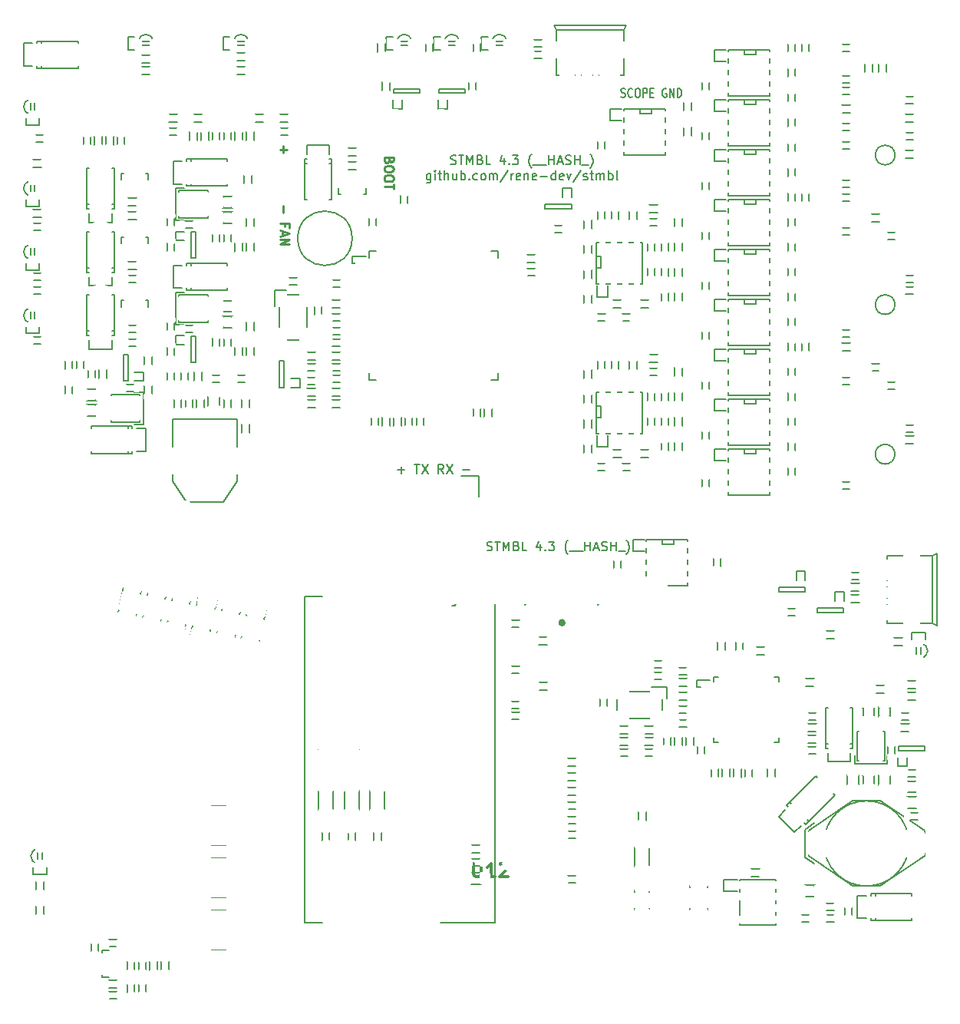
<source format=gto>
%TF.GenerationSoftware,KiCad,Pcbnew,(5.1.6-rc1-8-gd871a92d1)-1*%
%TF.CreationDate,2020-05-22T14:05:53+02:00*%
%TF.ProjectId,stmbl_4.0,73746d62-6c5f-4342-9e30-2e6b69636164,rev?*%
%TF.SameCoordinates,PXbcd3d80PY2f71ff0*%
%TF.FileFunction,Legend,Top*%
%TF.FilePolarity,Positive*%
%FSLAX46Y46*%
G04 Gerber Fmt 4.6, Leading zero omitted, Abs format (unit mm)*
G04 Created by KiCad (PCBNEW (5.1.6-rc1-8-gd871a92d1)-1) date 2020-05-22 14:05:53*
%MOMM*%
%LPD*%
G01*
G04 APERTURE LIST*
%ADD10C,0.300000*%
%ADD11C,0.250000*%
%ADD12C,0.200000*%
%ADD13C,0.120000*%
%ADD14C,0.150000*%
%ADD15C,0.400000*%
%ADD16C,0.100000*%
%ADD17C,0.450000*%
%ADD18C,2.600000*%
%ADD19C,1.200000*%
%ADD20C,7.500000*%
%ADD21O,2.994000X1.597000*%
%ADD22R,1.597000X1.597000*%
%ADD23C,3.500000*%
%ADD24O,3.700000X2.200000*%
%ADD25O,1.927200X2.232000*%
%ADD26C,1.500000*%
%ADD27C,2.000000*%
%ADD28C,1.700000*%
%ADD29C,1.950000*%
%ADD30O,2.232000X2.232000*%
%ADD31C,3.300000*%
%ADD32C,2.100000*%
%ADD33C,4.500000*%
%ADD34O,1.927200X1.927200*%
G04 APERTURE END LIST*
D10*
X-50357143Y-91428571D02*
X-50357143Y-92642857D01*
X-50285715Y-92785714D01*
X-50214286Y-92857142D01*
X-50071429Y-92928571D01*
X-49785715Y-92928571D01*
X-49642858Y-92857142D01*
X-49571429Y-92785714D01*
X-49500000Y-92642857D01*
X-49500000Y-91428571D01*
X-48000000Y-92928571D02*
X-48857143Y-92928571D01*
X-48428572Y-92928571D02*
X-48428572Y-91428571D01*
X-48571429Y-91642857D01*
X-48714286Y-91785714D01*
X-48857143Y-91857142D01*
X-47428572Y-91571428D02*
X-47357143Y-91500000D01*
X-47214286Y-91428571D01*
X-46857143Y-91428571D01*
X-46714286Y-91500000D01*
X-46642858Y-91571428D01*
X-46571429Y-91714285D01*
X-46571429Y-91857142D01*
X-46642858Y-92071428D01*
X-47500000Y-92928571D01*
X-46571429Y-92928571D01*
D11*
X-71321429Y-12321428D02*
X-71321429Y-13083333D01*
X-71702381Y-12702380D02*
X-70940477Y-12702380D01*
X-71321429Y-18892857D02*
X-71321429Y-19654761D01*
X-71178572Y-21226190D02*
X-71178572Y-20892857D01*
X-71702381Y-20892857D02*
X-70702381Y-20892857D01*
X-70702381Y-21369047D01*
X-71416667Y-21702380D02*
X-71416667Y-22178571D01*
X-71702381Y-21607142D02*
X-70702381Y-21940476D01*
X-71702381Y-22273809D01*
X-71702381Y-22607142D02*
X-70702381Y-22607142D01*
X-71702381Y-23178571D01*
X-70702381Y-23178571D01*
D12*
X-48857143Y-56904761D02*
X-48714286Y-56952380D01*
X-48476191Y-56952380D01*
X-48380953Y-56904761D01*
X-48333334Y-56857142D01*
X-48285715Y-56761904D01*
X-48285715Y-56666666D01*
X-48333334Y-56571428D01*
X-48380953Y-56523809D01*
X-48476191Y-56476190D01*
X-48666667Y-56428571D01*
X-48761905Y-56380952D01*
X-48809524Y-56333333D01*
X-48857143Y-56238095D01*
X-48857143Y-56142857D01*
X-48809524Y-56047619D01*
X-48761905Y-56000000D01*
X-48666667Y-55952380D01*
X-48428572Y-55952380D01*
X-48285715Y-56000000D01*
X-48000000Y-55952380D02*
X-47428572Y-55952380D01*
X-47714286Y-56952380D02*
X-47714286Y-55952380D01*
X-47095239Y-56952380D02*
X-47095239Y-55952380D01*
X-46761905Y-56666666D01*
X-46428572Y-55952380D01*
X-46428572Y-56952380D01*
X-45619048Y-56428571D02*
X-45476191Y-56476190D01*
X-45428572Y-56523809D01*
X-45380953Y-56619047D01*
X-45380953Y-56761904D01*
X-45428572Y-56857142D01*
X-45476191Y-56904761D01*
X-45571429Y-56952380D01*
X-45952381Y-56952380D01*
X-45952381Y-55952380D01*
X-45619048Y-55952380D01*
X-45523810Y-56000000D01*
X-45476191Y-56047619D01*
X-45428572Y-56142857D01*
X-45428572Y-56238095D01*
X-45476191Y-56333333D01*
X-45523810Y-56380952D01*
X-45619048Y-56428571D01*
X-45952381Y-56428571D01*
X-44476191Y-56952380D02*
X-44952381Y-56952380D01*
X-44952381Y-55952380D01*
X-42952381Y-56285714D02*
X-42952381Y-56952380D01*
X-43190477Y-55904761D02*
X-43428572Y-56619047D01*
X-42809524Y-56619047D01*
X-42428572Y-56857142D02*
X-42380953Y-56904761D01*
X-42428572Y-56952380D01*
X-42476191Y-56904761D01*
X-42428572Y-56857142D01*
X-42428572Y-56952380D01*
X-42047620Y-55952380D02*
X-41428572Y-55952380D01*
X-41761905Y-56333333D01*
X-41619048Y-56333333D01*
X-41523810Y-56380952D01*
X-41476191Y-56428571D01*
X-41428572Y-56523809D01*
X-41428572Y-56761904D01*
X-41476191Y-56857142D01*
X-41523810Y-56904761D01*
X-41619048Y-56952380D01*
X-41904762Y-56952380D01*
X-42000000Y-56904761D01*
X-42047620Y-56857142D01*
X-39952381Y-57333333D02*
X-40000000Y-57285714D01*
X-40095239Y-57142857D01*
X-40142858Y-57047619D01*
X-40190477Y-56904761D01*
X-40238096Y-56666666D01*
X-40238096Y-56476190D01*
X-40190477Y-56238095D01*
X-40142858Y-56095238D01*
X-40095239Y-56000000D01*
X-40000000Y-55857142D01*
X-39952381Y-55809523D01*
X-39809524Y-57047619D02*
X-39047620Y-57047619D01*
X-39047620Y-57047619D02*
X-38285715Y-57047619D01*
X-38047620Y-56952380D02*
X-38047620Y-55952380D01*
X-38047620Y-56428571D02*
X-37476191Y-56428571D01*
X-37476191Y-56952380D02*
X-37476191Y-55952380D01*
X-37047620Y-56666666D02*
X-36571429Y-56666666D01*
X-37142858Y-56952380D02*
X-36809524Y-55952380D01*
X-36476191Y-56952380D01*
X-36190477Y-56904761D02*
X-36047620Y-56952380D01*
X-35809524Y-56952380D01*
X-35714286Y-56904761D01*
X-35666667Y-56857142D01*
X-35619048Y-56761904D01*
X-35619048Y-56666666D01*
X-35666667Y-56571428D01*
X-35714286Y-56523809D01*
X-35809524Y-56476190D01*
X-36000000Y-56428571D01*
X-36095239Y-56380952D01*
X-36142858Y-56333333D01*
X-36190477Y-56238095D01*
X-36190477Y-56142857D01*
X-36142858Y-56047619D01*
X-36095239Y-56000000D01*
X-36000000Y-55952380D01*
X-35761905Y-55952380D01*
X-35619048Y-56000000D01*
X-35190477Y-56952380D02*
X-35190477Y-55952380D01*
X-35190477Y-56428571D02*
X-34619048Y-56428571D01*
X-34619048Y-56952380D02*
X-34619048Y-55952380D01*
X-34380953Y-57047619D02*
X-33619048Y-57047619D01*
X-33476191Y-57333333D02*
X-33428572Y-57285714D01*
X-33333334Y-57142857D01*
X-33285715Y-57047619D01*
X-33238096Y-56904761D01*
X-33190477Y-56666666D01*
X-33190477Y-56476190D01*
X-33238096Y-56238095D01*
X-33285715Y-56095238D01*
X-33333334Y-56000000D01*
X-33428572Y-55857142D01*
X-33476191Y-55809523D01*
X-34083334Y-6904761D02*
X-33969048Y-6952380D01*
X-33778572Y-6952380D01*
X-33702381Y-6904761D01*
X-33664286Y-6857142D01*
X-33626191Y-6761904D01*
X-33626191Y-6666666D01*
X-33664286Y-6571428D01*
X-33702381Y-6523809D01*
X-33778572Y-6476190D01*
X-33930953Y-6428571D01*
X-34007143Y-6380952D01*
X-34045239Y-6333333D01*
X-34083334Y-6238095D01*
X-34083334Y-6142857D01*
X-34045239Y-6047619D01*
X-34007143Y-6000000D01*
X-33930953Y-5952380D01*
X-33740477Y-5952380D01*
X-33626191Y-6000000D01*
X-32826191Y-6857142D02*
X-32864286Y-6904761D01*
X-32978572Y-6952380D01*
X-33054762Y-6952380D01*
X-33169048Y-6904761D01*
X-33245239Y-6809523D01*
X-33283334Y-6714285D01*
X-33321429Y-6523809D01*
X-33321429Y-6380952D01*
X-33283334Y-6190476D01*
X-33245239Y-6095238D01*
X-33169048Y-6000000D01*
X-33054762Y-5952380D01*
X-32978572Y-5952380D01*
X-32864286Y-6000000D01*
X-32826191Y-6047619D01*
X-32330953Y-5952380D02*
X-32178572Y-5952380D01*
X-32102381Y-6000000D01*
X-32026191Y-6095238D01*
X-31988096Y-6285714D01*
X-31988096Y-6619047D01*
X-32026191Y-6809523D01*
X-32102381Y-6904761D01*
X-32178572Y-6952380D01*
X-32330953Y-6952380D01*
X-32407143Y-6904761D01*
X-32483334Y-6809523D01*
X-32521429Y-6619047D01*
X-32521429Y-6285714D01*
X-32483334Y-6095238D01*
X-32407143Y-6000000D01*
X-32330953Y-5952380D01*
X-31645239Y-6952380D02*
X-31645239Y-5952380D01*
X-31340477Y-5952380D01*
X-31264286Y-6000000D01*
X-31226191Y-6047619D01*
X-31188096Y-6142857D01*
X-31188096Y-6285714D01*
X-31226191Y-6380952D01*
X-31264286Y-6428571D01*
X-31340477Y-6476190D01*
X-31645239Y-6476190D01*
X-30845239Y-6428571D02*
X-30578572Y-6428571D01*
X-30464286Y-6952380D02*
X-30845239Y-6952380D01*
X-30845239Y-5952380D01*
X-30464286Y-5952380D01*
X-29092858Y-6000000D02*
X-29169048Y-5952380D01*
X-29283334Y-5952380D01*
X-29397620Y-6000000D01*
X-29473810Y-6095238D01*
X-29511905Y-6190476D01*
X-29550000Y-6380952D01*
X-29550000Y-6523809D01*
X-29511905Y-6714285D01*
X-29473810Y-6809523D01*
X-29397620Y-6904761D01*
X-29283334Y-6952380D01*
X-29207143Y-6952380D01*
X-29092858Y-6904761D01*
X-29054762Y-6857142D01*
X-29054762Y-6523809D01*
X-29207143Y-6523809D01*
X-28711905Y-6952380D02*
X-28711905Y-5952380D01*
X-28254762Y-6952380D01*
X-28254762Y-5952380D01*
X-27873810Y-6952380D02*
X-27873810Y-5952380D01*
X-27683334Y-5952380D01*
X-27569048Y-6000000D01*
X-27492858Y-6095238D01*
X-27454762Y-6190476D01*
X-27416667Y-6380952D01*
X-27416667Y-6523809D01*
X-27454762Y-6714285D01*
X-27492858Y-6809523D01*
X-27569048Y-6904761D01*
X-27683334Y-6952380D01*
X-27873810Y-6952380D01*
X-58726191Y-48071428D02*
X-57964286Y-48071428D01*
X-58345239Y-48452380D02*
X-58345239Y-47690476D01*
X-56869048Y-47452380D02*
X-56297620Y-47452380D01*
X-56583334Y-48452380D02*
X-56583334Y-47452380D01*
X-56059524Y-47452380D02*
X-55392858Y-48452380D01*
X-55392858Y-47452380D02*
X-56059524Y-48452380D01*
X-53678572Y-48452380D02*
X-54011905Y-47976190D01*
X-54250000Y-48452380D02*
X-54250000Y-47452380D01*
X-53869048Y-47452380D01*
X-53773810Y-47500000D01*
X-53726191Y-47547619D01*
X-53678572Y-47642857D01*
X-53678572Y-47785714D01*
X-53726191Y-47880952D01*
X-53773810Y-47928571D01*
X-53869048Y-47976190D01*
X-54250000Y-47976190D01*
X-53345239Y-47452380D02*
X-52678572Y-48452380D01*
X-52678572Y-47452380D02*
X-53345239Y-48452380D01*
X-51535715Y-48071428D02*
X-50773810Y-48071428D01*
D11*
X-59678572Y-13892857D02*
X-59726191Y-14035714D01*
X-59773810Y-14083333D01*
X-59869048Y-14130952D01*
X-60011905Y-14130952D01*
X-60107143Y-14083333D01*
X-60154762Y-14035714D01*
X-60202381Y-13940476D01*
X-60202381Y-13559523D01*
X-59202381Y-13559523D01*
X-59202381Y-13892857D01*
X-59250000Y-13988095D01*
X-59297620Y-14035714D01*
X-59392858Y-14083333D01*
X-59488096Y-14083333D01*
X-59583334Y-14035714D01*
X-59630953Y-13988095D01*
X-59678572Y-13892857D01*
X-59678572Y-13559523D01*
X-59202381Y-14750000D02*
X-59202381Y-14940476D01*
X-59250000Y-15035714D01*
X-59345239Y-15130952D01*
X-59535715Y-15178571D01*
X-59869048Y-15178571D01*
X-60059524Y-15130952D01*
X-60154762Y-15035714D01*
X-60202381Y-14940476D01*
X-60202381Y-14750000D01*
X-60154762Y-14654761D01*
X-60059524Y-14559523D01*
X-59869048Y-14511904D01*
X-59535715Y-14511904D01*
X-59345239Y-14559523D01*
X-59250000Y-14654761D01*
X-59202381Y-14750000D01*
X-59202381Y-15797619D02*
X-59202381Y-15988095D01*
X-59250000Y-16083333D01*
X-59345239Y-16178571D01*
X-59535715Y-16226190D01*
X-59869048Y-16226190D01*
X-60059524Y-16178571D01*
X-60154762Y-16083333D01*
X-60202381Y-15988095D01*
X-60202381Y-15797619D01*
X-60154762Y-15702380D01*
X-60059524Y-15607142D01*
X-59869048Y-15559523D01*
X-59535715Y-15559523D01*
X-59345239Y-15607142D01*
X-59250000Y-15702380D01*
X-59202381Y-15797619D01*
X-59202381Y-16511904D02*
X-59202381Y-17083333D01*
X-60202381Y-16797619D02*
X-59202381Y-16797619D01*
D12*
X-52321429Y-62035714D02*
X-52321429Y-62845238D01*
X-52369048Y-62940476D01*
X-52416667Y-62988095D01*
X-52511905Y-63035714D01*
X-52654762Y-63035714D01*
X-52750001Y-62988095D01*
X-52321429Y-62654761D02*
X-52416667Y-62702380D01*
X-52607143Y-62702380D01*
X-52702381Y-62654761D01*
X-52750001Y-62607142D01*
X-52797620Y-62511904D01*
X-52797620Y-62226190D01*
X-52750001Y-62130952D01*
X-52702381Y-62083333D01*
X-52607143Y-62035714D01*
X-52416667Y-62035714D01*
X-52321429Y-62083333D01*
X-51845239Y-62702380D02*
X-51845239Y-62035714D01*
X-51845239Y-61702380D02*
X-51892858Y-61750000D01*
X-51845239Y-61797619D01*
X-51797620Y-61750000D01*
X-51845239Y-61702380D01*
X-51845239Y-61797619D01*
X-51511905Y-62035714D02*
X-51130953Y-62035714D01*
X-51369048Y-61702380D02*
X-51369048Y-62559523D01*
X-51321429Y-62654761D01*
X-51226191Y-62702380D01*
X-51130953Y-62702380D01*
X-50797620Y-62702380D02*
X-50797620Y-61702380D01*
X-50369048Y-62702380D02*
X-50369048Y-62178571D01*
X-50416667Y-62083333D01*
X-50511905Y-62035714D01*
X-50654762Y-62035714D01*
X-50750001Y-62083333D01*
X-50797620Y-62130952D01*
X-49464286Y-62035714D02*
X-49464286Y-62702380D01*
X-49892858Y-62035714D02*
X-49892858Y-62559523D01*
X-49845239Y-62654761D01*
X-49750001Y-62702380D01*
X-49607143Y-62702380D01*
X-49511905Y-62654761D01*
X-49464286Y-62607142D01*
X-48988096Y-62702380D02*
X-48988096Y-61702380D01*
X-48988096Y-62083333D02*
X-48892858Y-62035714D01*
X-48702381Y-62035714D01*
X-48607143Y-62083333D01*
X-48559524Y-62130952D01*
X-48511905Y-62226190D01*
X-48511905Y-62511904D01*
X-48559524Y-62607142D01*
X-48607143Y-62654761D01*
X-48702381Y-62702380D01*
X-48892858Y-62702380D01*
X-48988096Y-62654761D01*
X-48083334Y-62607142D02*
X-48035715Y-62654761D01*
X-48083334Y-62702380D01*
X-48130953Y-62654761D01*
X-48083334Y-62607142D01*
X-48083334Y-62702380D01*
X-47178572Y-62654761D02*
X-47273810Y-62702380D01*
X-47464286Y-62702380D01*
X-47559524Y-62654761D01*
X-47607143Y-62607142D01*
X-47654762Y-62511904D01*
X-47654762Y-62226190D01*
X-47607143Y-62130952D01*
X-47559524Y-62083333D01*
X-47464286Y-62035714D01*
X-47273810Y-62035714D01*
X-47178572Y-62083333D01*
X-46607143Y-62702380D02*
X-46702381Y-62654761D01*
X-46750001Y-62607142D01*
X-46797620Y-62511904D01*
X-46797620Y-62226190D01*
X-46750001Y-62130952D01*
X-46702381Y-62083333D01*
X-46607143Y-62035714D01*
X-46464286Y-62035714D01*
X-46369048Y-62083333D01*
X-46321429Y-62130952D01*
X-46273810Y-62226190D01*
X-46273810Y-62511904D01*
X-46321429Y-62607142D01*
X-46369048Y-62654761D01*
X-46464286Y-62702380D01*
X-46607143Y-62702380D01*
X-45845239Y-62702380D02*
X-45845239Y-62035714D01*
X-45845239Y-62130952D02*
X-45797620Y-62083333D01*
X-45702381Y-62035714D01*
X-45559524Y-62035714D01*
X-45464286Y-62083333D01*
X-45416667Y-62178571D01*
X-45416667Y-62702380D01*
X-45416667Y-62178571D02*
X-45369048Y-62083333D01*
X-45273810Y-62035714D01*
X-45130953Y-62035714D01*
X-45035715Y-62083333D01*
X-44988096Y-62178571D01*
X-44988096Y-62702380D01*
X-43797620Y-61654761D02*
X-44654762Y-62940476D01*
X-43464286Y-62702380D02*
X-43464286Y-62035714D01*
X-43464286Y-62226190D02*
X-43416667Y-62130952D01*
X-43369048Y-62083333D01*
X-43273810Y-62035714D01*
X-43178572Y-62035714D01*
X-42464286Y-62654761D02*
X-42559524Y-62702380D01*
X-42750001Y-62702380D01*
X-42845239Y-62654761D01*
X-42892858Y-62559523D01*
X-42892858Y-62178571D01*
X-42845239Y-62083333D01*
X-42750001Y-62035714D01*
X-42559524Y-62035714D01*
X-42464286Y-62083333D01*
X-42416667Y-62178571D01*
X-42416667Y-62273809D01*
X-42892858Y-62369047D01*
X-41988096Y-62035714D02*
X-41988096Y-62702380D01*
X-41988096Y-62130952D02*
X-41940477Y-62083333D01*
X-41845239Y-62035714D01*
X-41702381Y-62035714D01*
X-41607143Y-62083333D01*
X-41559524Y-62178571D01*
X-41559524Y-62702380D01*
X-40702381Y-62654761D02*
X-40797620Y-62702380D01*
X-40988096Y-62702380D01*
X-41083334Y-62654761D01*
X-41130953Y-62559523D01*
X-41130953Y-62178571D01*
X-41083334Y-62083333D01*
X-40988096Y-62035714D01*
X-40797620Y-62035714D01*
X-40702381Y-62083333D01*
X-40654762Y-62178571D01*
X-40654762Y-62273809D01*
X-41130953Y-62369047D01*
X-40226191Y-62321428D02*
X-39464286Y-62321428D01*
X-38559524Y-62702380D02*
X-38559524Y-61702380D01*
X-38559524Y-62654761D02*
X-38654762Y-62702380D01*
X-38845239Y-62702380D01*
X-38940477Y-62654761D01*
X-38988096Y-62607142D01*
X-39035715Y-62511904D01*
X-39035715Y-62226190D01*
X-38988096Y-62130952D01*
X-38940477Y-62083333D01*
X-38845239Y-62035714D01*
X-38654762Y-62035714D01*
X-38559524Y-62083333D01*
X-37702381Y-62654761D02*
X-37797620Y-62702380D01*
X-37988096Y-62702380D01*
X-38083334Y-62654761D01*
X-38130953Y-62559523D01*
X-38130953Y-62178571D01*
X-38083334Y-62083333D01*
X-37988096Y-62035714D01*
X-37797620Y-62035714D01*
X-37702381Y-62083333D01*
X-37654762Y-62178571D01*
X-37654762Y-62273809D01*
X-38130953Y-62369047D01*
X-37321429Y-62035714D02*
X-37083334Y-62702380D01*
X-36845239Y-62035714D01*
X-35750001Y-61654761D02*
X-36607143Y-62940476D01*
X-35464286Y-62654761D02*
X-35369048Y-62702380D01*
X-35178572Y-62702380D01*
X-35083334Y-62654761D01*
X-35035715Y-62559523D01*
X-35035715Y-62511904D01*
X-35083334Y-62416666D01*
X-35178572Y-62369047D01*
X-35321429Y-62369047D01*
X-35416667Y-62321428D01*
X-35464286Y-62226190D01*
X-35464286Y-62178571D01*
X-35416667Y-62083333D01*
X-35321429Y-62035714D01*
X-35178572Y-62035714D01*
X-35083334Y-62083333D01*
X-34750001Y-62035714D02*
X-34369048Y-62035714D01*
X-34607143Y-61702380D02*
X-34607143Y-62559523D01*
X-34559524Y-62654761D01*
X-34464286Y-62702380D01*
X-34369048Y-62702380D01*
X-34035715Y-62702380D02*
X-34035715Y-62035714D01*
X-34035715Y-62130952D02*
X-33988096Y-62083333D01*
X-33892858Y-62035714D01*
X-33750001Y-62035714D01*
X-33654762Y-62083333D01*
X-33607143Y-62178571D01*
X-33607143Y-62702380D01*
X-33607143Y-62178571D02*
X-33559524Y-62083333D01*
X-33464286Y-62035714D01*
X-33321429Y-62035714D01*
X-33226191Y-62083333D01*
X-33178572Y-62178571D01*
X-33178572Y-62702380D01*
X-32702381Y-62702380D02*
X-32702381Y-61702380D01*
X-32702381Y-62083333D02*
X-32607143Y-62035714D01*
X-32416667Y-62035714D01*
X-32321429Y-62083333D01*
X-32273810Y-62130952D01*
X-32226191Y-62226190D01*
X-32226191Y-62511904D01*
X-32273810Y-62607142D01*
X-32321429Y-62654761D01*
X-32416667Y-62702380D01*
X-32607143Y-62702380D01*
X-32702381Y-62654761D01*
X-31654762Y-62702380D02*
X-31750001Y-62654761D01*
X-31797620Y-62559523D01*
X-31797620Y-61702380D01*
X-52857143Y-14304761D02*
X-52714286Y-14352380D01*
X-52476191Y-14352380D01*
X-52380953Y-14304761D01*
X-52333334Y-14257142D01*
X-52285715Y-14161904D01*
X-52285715Y-14066666D01*
X-52333334Y-13971428D01*
X-52380953Y-13923809D01*
X-52476191Y-13876190D01*
X-52666667Y-13828571D01*
X-52761905Y-13780952D01*
X-52809524Y-13733333D01*
X-52857143Y-13638095D01*
X-52857143Y-13542857D01*
X-52809524Y-13447619D01*
X-52761905Y-13400000D01*
X-52666667Y-13352380D01*
X-52428572Y-13352380D01*
X-52285715Y-13400000D01*
X-52000000Y-13352380D02*
X-51428572Y-13352380D01*
X-51714286Y-14352380D02*
X-51714286Y-13352380D01*
X-51095239Y-14352380D02*
X-51095239Y-13352380D01*
X-50761905Y-14066666D01*
X-50428572Y-13352380D01*
X-50428572Y-14352380D01*
X-49619048Y-13828571D02*
X-49476191Y-13876190D01*
X-49428572Y-13923809D01*
X-49380953Y-14019047D01*
X-49380953Y-14161904D01*
X-49428572Y-14257142D01*
X-49476191Y-14304761D01*
X-49571429Y-14352380D01*
X-49952381Y-14352380D01*
X-49952381Y-13352380D01*
X-49619048Y-13352380D01*
X-49523810Y-13400000D01*
X-49476191Y-13447619D01*
X-49428572Y-13542857D01*
X-49428572Y-13638095D01*
X-49476191Y-13733333D01*
X-49523810Y-13780952D01*
X-49619048Y-13828571D01*
X-49952381Y-13828571D01*
X-48476191Y-14352380D02*
X-48952381Y-14352380D01*
X-48952381Y-13352380D01*
X-46952381Y-13685714D02*
X-46952381Y-14352380D01*
X-47190477Y-13304761D02*
X-47428572Y-14019047D01*
X-46809524Y-14019047D01*
X-46428572Y-14257142D02*
X-46380953Y-14304761D01*
X-46428572Y-14352380D01*
X-46476191Y-14304761D01*
X-46428572Y-14257142D01*
X-46428572Y-14352380D01*
X-46047620Y-13352380D02*
X-45428572Y-13352380D01*
X-45761905Y-13733333D01*
X-45619048Y-13733333D01*
X-45523810Y-13780952D01*
X-45476191Y-13828571D01*
X-45428572Y-13923809D01*
X-45428572Y-14161904D01*
X-45476191Y-14257142D01*
X-45523810Y-14304761D01*
X-45619048Y-14352380D01*
X-45904762Y-14352380D01*
X-46000000Y-14304761D01*
X-46047620Y-14257142D01*
X-43952381Y-14733333D02*
X-44000000Y-14685714D01*
X-44095239Y-14542857D01*
X-44142858Y-14447619D01*
X-44190477Y-14304761D01*
X-44238096Y-14066666D01*
X-44238096Y-13876190D01*
X-44190477Y-13638095D01*
X-44142858Y-13495238D01*
X-44095239Y-13400000D01*
X-44000000Y-13257142D01*
X-43952381Y-13209523D01*
X-43809524Y-14447619D02*
X-43047620Y-14447619D01*
X-43047620Y-14447619D02*
X-42285715Y-14447619D01*
X-42047620Y-14352380D02*
X-42047620Y-13352380D01*
X-42047620Y-13828571D02*
X-41476191Y-13828571D01*
X-41476191Y-14352380D02*
X-41476191Y-13352380D01*
X-41047620Y-14066666D02*
X-40571429Y-14066666D01*
X-41142858Y-14352380D02*
X-40809524Y-13352380D01*
X-40476191Y-14352380D01*
X-40190477Y-14304761D02*
X-40047620Y-14352380D01*
X-39809524Y-14352380D01*
X-39714286Y-14304761D01*
X-39666667Y-14257142D01*
X-39619048Y-14161904D01*
X-39619048Y-14066666D01*
X-39666667Y-13971428D01*
X-39714286Y-13923809D01*
X-39809524Y-13876190D01*
X-40000000Y-13828571D01*
X-40095239Y-13780952D01*
X-40142858Y-13733333D01*
X-40190477Y-13638095D01*
X-40190477Y-13542857D01*
X-40142858Y-13447619D01*
X-40095239Y-13400000D01*
X-40000000Y-13352380D01*
X-39761905Y-13352380D01*
X-39619048Y-13400000D01*
X-39190477Y-14352380D02*
X-39190477Y-13352380D01*
X-39190477Y-13828571D02*
X-38619048Y-13828571D01*
X-38619048Y-14352380D02*
X-38619048Y-13352380D01*
X-38380953Y-14447619D02*
X-37619048Y-14447619D01*
X-37476191Y-14733333D02*
X-37428572Y-14685714D01*
X-37333334Y-14542857D01*
X-37285715Y-14447619D01*
X-37238096Y-14304761D01*
X-37190477Y-14066666D01*
X-37190477Y-13876190D01*
X-37238096Y-13638095D01*
X-37285715Y-13495238D01*
X-37333334Y-13400000D01*
X-37428572Y-13257142D01*
X-37476191Y-13209523D01*
X-55071429Y-15385714D02*
X-55071429Y-16195238D01*
X-55119048Y-16290476D01*
X-55166667Y-16338095D01*
X-55261905Y-16385714D01*
X-55404762Y-16385714D01*
X-55500001Y-16338095D01*
X-55071429Y-16004761D02*
X-55166667Y-16052380D01*
X-55357143Y-16052380D01*
X-55452381Y-16004761D01*
X-55500001Y-15957142D01*
X-55547620Y-15861904D01*
X-55547620Y-15576190D01*
X-55500001Y-15480952D01*
X-55452381Y-15433333D01*
X-55357143Y-15385714D01*
X-55166667Y-15385714D01*
X-55071429Y-15433333D01*
X-54595239Y-16052380D02*
X-54595239Y-15385714D01*
X-54595239Y-15052380D02*
X-54642858Y-15100000D01*
X-54595239Y-15147619D01*
X-54547620Y-15100000D01*
X-54595239Y-15052380D01*
X-54595239Y-15147619D01*
X-54261905Y-15385714D02*
X-53880953Y-15385714D01*
X-54119048Y-15052380D02*
X-54119048Y-15909523D01*
X-54071429Y-16004761D01*
X-53976191Y-16052380D01*
X-53880953Y-16052380D01*
X-53547620Y-16052380D02*
X-53547620Y-15052380D01*
X-53119048Y-16052380D02*
X-53119048Y-15528571D01*
X-53166667Y-15433333D01*
X-53261905Y-15385714D01*
X-53404762Y-15385714D01*
X-53500001Y-15433333D01*
X-53547620Y-15480952D01*
X-52214286Y-15385714D02*
X-52214286Y-16052380D01*
X-52642858Y-15385714D02*
X-52642858Y-15909523D01*
X-52595239Y-16004761D01*
X-52500001Y-16052380D01*
X-52357143Y-16052380D01*
X-52261905Y-16004761D01*
X-52214286Y-15957142D01*
X-51738096Y-16052380D02*
X-51738096Y-15052380D01*
X-51738096Y-15433333D02*
X-51642858Y-15385714D01*
X-51452381Y-15385714D01*
X-51357143Y-15433333D01*
X-51309524Y-15480952D01*
X-51261905Y-15576190D01*
X-51261905Y-15861904D01*
X-51309524Y-15957142D01*
X-51357143Y-16004761D01*
X-51452381Y-16052380D01*
X-51642858Y-16052380D01*
X-51738096Y-16004761D01*
X-50833334Y-15957142D02*
X-50785715Y-16004761D01*
X-50833334Y-16052380D01*
X-50880953Y-16004761D01*
X-50833334Y-15957142D01*
X-50833334Y-16052380D01*
X-49928572Y-16004761D02*
X-50023810Y-16052380D01*
X-50214286Y-16052380D01*
X-50309524Y-16004761D01*
X-50357143Y-15957142D01*
X-50404762Y-15861904D01*
X-50404762Y-15576190D01*
X-50357143Y-15480952D01*
X-50309524Y-15433333D01*
X-50214286Y-15385714D01*
X-50023810Y-15385714D01*
X-49928572Y-15433333D01*
X-49357143Y-16052380D02*
X-49452381Y-16004761D01*
X-49500001Y-15957142D01*
X-49547620Y-15861904D01*
X-49547620Y-15576190D01*
X-49500001Y-15480952D01*
X-49452381Y-15433333D01*
X-49357143Y-15385714D01*
X-49214286Y-15385714D01*
X-49119048Y-15433333D01*
X-49071429Y-15480952D01*
X-49023810Y-15576190D01*
X-49023810Y-15861904D01*
X-49071429Y-15957142D01*
X-49119048Y-16004761D01*
X-49214286Y-16052380D01*
X-49357143Y-16052380D01*
X-48595239Y-16052380D02*
X-48595239Y-15385714D01*
X-48595239Y-15480952D02*
X-48547620Y-15433333D01*
X-48452381Y-15385714D01*
X-48309524Y-15385714D01*
X-48214286Y-15433333D01*
X-48166667Y-15528571D01*
X-48166667Y-16052380D01*
X-48166667Y-15528571D02*
X-48119048Y-15433333D01*
X-48023810Y-15385714D01*
X-47880953Y-15385714D01*
X-47785715Y-15433333D01*
X-47738096Y-15528571D01*
X-47738096Y-16052380D01*
X-46547620Y-15004761D02*
X-47404762Y-16290476D01*
X-46214286Y-16052380D02*
X-46214286Y-15385714D01*
X-46214286Y-15576190D02*
X-46166667Y-15480952D01*
X-46119048Y-15433333D01*
X-46023810Y-15385714D01*
X-45928572Y-15385714D01*
X-45214286Y-16004761D02*
X-45309524Y-16052380D01*
X-45500001Y-16052380D01*
X-45595239Y-16004761D01*
X-45642858Y-15909523D01*
X-45642858Y-15528571D01*
X-45595239Y-15433333D01*
X-45500001Y-15385714D01*
X-45309524Y-15385714D01*
X-45214286Y-15433333D01*
X-45166667Y-15528571D01*
X-45166667Y-15623809D01*
X-45642858Y-15719047D01*
X-44738096Y-15385714D02*
X-44738096Y-16052380D01*
X-44738096Y-15480952D02*
X-44690477Y-15433333D01*
X-44595239Y-15385714D01*
X-44452381Y-15385714D01*
X-44357143Y-15433333D01*
X-44309524Y-15528571D01*
X-44309524Y-16052380D01*
X-43452381Y-16004761D02*
X-43547620Y-16052380D01*
X-43738096Y-16052380D01*
X-43833334Y-16004761D01*
X-43880953Y-15909523D01*
X-43880953Y-15528571D01*
X-43833334Y-15433333D01*
X-43738096Y-15385714D01*
X-43547620Y-15385714D01*
X-43452381Y-15433333D01*
X-43404762Y-15528571D01*
X-43404762Y-15623809D01*
X-43880953Y-15719047D01*
X-42976191Y-15671428D02*
X-42214286Y-15671428D01*
X-41309524Y-16052380D02*
X-41309524Y-15052380D01*
X-41309524Y-16004761D02*
X-41404762Y-16052380D01*
X-41595239Y-16052380D01*
X-41690477Y-16004761D01*
X-41738096Y-15957142D01*
X-41785715Y-15861904D01*
X-41785715Y-15576190D01*
X-41738096Y-15480952D01*
X-41690477Y-15433333D01*
X-41595239Y-15385714D01*
X-41404762Y-15385714D01*
X-41309524Y-15433333D01*
X-40452381Y-16004761D02*
X-40547620Y-16052380D01*
X-40738096Y-16052380D01*
X-40833334Y-16004761D01*
X-40880953Y-15909523D01*
X-40880953Y-15528571D01*
X-40833334Y-15433333D01*
X-40738096Y-15385714D01*
X-40547620Y-15385714D01*
X-40452381Y-15433333D01*
X-40404762Y-15528571D01*
X-40404762Y-15623809D01*
X-40880953Y-15719047D01*
X-40071429Y-15385714D02*
X-39833334Y-16052380D01*
X-39595239Y-15385714D01*
X-38500001Y-15004761D02*
X-39357143Y-16290476D01*
X-38214286Y-16004761D02*
X-38119048Y-16052380D01*
X-37928572Y-16052380D01*
X-37833334Y-16004761D01*
X-37785715Y-15909523D01*
X-37785715Y-15861904D01*
X-37833334Y-15766666D01*
X-37928572Y-15719047D01*
X-38071429Y-15719047D01*
X-38166667Y-15671428D01*
X-38214286Y-15576190D01*
X-38214286Y-15528571D01*
X-38166667Y-15433333D01*
X-38071429Y-15385714D01*
X-37928572Y-15385714D01*
X-37833334Y-15433333D01*
X-37500001Y-15385714D02*
X-37119048Y-15385714D01*
X-37357143Y-15052380D02*
X-37357143Y-15909523D01*
X-37309524Y-16004761D01*
X-37214286Y-16052380D01*
X-37119048Y-16052380D01*
X-36785715Y-16052380D02*
X-36785715Y-15385714D01*
X-36785715Y-15480952D02*
X-36738096Y-15433333D01*
X-36642858Y-15385714D01*
X-36500001Y-15385714D01*
X-36404762Y-15433333D01*
X-36357143Y-15528571D01*
X-36357143Y-16052380D01*
X-36357143Y-15528571D02*
X-36309524Y-15433333D01*
X-36214286Y-15385714D01*
X-36071429Y-15385714D01*
X-35976191Y-15433333D01*
X-35928572Y-15528571D01*
X-35928572Y-16052380D01*
X-35452381Y-16052380D02*
X-35452381Y-15052380D01*
X-35452381Y-15433333D02*
X-35357143Y-15385714D01*
X-35166667Y-15385714D01*
X-35071429Y-15433333D01*
X-35023810Y-15480952D01*
X-34976191Y-15576190D01*
X-34976191Y-15861904D01*
X-35023810Y-15957142D01*
X-35071429Y-16004761D01*
X-35166667Y-16052380D01*
X-35357143Y-16052380D01*
X-35452381Y-16004761D01*
X-34404762Y-16052380D02*
X-34500001Y-16004761D01*
X-34547620Y-15909523D01*
X-34547620Y-15052380D01*
D13*
X-77702631Y-96540000D02*
X-79297369Y-96540000D01*
X-77702631Y-100960000D02*
X-79297369Y-100960000D01*
X-77702631Y-90790000D02*
X-79297369Y-90790000D01*
X-77702631Y-95210000D02*
X-79297369Y-95210000D01*
X-77702631Y-85040000D02*
X-79297369Y-85040000D01*
X-77702631Y-89460000D02*
X-79297369Y-89460000D01*
D14*
X-43500000Y-66500000D02*
X-43500000Y-67300000D01*
X-43500000Y-67300000D02*
X-41900000Y-67300000D01*
X-41900000Y-67300000D02*
X-41900000Y-66500000D01*
X-41900000Y-66500000D02*
X-43500000Y-66500000D01*
X-43200000Y-66500000D02*
X-43200000Y-67300000D01*
X-42200000Y-66500000D02*
X-42200000Y-67300000D01*
X-43450000Y-71500000D02*
X-43450000Y-72300000D01*
X-43450000Y-72300000D02*
X-41850000Y-72300000D01*
X-41850000Y-72300000D02*
X-41850000Y-71500000D01*
X-41850000Y-71500000D02*
X-43450000Y-71500000D01*
X-43150000Y-71500000D02*
X-43150000Y-72300000D01*
X-42150000Y-71500000D02*
X-42150000Y-72300000D01*
X-46550000Y-73600000D02*
X-46550000Y-74400000D01*
X-46550000Y-74400000D02*
X-44950000Y-74400000D01*
X-44950000Y-74400000D02*
X-44950000Y-73600000D01*
X-44950000Y-73600000D02*
X-46550000Y-73600000D01*
X-46250000Y-73600000D02*
X-46250000Y-74400000D01*
X-45250000Y-73600000D02*
X-45250000Y-74400000D01*
X-29200000Y-69900000D02*
X-29200000Y-69100000D01*
X-29200000Y-69100000D02*
X-30800000Y-69100000D01*
X-30800000Y-69100000D02*
X-30800000Y-69900000D01*
X-30800000Y-69900000D02*
X-29200000Y-69900000D01*
X-29500000Y-69900000D02*
X-29500000Y-69100000D01*
X-30500000Y-69900000D02*
X-30500000Y-69100000D01*
X-19500000Y-67600000D02*
X-19500000Y-68400000D01*
X-19500000Y-68400000D02*
X-17900000Y-68400000D01*
X-17900000Y-68400000D02*
X-17900000Y-67600000D01*
X-17900000Y-67600000D02*
X-19500000Y-67600000D01*
X-19200000Y-67600000D02*
X-19200000Y-68400000D01*
X-18200000Y-67600000D02*
X-18200000Y-68400000D01*
X-40300000Y-87900000D02*
X-40300000Y-88700000D01*
X-40300000Y-88700000D02*
X-38700000Y-88700000D01*
X-38700000Y-88700000D02*
X-38700000Y-87900000D01*
X-38700000Y-87900000D02*
X-40300000Y-87900000D01*
X-40000000Y-87900000D02*
X-40000000Y-88700000D01*
X-39000000Y-87900000D02*
X-39000000Y-88700000D01*
X-40300000Y-86300000D02*
X-40300000Y-87100000D01*
X-40300000Y-87100000D02*
X-38700000Y-87100000D01*
X-38700000Y-87100000D02*
X-38700000Y-86300000D01*
X-38700000Y-86300000D02*
X-40300000Y-86300000D01*
X-40000000Y-86300000D02*
X-40000000Y-87100000D01*
X-39000000Y-86300000D02*
X-39000000Y-87100000D01*
X-40300000Y-84700000D02*
X-40300000Y-85500000D01*
X-40300000Y-85500000D02*
X-38700000Y-85500000D01*
X-38700000Y-85500000D02*
X-38700000Y-84700000D01*
X-38700000Y-84700000D02*
X-40300000Y-84700000D01*
X-40000000Y-84700000D02*
X-40000000Y-85500000D01*
X-39000000Y-84700000D02*
X-39000000Y-85500000D01*
X-40300000Y-83100000D02*
X-40300000Y-83900000D01*
X-40300000Y-83900000D02*
X-38700000Y-83900000D01*
X-38700000Y-83900000D02*
X-38700000Y-83100000D01*
X-38700000Y-83100000D02*
X-40300000Y-83100000D01*
X-40000000Y-83100000D02*
X-40000000Y-83900000D01*
X-39000000Y-83100000D02*
X-39000000Y-83900000D01*
X-40297000Y-81500000D02*
X-40297000Y-82300000D01*
X-40297000Y-82300000D02*
X-38697000Y-82300000D01*
X-38697000Y-82300000D02*
X-38697000Y-81500000D01*
X-38697000Y-81500000D02*
X-40297000Y-81500000D01*
X-39997000Y-81500000D02*
X-39997000Y-82300000D01*
X-38997000Y-81500000D02*
X-38997000Y-82300000D01*
X-40297000Y-79900000D02*
X-40297000Y-80700000D01*
X-40297000Y-80700000D02*
X-38697000Y-80700000D01*
X-38697000Y-80700000D02*
X-38697000Y-79900000D01*
X-38697000Y-79900000D02*
X-40297000Y-79900000D01*
X-39997000Y-79900000D02*
X-39997000Y-80700000D01*
X-38997000Y-79900000D02*
X-38997000Y-80700000D01*
X-75366280Y-63774867D02*
X-73409985Y-64190690D01*
X-75990015Y-66709310D02*
X-74033720Y-67125133D01*
X-75199951Y-62992349D02*
X-76156344Y-67491828D01*
X-73243656Y-63408172D02*
X-75199951Y-62992349D01*
X-74200049Y-67907651D02*
X-73243656Y-63408172D01*
X-76156344Y-67491828D02*
X-74200049Y-67907651D01*
D15*
X-40400000Y-64900000D02*
G75*
G03*
X-40400000Y-64900000I-200000J0D01*
G01*
D12*
X-48000000Y-61999700D02*
X-48000000Y-97999700D01*
X-69000000Y-61999700D02*
X-69000000Y-97999700D01*
X-54000000Y-97999700D02*
X-48000000Y-97999700D01*
X-69000000Y-61999700D02*
X-67000000Y-61999700D01*
X-69000000Y-97999700D02*
X-67000000Y-97999700D01*
X-54000000Y-61999700D02*
X-48000000Y-61999700D01*
D14*
X-44920000Y-70504000D02*
X-44920000Y-69704000D01*
X-44920000Y-69704000D02*
X-46520000Y-69704000D01*
X-46520000Y-69704000D02*
X-46520000Y-70504000D01*
X-46520000Y-70504000D02*
X-44920000Y-70504000D01*
X-45220000Y-70504000D02*
X-45220000Y-69704000D01*
X-46220000Y-70504000D02*
X-46220000Y-69704000D01*
X-44920000Y-75584000D02*
X-44920000Y-74784000D01*
X-44920000Y-74784000D02*
X-46520000Y-74784000D01*
X-46520000Y-74784000D02*
X-46520000Y-75584000D01*
X-46520000Y-75584000D02*
X-44920000Y-75584000D01*
X-45220000Y-75584000D02*
X-45220000Y-74784000D01*
X-46220000Y-75584000D02*
X-46220000Y-74784000D01*
X-44920000Y-65424000D02*
X-44920000Y-64624000D01*
X-44920000Y-64624000D02*
X-46520000Y-64624000D01*
X-46520000Y-64624000D02*
X-46520000Y-65424000D01*
X-46520000Y-65424000D02*
X-44920000Y-65424000D01*
X-45220000Y-65424000D02*
X-45220000Y-64624000D01*
X-46220000Y-65424000D02*
X-46220000Y-64624000D01*
X-86250457Y-61518572D02*
X-84294162Y-61934395D01*
X-86874192Y-64453015D02*
X-84917897Y-64868838D01*
X-86084128Y-60736054D02*
X-87040521Y-65235533D01*
X-84127833Y-61151877D02*
X-86084128Y-60736054D01*
X-85084226Y-65651356D02*
X-84127833Y-61151877D01*
X-87040521Y-65235533D02*
X-85084226Y-65651356D01*
X-80800457Y-62718572D02*
X-78844162Y-63134395D01*
X-81424192Y-65653015D02*
X-79467897Y-66068838D01*
X-80634128Y-61936054D02*
X-81590521Y-66435533D01*
X-78677833Y-62351877D02*
X-80634128Y-61936054D01*
X-79634226Y-66851356D02*
X-78677833Y-62351877D01*
X-81590521Y-66435533D02*
X-79634226Y-66851356D01*
X-83550457Y-62068572D02*
X-81594162Y-62484395D01*
X-84174192Y-65003015D02*
X-82217897Y-65418838D01*
X-83384128Y-61286054D02*
X-84340521Y-65785533D01*
X-81427833Y-61701877D02*
X-83384128Y-61286054D01*
X-82384226Y-66201356D02*
X-81427833Y-61701877D01*
X-84340521Y-65785533D02*
X-82384226Y-66201356D01*
X-78050457Y-63218572D02*
X-76094162Y-63634395D01*
X-78674192Y-66153015D02*
X-76717897Y-66568838D01*
X-77884128Y-62436054D02*
X-78840521Y-66935533D01*
X-75927833Y-62851877D02*
X-77884128Y-62436054D01*
X-76884226Y-67351356D02*
X-75927833Y-62851877D01*
X-78840521Y-66935533D02*
X-76884226Y-67351356D01*
X-88950457Y-60918572D02*
X-86994162Y-61334395D01*
X-89574192Y-63853015D02*
X-87617897Y-64268838D01*
X-88784128Y-60136054D02*
X-89740521Y-64635533D01*
X-86827833Y-60551877D02*
X-88784128Y-60136054D01*
X-87784226Y-65051356D02*
X-86827833Y-60551877D01*
X-89740521Y-64635533D02*
X-87784226Y-65051356D01*
X-98600000Y-94700000D02*
X-97800000Y-94700000D01*
X-97800000Y-94700000D02*
X-97800000Y-93100000D01*
X-97800000Y-93100000D02*
X-98600000Y-93100000D01*
X-98600000Y-93100000D02*
X-98600000Y-94700000D01*
X-98600000Y-94400000D02*
X-97800000Y-94400000D01*
X-98600000Y-93400000D02*
X-97800000Y-93400000D01*
X-98600000Y-97450000D02*
X-97800000Y-97450000D01*
X-97800000Y-97450000D02*
X-97800000Y-95850000D01*
X-97800000Y-95850000D02*
X-98600000Y-95850000D01*
X-98600000Y-95850000D02*
X-98600000Y-97450000D01*
X-98600000Y-97150000D02*
X-97800000Y-97150000D01*
X-98600000Y-96150000D02*
X-97800000Y-96150000D01*
X-97450000Y-92650000D02*
X-98950000Y-92650000D01*
X-97450000Y-91900000D02*
X-97450000Y-92650000D01*
X-98950000Y-91900000D02*
X-98950000Y-92650000D01*
X-98450000Y-91900000D02*
X-97950000Y-91900000D01*
X-98450000Y-89400000D02*
X-98450000Y-91900000D01*
X-97950000Y-89400000D02*
X-98450000Y-89400000D01*
X-97950000Y-91900000D02*
X-97950000Y-89400000D01*
X-98450000Y-89900000D02*
G75*
G03*
X-98450000Y-91400000I0J-750000D01*
G01*
X-49750000Y-51000000D02*
X-49750000Y-48750000D01*
X-49750000Y-48750000D02*
X-51750000Y-48750000D01*
X-21000000Y-93250000D02*
X-21000000Y-98250000D01*
X-21000000Y-98250000D02*
X-17000000Y-98250000D01*
X-17000000Y-98250000D02*
X-17000000Y-93250000D01*
X-17000000Y-93250000D02*
X-21000000Y-93250000D01*
X-21250000Y-93250000D02*
X-22750000Y-93250000D01*
X-22750000Y-93250000D02*
X-22750000Y-94500000D01*
X-22750000Y-94500000D02*
X-21250000Y-94500000D01*
X-98250000Y-33000000D02*
X-99750000Y-33000000D01*
X-98250000Y-32250000D02*
X-98250000Y-33000000D01*
X-99750000Y-32250000D02*
X-99750000Y-33000000D01*
X-99250000Y-32250000D02*
X-98750000Y-32250000D01*
X-99250000Y-29750000D02*
X-99250000Y-32250000D01*
X-98750000Y-29750000D02*
X-99250000Y-29750000D01*
X-98750000Y-32250000D02*
X-98750000Y-29750000D01*
X-99250000Y-30250000D02*
G75*
G03*
X-99250000Y-31750000I0J-750000D01*
G01*
X-98250000Y-26000000D02*
X-99750000Y-26000000D01*
X-98250000Y-25250000D02*
X-98250000Y-26000000D01*
X-99750000Y-25250000D02*
X-99750000Y-26000000D01*
X-99250000Y-25250000D02*
X-98750000Y-25250000D01*
X-99250000Y-22750000D02*
X-99250000Y-25250000D01*
X-98750000Y-22750000D02*
X-99250000Y-22750000D01*
X-98750000Y-25250000D02*
X-98750000Y-22750000D01*
X-99250000Y-23250000D02*
G75*
G03*
X-99250000Y-24750000I0J-750000D01*
G01*
X-98250000Y-19000000D02*
X-99750000Y-19000000D01*
X-98250000Y-18250000D02*
X-98250000Y-19000000D01*
X-99750000Y-18250000D02*
X-99750000Y-19000000D01*
X-99250000Y-18250000D02*
X-98750000Y-18250000D01*
X-99250000Y-15750000D02*
X-99250000Y-18250000D01*
X-98750000Y-15750000D02*
X-99250000Y-15750000D01*
X-98750000Y-18250000D02*
X-98750000Y-15750000D01*
X-99250000Y-16250000D02*
G75*
G03*
X-99250000Y-17750000I0J-750000D01*
G01*
X-49500000Y-1750000D02*
X-49500000Y-250000D01*
X-48750000Y-1750000D02*
X-49500000Y-1750000D01*
X-48750000Y-250000D02*
X-49500000Y-250000D01*
X-48750000Y-750000D02*
X-48750000Y-1250000D01*
X-46250000Y-750000D02*
X-48750000Y-750000D01*
X-46250000Y-1250000D02*
X-46250000Y-750000D01*
X-48750000Y-1250000D02*
X-46250000Y-1250000D01*
X-46750000Y-750000D02*
G75*
G03*
X-48250000Y-750000I-750000J0D01*
G01*
X-54750000Y-1750000D02*
X-54750000Y-250000D01*
X-54000000Y-1750000D02*
X-54750000Y-1750000D01*
X-54000000Y-250000D02*
X-54750000Y-250000D01*
X-54000000Y-750000D02*
X-54000000Y-1250000D01*
X-51500000Y-750000D02*
X-54000000Y-750000D01*
X-51500000Y-1250000D02*
X-51500000Y-750000D01*
X-54000000Y-1250000D02*
X-51500000Y-1250000D01*
X-52000000Y-750000D02*
G75*
G03*
X-53500000Y-750000I-750000J0D01*
G01*
X-60000000Y-1750000D02*
X-60000000Y-250000D01*
X-59250000Y-1750000D02*
X-60000000Y-1750000D01*
X-59250000Y-250000D02*
X-60000000Y-250000D01*
X-59250000Y-750000D02*
X-59250000Y-1250000D01*
X-56750000Y-750000D02*
X-59250000Y-750000D01*
X-56750000Y-1250000D02*
X-56750000Y-750000D01*
X-59250000Y-1250000D02*
X-56750000Y-1250000D01*
X-57250000Y-750000D02*
G75*
G03*
X-58750000Y-750000I-750000J0D01*
G01*
X-88500000Y-1750000D02*
X-88500000Y-250000D01*
X-87750000Y-1750000D02*
X-88500000Y-1750000D01*
X-87750000Y-250000D02*
X-88500000Y-250000D01*
X-87750000Y-750000D02*
X-87750000Y-1250000D01*
X-85250000Y-750000D02*
X-87750000Y-750000D01*
X-85250000Y-1250000D02*
X-85250000Y-750000D01*
X-87750000Y-1250000D02*
X-85250000Y-1250000D01*
X-85750000Y-750000D02*
G75*
G03*
X-87250000Y-750000I-750000J0D01*
G01*
X-78000000Y-1750000D02*
X-78000000Y-250000D01*
X-77250000Y-1750000D02*
X-78000000Y-1750000D01*
X-77250000Y-250000D02*
X-78000000Y-250000D01*
X-77250000Y-750000D02*
X-77250000Y-1250000D01*
X-74750000Y-750000D02*
X-77250000Y-750000D01*
X-74750000Y-1250000D02*
X-74750000Y-750000D01*
X-77250000Y-1250000D02*
X-74750000Y-1250000D01*
X-75250000Y-750000D02*
G75*
G03*
X-76750000Y-750000I-750000J0D01*
G01*
X-98250000Y-10000000D02*
X-99750000Y-10000000D01*
X-98250000Y-9250000D02*
X-98250000Y-10000000D01*
X-99750000Y-9250000D02*
X-99750000Y-10000000D01*
X-99250000Y-9250000D02*
X-98750000Y-9250000D01*
X-99250000Y-6750000D02*
X-99250000Y-9250000D01*
X-98750000Y-6750000D02*
X-99250000Y-6750000D01*
X-98750000Y-9250000D02*
X-98750000Y-6750000D01*
X-99250000Y-7250000D02*
G75*
G03*
X-99250000Y-8750000I0J-750000D01*
G01*
X-2000000Y-66000000D02*
X-500000Y-66000000D01*
X-2000000Y-66750000D02*
X-2000000Y-66000000D01*
X-500000Y-66750000D02*
X-500000Y-66000000D01*
X-1000000Y-66750000D02*
X-1500000Y-66750000D01*
X-1000000Y-69250000D02*
X-1000000Y-66750000D01*
X-1500000Y-69250000D02*
X-1000000Y-69250000D01*
X-1500000Y-66750000D02*
X-1500000Y-69250000D01*
X-1000000Y-68750000D02*
G75*
G03*
X-1000000Y-67250000I0J750000D01*
G01*
X-76444000Y-45476000D02*
X-76444000Y-42428000D01*
X-76444000Y-42428000D02*
X-83556000Y-42428000D01*
X-83556000Y-42428000D02*
X-83556000Y-45476000D01*
X-76444000Y-48524000D02*
X-76444000Y-49286000D01*
X-76444000Y-49286000D02*
X-77968000Y-51572000D01*
X-77968000Y-51572000D02*
X-82032000Y-51572000D01*
X-82032000Y-51572000D02*
X-83556000Y-49286000D01*
X-83556000Y-49286000D02*
X-83556000Y-48524000D01*
X-63750000Y-25250000D02*
X-62250000Y-25250000D01*
X-63750000Y-24500000D02*
X-63750000Y-25250000D01*
X-62250000Y-24500000D02*
X-63750000Y-24500000D01*
X-61875000Y-23875000D02*
X-61875000Y-24635000D01*
X-47625000Y-23875000D02*
X-47625000Y-24635000D01*
X-47625000Y-38125000D02*
X-47625000Y-37365000D01*
X-61875000Y-38125000D02*
X-61875000Y-37365000D01*
X-61875000Y-23875000D02*
X-61115000Y-23875000D01*
X-61875000Y-38125000D02*
X-61115000Y-38125000D01*
X-47625000Y-38125000D02*
X-48385000Y-38125000D01*
X-47625000Y-23875000D02*
X-48385000Y-23875000D01*
X-10500000Y-61500000D02*
X-10500000Y-62500000D01*
X-9500000Y-61500000D02*
X-10500000Y-61500000D01*
X-9500000Y-62500000D02*
X-9500000Y-61500000D01*
X-9550000Y-63750000D02*
X-9550000Y-63250000D01*
X-12450000Y-63750000D02*
X-9550000Y-63750000D01*
X-12450000Y-63250000D02*
X-12450000Y-63750000D01*
X-9550000Y-63250000D02*
X-12450000Y-63250000D01*
X-69500000Y-38000000D02*
X-70500000Y-38000000D01*
X-69500000Y-39000000D02*
X-69500000Y-38000000D01*
X-70500000Y-39000000D02*
X-69500000Y-39000000D01*
X-71750000Y-38950000D02*
X-71250000Y-38950000D01*
X-71750000Y-36050000D02*
X-71750000Y-38950000D01*
X-71250000Y-36050000D02*
X-71750000Y-36050000D01*
X-71250000Y-38950000D02*
X-71250000Y-36050000D01*
X-58250000Y-8250000D02*
X-58250000Y-7250000D01*
X-59250000Y-8250000D02*
X-58250000Y-8250000D01*
X-59250000Y-7250000D02*
X-59250000Y-8250000D01*
X-59200000Y-6000000D02*
X-59200000Y-6500000D01*
X-56300000Y-6000000D02*
X-59200000Y-6000000D01*
X-56300000Y-6500000D02*
X-56300000Y-6000000D01*
X-59200000Y-6500000D02*
X-56300000Y-6500000D01*
X-14750000Y-59250000D02*
X-14750000Y-60250000D01*
X-13750000Y-59250000D02*
X-14750000Y-59250000D01*
X-13750000Y-60250000D02*
X-13750000Y-59250000D01*
X-13800000Y-61500000D02*
X-13800000Y-61000000D01*
X-16700000Y-61500000D02*
X-13800000Y-61500000D01*
X-16700000Y-61000000D02*
X-16700000Y-61500000D01*
X-13800000Y-61000000D02*
X-16700000Y-61000000D01*
X-53250000Y-8250000D02*
X-53250000Y-7250000D01*
X-54250000Y-8250000D02*
X-53250000Y-8250000D01*
X-54250000Y-7250000D02*
X-54250000Y-8250000D01*
X-54200000Y-6000000D02*
X-54200000Y-6500000D01*
X-51300000Y-6000000D02*
X-54200000Y-6000000D01*
X-51300000Y-6500000D02*
X-51300000Y-6000000D01*
X-54200000Y-6500000D02*
X-51300000Y-6500000D01*
X-40500000Y-17000000D02*
X-40500000Y-18000000D01*
X-39500000Y-17000000D02*
X-40500000Y-17000000D01*
X-39500000Y-18000000D02*
X-39500000Y-17000000D01*
X-39550000Y-19250000D02*
X-39550000Y-18750000D01*
X-42450000Y-19250000D02*
X-39550000Y-19250000D01*
X-42450000Y-18750000D02*
X-42450000Y-19250000D01*
X-39550000Y-18750000D02*
X-42450000Y-18750000D01*
X-2500000Y-80750000D02*
X-2500000Y-79750000D01*
X-3500000Y-80750000D02*
X-2500000Y-80750000D01*
X-3500000Y-79750000D02*
X-3500000Y-80750000D01*
X-3450000Y-78500000D02*
X-3450000Y-79000000D01*
X-550000Y-78500000D02*
X-3450000Y-78500000D01*
X-550000Y-79000000D02*
X-550000Y-78500000D01*
X-3450000Y-79000000D02*
X-550000Y-79000000D01*
X-83250000Y-34250000D02*
X-82250000Y-34250000D01*
X-83250000Y-33250000D02*
X-83250000Y-34250000D01*
X-82250000Y-33250000D02*
X-83250000Y-33250000D01*
X-81000000Y-33300000D02*
X-81500000Y-33300000D01*
X-81000000Y-36200000D02*
X-81000000Y-33300000D01*
X-81500000Y-36200000D02*
X-81000000Y-36200000D01*
X-81500000Y-33300000D02*
X-81500000Y-36200000D01*
X-83250000Y-22750000D02*
X-82250000Y-22750000D01*
X-83250000Y-21750000D02*
X-83250000Y-22750000D01*
X-82250000Y-21750000D02*
X-83250000Y-21750000D01*
X-81000000Y-21800000D02*
X-81500000Y-21800000D01*
X-81000000Y-24700000D02*
X-81000000Y-21800000D01*
X-81500000Y-24700000D02*
X-81000000Y-24700000D01*
X-81500000Y-21800000D02*
X-81500000Y-24700000D01*
X-86750000Y-37250000D02*
X-87750000Y-37250000D01*
X-86750000Y-38250000D02*
X-86750000Y-37250000D01*
X-87750000Y-38250000D02*
X-86750000Y-38250000D01*
X-89000000Y-38200000D02*
X-88500000Y-38200000D01*
X-89000000Y-35300000D02*
X-89000000Y-38200000D01*
X-88500000Y-35300000D02*
X-89000000Y-35300000D01*
X-88500000Y-38200000D02*
X-88500000Y-35300000D01*
X-13750000Y-90750000D02*
X-12750000Y-91500000D01*
X-13750000Y-87750000D02*
X-13750000Y-90750000D01*
X-12750000Y-87000000D02*
X-13750000Y-87750000D01*
X-8500000Y-84550000D02*
X-13400000Y-87850000D01*
X-5500000Y-84550000D02*
X-8500000Y-84550000D01*
X-600000Y-87850000D02*
X-5500000Y-84550000D01*
X-600000Y-90650000D02*
X-600000Y-87850000D01*
X-5500000Y-93950000D02*
X-600000Y-90650000D01*
X-8500000Y-93950000D02*
X-5500000Y-93950000D01*
X-13400000Y-90650000D02*
X-8500000Y-93950000D01*
X-13400000Y-87850000D02*
X-13400000Y-90650000D01*
X-2300000Y-89250000D02*
G75*
G03*
X-2300000Y-89250000I-4700000J0D01*
G01*
X-83250000Y-32000000D02*
X-82250000Y-32000000D01*
X-83250000Y-28500000D02*
X-83250000Y-32000000D01*
X-82250000Y-28500000D02*
X-83250000Y-28500000D01*
X-82850000Y-28750000D02*
X-82850000Y-31750000D01*
X-79650000Y-28750000D02*
X-82850000Y-28750000D01*
X-79650000Y-31750000D02*
X-79650000Y-28750000D01*
X-82850000Y-31750000D02*
X-79650000Y-31750000D01*
X-83250000Y-20500000D02*
X-82250000Y-20500000D01*
X-83250000Y-17000000D02*
X-83250000Y-20500000D01*
X-82250000Y-17000000D02*
X-83250000Y-17000000D01*
X-82850000Y-17250000D02*
X-82850000Y-20250000D01*
X-79650000Y-17250000D02*
X-82850000Y-17250000D01*
X-79650000Y-20250000D02*
X-79650000Y-17250000D01*
X-82850000Y-20250000D02*
X-79650000Y-20250000D01*
X-86750000Y-39500000D02*
X-87750000Y-39500000D01*
X-86750000Y-43000000D02*
X-86750000Y-39500000D01*
X-87750000Y-43000000D02*
X-86750000Y-43000000D01*
X-87150000Y-42750000D02*
X-87150000Y-39750000D01*
X-90350000Y-42750000D02*
X-87150000Y-42750000D01*
X-90350000Y-39750000D02*
X-90350000Y-42750000D01*
X-87150000Y-39750000D02*
X-90350000Y-39750000D01*
X-4750000Y-80500000D02*
X-4750000Y-79500000D01*
X-8250000Y-80500000D02*
X-4750000Y-80500000D01*
X-8250000Y-79500000D02*
X-8250000Y-80500000D01*
X-8000000Y-80100000D02*
X-5000000Y-80100000D01*
X-8000000Y-76900000D02*
X-8000000Y-80100000D01*
X-5000000Y-76900000D02*
X-8000000Y-76900000D01*
X-5000000Y-80100000D02*
X-5000000Y-76900000D01*
X-72250000Y-28250000D02*
X-72250000Y-30000000D01*
X-71000000Y-28250000D02*
X-72250000Y-28250000D01*
X-71750000Y-33750000D02*
X-71750000Y-28750000D01*
X-68750000Y-33750000D02*
X-71750000Y-33750000D01*
X-68750000Y-28750000D02*
X-68750000Y-33750000D01*
X-71750000Y-28750000D02*
X-68750000Y-28750000D01*
X-29000000Y-72000000D02*
X-30750000Y-72000000D01*
X-29000000Y-73250000D02*
X-29000000Y-72000000D01*
X-34500000Y-72500000D02*
X-29500000Y-72500000D01*
X-34500000Y-75500000D02*
X-34500000Y-72500000D01*
X-29500000Y-75500000D02*
X-34500000Y-75500000D01*
X-29500000Y-72500000D02*
X-29500000Y-75500000D01*
X-86250180Y-15349760D02*
X-86250180Y-16050800D01*
X-86450840Y-15349760D02*
X-86250180Y-15349760D01*
X-89249820Y-15349760D02*
X-89000900Y-15349760D01*
X-89249820Y-16050800D02*
X-89249820Y-15349760D01*
X-86450840Y-15349760D02*
X-86499100Y-15349760D01*
X-86250180Y-29349760D02*
X-86250180Y-30050800D01*
X-86450840Y-29349760D02*
X-86250180Y-29349760D01*
X-89249820Y-29349760D02*
X-89000900Y-29349760D01*
X-89249820Y-30050800D02*
X-89249820Y-29349760D01*
X-86450840Y-29349760D02*
X-86499100Y-29349760D01*
X-86250180Y-22349760D02*
X-86250180Y-23050800D01*
X-86450840Y-22349760D02*
X-86250180Y-22349760D01*
X-89249820Y-22349760D02*
X-89000900Y-22349760D01*
X-89249820Y-23050800D02*
X-89249820Y-22349760D01*
X-86450840Y-22349760D02*
X-86499100Y-22349760D01*
X-65249820Y-17650240D02*
X-65249820Y-16949200D01*
X-65049160Y-17650240D02*
X-65249820Y-17650240D01*
X-62250180Y-17650240D02*
X-62499100Y-17650240D01*
X-62250180Y-16949200D02*
X-62250180Y-17650240D01*
X-65049160Y-17650240D02*
X-65000900Y-17650240D01*
X-14931259Y-88035534D02*
X-14224152Y-87328427D01*
X-16699026Y-86267767D02*
X-14931259Y-88035534D01*
X-15991919Y-85560660D02*
X-16699026Y-86267767D01*
X-13340269Y-86798097D02*
X-13517045Y-86621320D01*
X-10511842Y-83969670D02*
X-10688618Y-83792893D01*
X-12456385Y-82025126D02*
X-12633162Y-81848350D01*
X-13693822Y-87151650D02*
X-10511842Y-83969670D01*
X-15815142Y-85030330D02*
X-12633162Y-81848350D01*
X-13693822Y-87151650D02*
X-13870599Y-86974874D01*
X-15638366Y-85207107D02*
X-15815142Y-85030330D01*
X-15284812Y-84853553D02*
X-15461589Y-84676777D01*
X-8000000Y-97500000D02*
X-7000000Y-97500000D01*
X-8000000Y-95000000D02*
X-8000000Y-97500000D01*
X-7000000Y-95000000D02*
X-8000000Y-95000000D01*
X-6000000Y-97750000D02*
X-6000000Y-97500000D01*
X-2000000Y-97750000D02*
X-2000000Y-97500000D01*
X-2000000Y-95000000D02*
X-2000000Y-94750000D01*
X-6500000Y-97750000D02*
X-2000000Y-97750000D01*
X-6500000Y-94750000D02*
X-2000000Y-94750000D01*
X-6500000Y-97750000D02*
X-6500000Y-97500000D01*
X-6500000Y-95000000D02*
X-6500000Y-94750000D01*
X-6000000Y-95000000D02*
X-6000000Y-94750000D01*
X-8750000Y-80250000D02*
X-8750000Y-79250000D01*
X-11250000Y-80250000D02*
X-8750000Y-80250000D01*
X-11250000Y-79250000D02*
X-11250000Y-80250000D01*
X-8500000Y-78250000D02*
X-8750000Y-78250000D01*
X-8500000Y-74250000D02*
X-8750000Y-74250000D01*
X-11250000Y-74250000D02*
X-11500000Y-74250000D01*
X-8500000Y-78750000D02*
X-8500000Y-74250000D01*
X-11500000Y-78750000D02*
X-11500000Y-74250000D01*
X-8500000Y-78750000D02*
X-8750000Y-78750000D01*
X-11250000Y-78750000D02*
X-11500000Y-78750000D01*
X-11250000Y-78250000D02*
X-11500000Y-78250000D01*
X-83500000Y-28000000D02*
X-82500000Y-28000000D01*
X-83500000Y-25500000D02*
X-83500000Y-28000000D01*
X-82500000Y-25500000D02*
X-83500000Y-25500000D01*
X-81500000Y-28250000D02*
X-81500000Y-28000000D01*
X-77500000Y-28250000D02*
X-77500000Y-28000000D01*
X-77500000Y-25500000D02*
X-77500000Y-25250000D01*
X-82000000Y-28250000D02*
X-77500000Y-28250000D01*
X-82000000Y-25250000D02*
X-77500000Y-25250000D01*
X-82000000Y-28250000D02*
X-82000000Y-28000000D01*
X-82000000Y-25500000D02*
X-82000000Y-25250000D01*
X-81500000Y-25500000D02*
X-81500000Y-25250000D01*
X-83500000Y-16500000D02*
X-82500000Y-16500000D01*
X-83500000Y-14000000D02*
X-83500000Y-16500000D01*
X-82500000Y-14000000D02*
X-83500000Y-14000000D01*
X-81500000Y-16750000D02*
X-81500000Y-16500000D01*
X-77500000Y-16750000D02*
X-77500000Y-16500000D01*
X-77500000Y-14000000D02*
X-77500000Y-13750000D01*
X-82000000Y-16750000D02*
X-77500000Y-16750000D01*
X-82000000Y-13750000D02*
X-77500000Y-13750000D01*
X-82000000Y-16750000D02*
X-82000000Y-16500000D01*
X-82000000Y-14000000D02*
X-82000000Y-13750000D01*
X-81500000Y-14000000D02*
X-81500000Y-13750000D01*
X-86500000Y-43500000D02*
X-87500000Y-43500000D01*
X-86500000Y-46000000D02*
X-86500000Y-43500000D01*
X-87500000Y-46000000D02*
X-86500000Y-46000000D01*
X-88500000Y-43250000D02*
X-88500000Y-43500000D01*
X-92500000Y-43250000D02*
X-92500000Y-43500000D01*
X-92500000Y-46000000D02*
X-92500000Y-46250000D01*
X-88000000Y-43250000D02*
X-92500000Y-43250000D01*
X-88000000Y-46250000D02*
X-92500000Y-46250000D01*
X-88000000Y-43250000D02*
X-88000000Y-43500000D01*
X-88000000Y-46000000D02*
X-88000000Y-46250000D01*
X-88500000Y-46000000D02*
X-88500000Y-46250000D01*
X-90250000Y-34750000D02*
X-90250000Y-33750000D01*
X-92750000Y-34750000D02*
X-90250000Y-34750000D01*
X-92750000Y-33750000D02*
X-92750000Y-34750000D01*
X-90000000Y-32750000D02*
X-90250000Y-32750000D01*
X-90000000Y-28750000D02*
X-90250000Y-28750000D01*
X-92750000Y-28750000D02*
X-93000000Y-28750000D01*
X-90000000Y-33250000D02*
X-90000000Y-28750000D01*
X-93000000Y-33250000D02*
X-93000000Y-28750000D01*
X-90000000Y-33250000D02*
X-90250000Y-33250000D01*
X-92750000Y-33250000D02*
X-93000000Y-33250000D01*
X-92750000Y-32750000D02*
X-93000000Y-32750000D01*
X-90250000Y-27750000D02*
X-90250000Y-26750000D01*
X-92750000Y-27750000D02*
X-90250000Y-27750000D01*
X-92750000Y-26750000D02*
X-92750000Y-27750000D01*
X-90000000Y-25750000D02*
X-90250000Y-25750000D01*
X-90000000Y-21750000D02*
X-90250000Y-21750000D01*
X-92750000Y-21750000D02*
X-93000000Y-21750000D01*
X-90000000Y-26250000D02*
X-90000000Y-21750000D01*
X-93000000Y-26250000D02*
X-93000000Y-21750000D01*
X-90000000Y-26250000D02*
X-90250000Y-26250000D01*
X-92750000Y-26250000D02*
X-93000000Y-26250000D01*
X-92750000Y-25750000D02*
X-93000000Y-25750000D01*
X-90250000Y-20750000D02*
X-90250000Y-19750000D01*
X-92750000Y-20750000D02*
X-90250000Y-20750000D01*
X-92750000Y-19750000D02*
X-92750000Y-20750000D01*
X-90000000Y-18750000D02*
X-90250000Y-18750000D01*
X-90000000Y-14750000D02*
X-90250000Y-14750000D01*
X-92750000Y-14750000D02*
X-93000000Y-14750000D01*
X-90000000Y-19250000D02*
X-90000000Y-14750000D01*
X-93000000Y-19250000D02*
X-93000000Y-14750000D01*
X-90000000Y-19250000D02*
X-90250000Y-19250000D01*
X-92750000Y-19250000D02*
X-93000000Y-19250000D01*
X-92750000Y-18750000D02*
X-93000000Y-18750000D01*
X-68750000Y-12250000D02*
X-68750000Y-13250000D01*
X-66250000Y-12250000D02*
X-68750000Y-12250000D01*
X-66250000Y-13250000D02*
X-66250000Y-12250000D01*
X-69000000Y-14250000D02*
X-68750000Y-14250000D01*
X-69000000Y-18250000D02*
X-68750000Y-18250000D01*
X-66250000Y-18250000D02*
X-66000000Y-18250000D01*
X-69000000Y-13750000D02*
X-69000000Y-18250000D01*
X-66000000Y-13750000D02*
X-66000000Y-18250000D01*
X-69000000Y-13750000D02*
X-68750000Y-13750000D01*
X-66250000Y-13750000D02*
X-66000000Y-13750000D01*
X-66250000Y-14250000D02*
X-66000000Y-14250000D01*
X-100000000Y-3500000D02*
X-99000000Y-3500000D01*
X-100000000Y-1000000D02*
X-100000000Y-3500000D01*
X-99000000Y-1000000D02*
X-100000000Y-1000000D01*
X-98000000Y-3750000D02*
X-98000000Y-3500000D01*
X-94000000Y-3750000D02*
X-94000000Y-3500000D01*
X-94000000Y-1000000D02*
X-94000000Y-750000D01*
X-98500000Y-3750000D02*
X-94000000Y-3750000D01*
X-98500000Y-750000D02*
X-94000000Y-750000D01*
X-98500000Y-3750000D02*
X-98500000Y-3500000D01*
X-98500000Y-1000000D02*
X-98500000Y-750000D01*
X-98000000Y-1000000D02*
X-98000000Y-750000D01*
X-23750000Y-8500000D02*
X-23750000Y-7250000D01*
X-22500000Y-8500000D02*
X-23750000Y-8500000D01*
X-23750000Y-7250000D02*
X-22500000Y-7250000D01*
X-17714000Y-7210000D02*
X-17714000Y-12290000D01*
X-17714000Y-12290000D02*
X-22286000Y-12290000D01*
X-22286000Y-12290000D02*
X-22286000Y-7210000D01*
X-22286000Y-7210000D02*
X-17714000Y-7210000D01*
X-19238000Y-7210000D02*
X-19238000Y-7718000D01*
X-19238000Y-7718000D02*
X-20508000Y-7718000D01*
X-20508000Y-7718000D02*
X-20508000Y-7210000D01*
X-23750000Y-25000000D02*
X-23750000Y-23750000D01*
X-22500000Y-25000000D02*
X-23750000Y-25000000D01*
X-23750000Y-23750000D02*
X-22500000Y-23750000D01*
X-17714000Y-23710000D02*
X-17714000Y-28790000D01*
X-17714000Y-28790000D02*
X-22286000Y-28790000D01*
X-22286000Y-28790000D02*
X-22286000Y-23710000D01*
X-22286000Y-23710000D02*
X-17714000Y-23710000D01*
X-19238000Y-23710000D02*
X-19238000Y-24218000D01*
X-19238000Y-24218000D02*
X-20508000Y-24218000D01*
X-20508000Y-24218000D02*
X-20508000Y-23710000D01*
X-32750000Y-57000000D02*
X-32750000Y-55750000D01*
X-31500000Y-57000000D02*
X-32750000Y-57000000D01*
X-32750000Y-55750000D02*
X-31500000Y-55750000D01*
X-26714000Y-55710000D02*
X-26714000Y-60790000D01*
X-26714000Y-60790000D02*
X-31286000Y-60790000D01*
X-31286000Y-60790000D02*
X-31286000Y-55710000D01*
X-31286000Y-55710000D02*
X-26714000Y-55710000D01*
X-28238000Y-55710000D02*
X-28238000Y-56218000D01*
X-28238000Y-56218000D02*
X-29508000Y-56218000D01*
X-29508000Y-56218000D02*
X-29508000Y-55710000D01*
X-35500000Y-29000000D02*
X-36750000Y-29000000D01*
X-35500000Y-27750000D02*
X-35500000Y-29000000D01*
X-36750000Y-29000000D02*
X-36750000Y-27750000D01*
X-36790000Y-22964000D02*
X-31710000Y-22964000D01*
X-31710000Y-22964000D02*
X-31710000Y-27536000D01*
X-31710000Y-27536000D02*
X-36790000Y-27536000D01*
X-36790000Y-27536000D02*
X-36790000Y-22964000D01*
X-36790000Y-24488000D02*
X-36282000Y-24488000D01*
X-36282000Y-24488000D02*
X-36282000Y-25758000D01*
X-36282000Y-25758000D02*
X-36790000Y-25758000D01*
X-35500000Y-45500000D02*
X-36750000Y-45500000D01*
X-35500000Y-44250000D02*
X-35500000Y-45500000D01*
X-36750000Y-45500000D02*
X-36750000Y-44250000D01*
X-36790000Y-39464000D02*
X-31710000Y-39464000D01*
X-31710000Y-39464000D02*
X-31710000Y-44036000D01*
X-31710000Y-44036000D02*
X-36790000Y-44036000D01*
X-36790000Y-44036000D02*
X-36790000Y-39464000D01*
X-36790000Y-40988000D02*
X-36282000Y-40988000D01*
X-36282000Y-40988000D02*
X-36282000Y-42258000D01*
X-36282000Y-42258000D02*
X-36790000Y-42258000D01*
X-23750000Y-14000000D02*
X-23750000Y-12750000D01*
X-22500000Y-14000000D02*
X-23750000Y-14000000D01*
X-23750000Y-12750000D02*
X-22500000Y-12750000D01*
X-17714000Y-12710000D02*
X-17714000Y-17790000D01*
X-17714000Y-17790000D02*
X-22286000Y-17790000D01*
X-22286000Y-17790000D02*
X-22286000Y-12710000D01*
X-22286000Y-12710000D02*
X-17714000Y-12710000D01*
X-19238000Y-12710000D02*
X-19238000Y-13218000D01*
X-19238000Y-13218000D02*
X-20508000Y-13218000D01*
X-20508000Y-13218000D02*
X-20508000Y-12710000D01*
X-35250000Y-9500000D02*
X-35250000Y-8250000D01*
X-34000000Y-9500000D02*
X-35250000Y-9500000D01*
X-35250000Y-8250000D02*
X-34000000Y-8250000D01*
X-29214000Y-8210000D02*
X-29214000Y-13290000D01*
X-29214000Y-13290000D02*
X-33786000Y-13290000D01*
X-33786000Y-13290000D02*
X-33786000Y-8210000D01*
X-33786000Y-8210000D02*
X-29214000Y-8210000D01*
X-30738000Y-8210000D02*
X-30738000Y-8718000D01*
X-30738000Y-8718000D02*
X-32008000Y-8718000D01*
X-32008000Y-8718000D02*
X-32008000Y-8210000D01*
X-23750000Y-3000000D02*
X-23750000Y-1750000D01*
X-22500000Y-3000000D02*
X-23750000Y-3000000D01*
X-23750000Y-1750000D02*
X-22500000Y-1750000D01*
X-17714000Y-1710000D02*
X-17714000Y-6790000D01*
X-17714000Y-6790000D02*
X-22286000Y-6790000D01*
X-22286000Y-6790000D02*
X-22286000Y-1710000D01*
X-22286000Y-1710000D02*
X-17714000Y-1710000D01*
X-19238000Y-1710000D02*
X-19238000Y-2218000D01*
X-19238000Y-2218000D02*
X-20508000Y-2218000D01*
X-20508000Y-2218000D02*
X-20508000Y-1710000D01*
X-23750000Y-30500000D02*
X-23750000Y-29250000D01*
X-22500000Y-30500000D02*
X-23750000Y-30500000D01*
X-23750000Y-29250000D02*
X-22500000Y-29250000D01*
X-17714000Y-29210000D02*
X-17714000Y-34290000D01*
X-17714000Y-34290000D02*
X-22286000Y-34290000D01*
X-22286000Y-34290000D02*
X-22286000Y-29210000D01*
X-22286000Y-29210000D02*
X-17714000Y-29210000D01*
X-19238000Y-29210000D02*
X-19238000Y-29718000D01*
X-19238000Y-29718000D02*
X-20508000Y-29718000D01*
X-20508000Y-29718000D02*
X-20508000Y-29210000D01*
X-23750000Y-47000000D02*
X-23750000Y-45750000D01*
X-22500000Y-47000000D02*
X-23750000Y-47000000D01*
X-23750000Y-45750000D02*
X-22500000Y-45750000D01*
X-17714000Y-45710000D02*
X-17714000Y-50790000D01*
X-17714000Y-50790000D02*
X-22286000Y-50790000D01*
X-22286000Y-50790000D02*
X-22286000Y-45710000D01*
X-22286000Y-45710000D02*
X-17714000Y-45710000D01*
X-19238000Y-45710000D02*
X-19238000Y-46218000D01*
X-19238000Y-46218000D02*
X-20508000Y-46218000D01*
X-20508000Y-46218000D02*
X-20508000Y-45710000D01*
X-23750000Y-41500000D02*
X-23750000Y-40250000D01*
X-22500000Y-41500000D02*
X-23750000Y-41500000D01*
X-23750000Y-40250000D02*
X-22500000Y-40250000D01*
X-17714000Y-40210000D02*
X-17714000Y-45290000D01*
X-17714000Y-45290000D02*
X-22286000Y-45290000D01*
X-22286000Y-45290000D02*
X-22286000Y-40210000D01*
X-22286000Y-40210000D02*
X-17714000Y-40210000D01*
X-19238000Y-40210000D02*
X-19238000Y-40718000D01*
X-19238000Y-40718000D02*
X-20508000Y-40718000D01*
X-20508000Y-40718000D02*
X-20508000Y-40210000D01*
X-23750000Y-19500000D02*
X-23750000Y-18250000D01*
X-22500000Y-19500000D02*
X-23750000Y-19500000D01*
X-23750000Y-18250000D02*
X-22500000Y-18250000D01*
X-17714000Y-18210000D02*
X-17714000Y-23290000D01*
X-17714000Y-23290000D02*
X-22286000Y-23290000D01*
X-22286000Y-23290000D02*
X-22286000Y-18210000D01*
X-22286000Y-18210000D02*
X-17714000Y-18210000D01*
X-19238000Y-18210000D02*
X-19238000Y-18718000D01*
X-19238000Y-18718000D02*
X-20508000Y-18718000D01*
X-20508000Y-18718000D02*
X-20508000Y-18210000D01*
X-23750000Y-36000000D02*
X-23750000Y-34750000D01*
X-22500000Y-36000000D02*
X-23750000Y-36000000D01*
X-23750000Y-34750000D02*
X-22500000Y-34750000D01*
X-17714000Y-34710000D02*
X-17714000Y-39790000D01*
X-17714000Y-39790000D02*
X-22286000Y-39790000D01*
X-22286000Y-39790000D02*
X-22286000Y-34710000D01*
X-22286000Y-34710000D02*
X-17714000Y-34710000D01*
X-19238000Y-34710000D02*
X-19238000Y-35218000D01*
X-19238000Y-35218000D02*
X-20508000Y-35218000D01*
X-20508000Y-35218000D02*
X-20508000Y-34710000D01*
X250000Y-57500000D02*
X250000Y-65000000D01*
X-4750000Y-65000000D02*
X-4750000Y-57500000D01*
X750000Y-65250000D02*
X750000Y-57250000D01*
X750000Y-57250000D02*
X250000Y-57500000D01*
X250000Y-57500000D02*
X-4750000Y-57500000D01*
X-4750000Y-65000000D02*
X250000Y-65000000D01*
X250000Y-65000000D02*
X750000Y-65250000D01*
X-41250000Y500000D02*
X-33750000Y500000D01*
X-33750000Y-4500000D02*
X-41250000Y-4500000D01*
X-33500000Y1000000D02*
X-41500000Y1000000D01*
X-41500000Y1000000D02*
X-41250000Y500000D01*
X-41250000Y500000D02*
X-41250000Y-4500000D01*
X-33750000Y-4500000D02*
X-33750000Y500000D01*
X-33750000Y500000D02*
X-33500000Y1000000D01*
X-60158000Y-81050000D02*
X-61758000Y-81050000D01*
X-60158000Y-78850000D02*
X-61758000Y-78850000D01*
X-60158000Y-81550000D02*
X-60158000Y-78350000D01*
X-61758000Y-81550000D02*
X-60158000Y-81550000D01*
X-61758000Y-78350000D02*
X-61758000Y-81550000D01*
X-60158000Y-78350000D02*
X-61758000Y-78350000D01*
X-60158000Y-85600000D02*
X-61758000Y-85600000D01*
X-60158000Y-83400000D02*
X-61758000Y-83400000D01*
X-60158000Y-86100000D02*
X-60158000Y-82900000D01*
X-61758000Y-86100000D02*
X-60158000Y-86100000D01*
X-61758000Y-82900000D02*
X-61758000Y-86100000D01*
X-60158000Y-82900000D02*
X-61758000Y-82900000D01*
X-63000000Y-81100000D02*
X-64600000Y-81100000D01*
X-63000000Y-78900000D02*
X-64600000Y-78900000D01*
X-63000000Y-81600000D02*
X-63000000Y-78400000D01*
X-64600000Y-81600000D02*
X-63000000Y-81600000D01*
X-64600000Y-78400000D02*
X-64600000Y-81600000D01*
X-63000000Y-78400000D02*
X-64600000Y-78400000D01*
X-63000000Y-85600000D02*
X-64600000Y-85600000D01*
X-63000000Y-83400000D02*
X-64600000Y-83400000D01*
X-63000000Y-86100000D02*
X-63000000Y-82900000D01*
X-64600000Y-86100000D02*
X-63000000Y-86100000D01*
X-64600000Y-82900000D02*
X-64600000Y-86100000D01*
X-63000000Y-82900000D02*
X-64600000Y-82900000D01*
X-65842000Y-81100000D02*
X-67442000Y-81100000D01*
X-65842000Y-78900000D02*
X-67442000Y-78900000D01*
X-65842000Y-81600000D02*
X-65842000Y-78400000D01*
X-67442000Y-81600000D02*
X-65842000Y-81600000D01*
X-67442000Y-78400000D02*
X-67442000Y-81600000D01*
X-65842000Y-78400000D02*
X-67442000Y-78400000D01*
X-65842000Y-85600000D02*
X-67442000Y-85600000D01*
X-65842000Y-83400000D02*
X-67442000Y-83400000D01*
X-65842000Y-86100000D02*
X-65842000Y-82900000D01*
X-67442000Y-86100000D02*
X-65842000Y-86100000D01*
X-67442000Y-82900000D02*
X-67442000Y-86100000D01*
X-65842000Y-82900000D02*
X-67442000Y-82900000D01*
X-32550000Y-94400000D02*
X-30950000Y-94400000D01*
X-32550000Y-96600000D02*
X-30950000Y-96600000D01*
X-32550000Y-93900000D02*
X-32550000Y-97100000D01*
X-30950000Y-93900000D02*
X-32550000Y-93900000D01*
X-30950000Y-97100000D02*
X-30950000Y-93900000D01*
X-32550000Y-97100000D02*
X-30950000Y-97100000D01*
X-32550000Y-89650000D02*
X-30950000Y-89650000D01*
X-32550000Y-91850000D02*
X-30950000Y-91850000D01*
X-32550000Y-89150000D02*
X-32550000Y-92350000D01*
X-30950000Y-89150000D02*
X-32550000Y-89150000D01*
X-30950000Y-92350000D02*
X-30950000Y-89150000D01*
X-32550000Y-92350000D02*
X-30950000Y-92350000D01*
X-26500000Y-93750000D02*
X-24500000Y-93750000D01*
X-26500000Y-96750000D02*
X-24500000Y-96750000D01*
X-26500000Y-92950000D02*
X-26500000Y-97550000D01*
X-24500000Y-92950000D02*
X-26500000Y-92950000D01*
X-24500000Y-97550000D02*
X-24500000Y-92950000D01*
X-26500000Y-97550000D02*
X-24500000Y-97550000D01*
X-5650000Y-74250000D02*
X-4375000Y-74250000D01*
X-5625000Y-75250000D02*
X-4375000Y-75250000D01*
X-5625000Y-73750000D02*
X-5625000Y-75750000D01*
X-4375000Y-73750000D02*
X-5625000Y-73750000D01*
X-4375000Y-75750000D02*
X-4375000Y-73750000D01*
X-5625000Y-75750000D02*
X-4375000Y-75750000D01*
X-7400000Y-74250000D02*
X-6125000Y-74250000D01*
X-7375000Y-75250000D02*
X-6125000Y-75250000D01*
X-7375000Y-73750000D02*
X-7375000Y-75750000D01*
X-6125000Y-73750000D02*
X-7375000Y-73750000D01*
X-6125000Y-75750000D02*
X-6125000Y-73750000D01*
X-7375000Y-75750000D02*
X-6125000Y-75750000D01*
X-13750000Y-95150000D02*
X-13750000Y-93875000D01*
X-12750000Y-95125000D02*
X-12750000Y-93875000D01*
X-14250000Y-95125000D02*
X-12250000Y-95125000D01*
X-14250000Y-93875000D02*
X-14250000Y-95125000D01*
X-12250000Y-93875000D02*
X-14250000Y-93875000D01*
X-12250000Y-95125000D02*
X-12250000Y-93875000D01*
X-1500000Y-82350000D02*
X-1500000Y-83625000D01*
X-2500000Y-82375000D02*
X-2500000Y-83625000D01*
X-1000000Y-82375000D02*
X-3000000Y-82375000D01*
X-1000000Y-83625000D02*
X-1000000Y-82375000D01*
X-3000000Y-83625000D02*
X-1000000Y-83625000D01*
X-3000000Y-82375000D02*
X-3000000Y-83625000D01*
X-5650000Y-81750000D02*
X-4375000Y-81750000D01*
X-5625000Y-82750000D02*
X-4375000Y-82750000D01*
X-5625000Y-81250000D02*
X-5625000Y-83250000D01*
X-4375000Y-81250000D02*
X-5625000Y-81250000D01*
X-4375000Y-83250000D02*
X-4375000Y-81250000D01*
X-5625000Y-83250000D02*
X-4375000Y-83250000D01*
X-77000000Y-31100000D02*
X-77000000Y-32375000D01*
X-78000000Y-31125000D02*
X-78000000Y-32375000D01*
X-76500000Y-31125000D02*
X-78500000Y-31125000D01*
X-76500000Y-32375000D02*
X-76500000Y-31125000D01*
X-78500000Y-32375000D02*
X-76500000Y-32375000D01*
X-78500000Y-31125000D02*
X-78500000Y-32375000D01*
X-77000000Y-17850000D02*
X-77000000Y-19125000D01*
X-78000000Y-17875000D02*
X-78000000Y-19125000D01*
X-76500000Y-17875000D02*
X-78500000Y-17875000D01*
X-76500000Y-19125000D02*
X-76500000Y-17875000D01*
X-78500000Y-19125000D02*
X-76500000Y-19125000D01*
X-78500000Y-17875000D02*
X-78500000Y-19125000D01*
X-77000000Y-29350000D02*
X-77000000Y-30625000D01*
X-78000000Y-29375000D02*
X-78000000Y-30625000D01*
X-76500000Y-29375000D02*
X-78500000Y-29375000D01*
X-76500000Y-30625000D02*
X-76500000Y-29375000D01*
X-78500000Y-30625000D02*
X-76500000Y-30625000D01*
X-78500000Y-29375000D02*
X-78500000Y-30625000D01*
X-93000000Y-40400000D02*
X-93000000Y-39125000D01*
X-92000000Y-40375000D02*
X-92000000Y-39125000D01*
X-93500000Y-40375000D02*
X-91500000Y-40375000D01*
X-93500000Y-39125000D02*
X-93500000Y-40375000D01*
X-91500000Y-39125000D02*
X-93500000Y-39125000D01*
X-91500000Y-40375000D02*
X-91500000Y-39125000D01*
X-93000000Y-42150000D02*
X-93000000Y-40875000D01*
X-92000000Y-42125000D02*
X-92000000Y-40875000D01*
X-93500000Y-42125000D02*
X-91500000Y-42125000D01*
X-93500000Y-40875000D02*
X-93500000Y-42125000D01*
X-91500000Y-40875000D02*
X-93500000Y-40875000D01*
X-91500000Y-42125000D02*
X-91500000Y-40875000D01*
X-79650000Y-40000000D02*
X-78375000Y-40000000D01*
X-79625000Y-41000000D02*
X-78375000Y-41000000D01*
X-79625000Y-39500000D02*
X-79625000Y-41500000D01*
X-78375000Y-39500000D02*
X-79625000Y-39500000D01*
X-78375000Y-41500000D02*
X-78375000Y-39500000D01*
X-79625000Y-41500000D02*
X-78375000Y-41500000D01*
X-77000000Y-19600000D02*
X-77000000Y-20875000D01*
X-78000000Y-19625000D02*
X-78000000Y-20875000D01*
X-76500000Y-19625000D02*
X-78500000Y-19625000D01*
X-76500000Y-20875000D02*
X-76500000Y-19625000D01*
X-78500000Y-20875000D02*
X-76500000Y-20875000D01*
X-78500000Y-19625000D02*
X-78500000Y-20875000D01*
X-49600000Y-92450000D02*
X-49600000Y-93725000D01*
X-50600000Y-92475000D02*
X-50600000Y-93725000D01*
X-49100000Y-92475000D02*
X-51100000Y-92475000D01*
X-49100000Y-93725000D02*
X-49100000Y-92475000D01*
X-51100000Y-93725000D02*
X-49100000Y-93725000D01*
X-51100000Y-92475000D02*
X-51100000Y-93725000D01*
X-1500000Y-84100000D02*
X-1500000Y-85375000D01*
X-2500000Y-84125000D02*
X-2500000Y-85375000D01*
X-1000000Y-84125000D02*
X-3000000Y-84125000D01*
X-1000000Y-85375000D02*
X-1000000Y-84125000D01*
X-3000000Y-85375000D02*
X-1000000Y-85375000D01*
X-3000000Y-84125000D02*
X-3000000Y-85375000D01*
X-23350000Y-80700000D02*
X-24150000Y-80700000D01*
X-24150000Y-80700000D02*
X-24150000Y-82300000D01*
X-24150000Y-82300000D02*
X-23350000Y-82300000D01*
X-23350000Y-82300000D02*
X-23350000Y-80700000D01*
X-23350000Y-81000000D02*
X-24150000Y-81000000D01*
X-23350000Y-82000000D02*
X-24150000Y-82000000D01*
X-15650000Y-2300000D02*
X-14850000Y-2300000D01*
X-14850000Y-2300000D02*
X-14850000Y-700000D01*
X-14850000Y-700000D02*
X-15650000Y-700000D01*
X-15650000Y-700000D02*
X-15650000Y-2300000D01*
X-15650000Y-2000000D02*
X-14850000Y-2000000D01*
X-15650000Y-1000000D02*
X-14850000Y-1000000D01*
X-75400000Y-12050000D02*
X-74600000Y-12050000D01*
X-74600000Y-12050000D02*
X-74600000Y-10450000D01*
X-74600000Y-10450000D02*
X-75400000Y-10450000D01*
X-75400000Y-10450000D02*
X-75400000Y-12050000D01*
X-75400000Y-11750000D02*
X-74600000Y-11750000D01*
X-75400000Y-10750000D02*
X-74600000Y-10750000D01*
X-79150000Y-12050000D02*
X-78350000Y-12050000D01*
X-78350000Y-12050000D02*
X-78350000Y-10450000D01*
X-78350000Y-10450000D02*
X-79150000Y-10450000D01*
X-79150000Y-10450000D02*
X-79150000Y-12050000D01*
X-79150000Y-11750000D02*
X-78350000Y-11750000D01*
X-79150000Y-10750000D02*
X-78350000Y-10750000D01*
X-77900000Y-12050000D02*
X-77100000Y-12050000D01*
X-77100000Y-12050000D02*
X-77100000Y-10450000D01*
X-77100000Y-10450000D02*
X-77900000Y-10450000D01*
X-77900000Y-10450000D02*
X-77900000Y-12050000D01*
X-77900000Y-11750000D02*
X-77100000Y-11750000D01*
X-77900000Y-10750000D02*
X-77100000Y-10750000D01*
X-76650000Y-12050000D02*
X-75850000Y-12050000D01*
X-75850000Y-12050000D02*
X-75850000Y-10450000D01*
X-75850000Y-10450000D02*
X-76650000Y-10450000D01*
X-76650000Y-10450000D02*
X-76650000Y-12050000D01*
X-76650000Y-11750000D02*
X-75850000Y-11750000D01*
X-76650000Y-10750000D02*
X-75850000Y-10750000D01*
X-82650000Y-38550000D02*
X-81850000Y-38550000D01*
X-81850000Y-38550000D02*
X-81850000Y-36950000D01*
X-81850000Y-36950000D02*
X-82650000Y-36950000D01*
X-82650000Y-36950000D02*
X-82650000Y-38550000D01*
X-82650000Y-38250000D02*
X-81850000Y-38250000D01*
X-82650000Y-37250000D02*
X-81850000Y-37250000D01*
X-86500000Y-104450000D02*
X-87300000Y-104450000D01*
X-87300000Y-104450000D02*
X-87300000Y-106050000D01*
X-87300000Y-106050000D02*
X-86500000Y-106050000D01*
X-86500000Y-106050000D02*
X-86500000Y-104450000D01*
X-86500000Y-104750000D02*
X-87300000Y-104750000D01*
X-86500000Y-105750000D02*
X-87300000Y-105750000D01*
X-83350000Y-34200000D02*
X-84150000Y-34200000D01*
X-84150000Y-34200000D02*
X-84150000Y-35800000D01*
X-84150000Y-35800000D02*
X-83350000Y-35800000D01*
X-83350000Y-35800000D02*
X-83350000Y-34200000D01*
X-83350000Y-34500000D02*
X-84150000Y-34500000D01*
X-83350000Y-35500000D02*
X-84150000Y-35500000D01*
X-77100000Y-21700000D02*
X-77900000Y-21700000D01*
X-77900000Y-21700000D02*
X-77900000Y-23300000D01*
X-77900000Y-23300000D02*
X-77100000Y-23300000D01*
X-77100000Y-23300000D02*
X-77100000Y-21700000D01*
X-77100000Y-22000000D02*
X-77900000Y-22000000D01*
X-77100000Y-23000000D02*
X-77900000Y-23000000D01*
X-77100000Y-33200000D02*
X-77900000Y-33200000D01*
X-77900000Y-33200000D02*
X-77900000Y-34800000D01*
X-77900000Y-34800000D02*
X-77100000Y-34800000D01*
X-77100000Y-34800000D02*
X-77100000Y-33200000D01*
X-77100000Y-33500000D02*
X-77900000Y-33500000D01*
X-77100000Y-34500000D02*
X-77900000Y-34500000D01*
X-92900000Y-38300000D02*
X-92100000Y-38300000D01*
X-92100000Y-38300000D02*
X-92100000Y-36700000D01*
X-92100000Y-36700000D02*
X-92900000Y-36700000D01*
X-92900000Y-36700000D02*
X-92900000Y-38300000D01*
X-92900000Y-38000000D02*
X-92100000Y-38000000D01*
X-92900000Y-37000000D02*
X-92100000Y-37000000D01*
X-86650000Y-36800000D02*
X-85850000Y-36800000D01*
X-85850000Y-36800000D02*
X-85850000Y-35200000D01*
X-85850000Y-35200000D02*
X-86650000Y-35200000D01*
X-86650000Y-35200000D02*
X-86650000Y-36800000D01*
X-86650000Y-36500000D02*
X-85850000Y-36500000D01*
X-86650000Y-35500000D02*
X-85850000Y-35500000D01*
X-3550000Y-74850000D02*
X-3550000Y-75650000D01*
X-3550000Y-75650000D02*
X-1950000Y-75650000D01*
X-1950000Y-75650000D02*
X-1950000Y-74850000D01*
X-1950000Y-74850000D02*
X-3550000Y-74850000D01*
X-3250000Y-74850000D02*
X-3250000Y-75650000D01*
X-2250000Y-74850000D02*
X-2250000Y-75650000D01*
X-77900000Y-41550000D02*
X-77100000Y-41550000D01*
X-77100000Y-41550000D02*
X-77100000Y-39950000D01*
X-77100000Y-39950000D02*
X-77900000Y-39950000D01*
X-77900000Y-39950000D02*
X-77900000Y-41550000D01*
X-77900000Y-41250000D02*
X-77100000Y-41250000D01*
X-77900000Y-40250000D02*
X-77100000Y-40250000D01*
X-82150000Y-41550000D02*
X-81350000Y-41550000D01*
X-81350000Y-41550000D02*
X-81350000Y-39950000D01*
X-81350000Y-39950000D02*
X-82150000Y-39950000D01*
X-82150000Y-39950000D02*
X-82150000Y-41550000D01*
X-82150000Y-41250000D02*
X-81350000Y-41250000D01*
X-82150000Y-40250000D02*
X-81350000Y-40250000D01*
X-87300000Y-3600000D02*
X-87300000Y-4400000D01*
X-87300000Y-4400000D02*
X-85700000Y-4400000D01*
X-85700000Y-4400000D02*
X-85700000Y-3600000D01*
X-85700000Y-3600000D02*
X-87300000Y-3600000D01*
X-87000000Y-3600000D02*
X-87000000Y-4400000D01*
X-86000000Y-3600000D02*
X-86000000Y-4400000D01*
X-97700000Y-20150000D02*
X-97700000Y-19350000D01*
X-97700000Y-19350000D02*
X-99300000Y-19350000D01*
X-99300000Y-19350000D02*
X-99300000Y-20150000D01*
X-99300000Y-20150000D02*
X-97700000Y-20150000D01*
X-98000000Y-20150000D02*
X-98000000Y-19350000D01*
X-99000000Y-20150000D02*
X-99000000Y-19350000D01*
X-97700000Y-27150000D02*
X-97700000Y-26350000D01*
X-97700000Y-26350000D02*
X-99300000Y-26350000D01*
X-99300000Y-26350000D02*
X-99300000Y-27150000D01*
X-99300000Y-27150000D02*
X-97700000Y-27150000D01*
X-98000000Y-27150000D02*
X-98000000Y-26350000D01*
X-99000000Y-27150000D02*
X-99000000Y-26350000D01*
X-97700000Y-34150000D02*
X-97700000Y-33350000D01*
X-97700000Y-33350000D02*
X-99300000Y-33350000D01*
X-99300000Y-33350000D02*
X-99300000Y-34150000D01*
X-99300000Y-34150000D02*
X-97700000Y-34150000D01*
X-98000000Y-34150000D02*
X-98000000Y-33350000D01*
X-99000000Y-34150000D02*
X-99000000Y-33350000D01*
X-50100000Y-4950000D02*
X-50900000Y-4950000D01*
X-50900000Y-4950000D02*
X-50900000Y-6550000D01*
X-50900000Y-6550000D02*
X-50100000Y-6550000D01*
X-50100000Y-6550000D02*
X-50100000Y-4950000D01*
X-50100000Y-5250000D02*
X-50900000Y-5250000D01*
X-50100000Y-6250000D02*
X-50900000Y-6250000D01*
X-87300000Y-103550000D02*
X-86500000Y-103550000D01*
X-86500000Y-103550000D02*
X-86500000Y-101950000D01*
X-86500000Y-101950000D02*
X-87300000Y-101950000D01*
X-87300000Y-101950000D02*
X-87300000Y-103550000D01*
X-87300000Y-103250000D02*
X-86500000Y-103250000D01*
X-87300000Y-102250000D02*
X-86500000Y-102250000D01*
X-49300000Y-91750000D02*
X-49300000Y-90950000D01*
X-49300000Y-90950000D02*
X-50900000Y-90950000D01*
X-50900000Y-90950000D02*
X-50900000Y-91750000D01*
X-50900000Y-91750000D02*
X-49300000Y-91750000D01*
X-49600000Y-91750000D02*
X-49600000Y-90950000D01*
X-50600000Y-91750000D02*
X-50600000Y-90950000D01*
X-11800000Y-65850000D02*
X-11800000Y-66650000D01*
X-11800000Y-66650000D02*
X-10200000Y-66650000D01*
X-10200000Y-66650000D02*
X-10200000Y-65850000D01*
X-10200000Y-65850000D02*
X-11800000Y-65850000D01*
X-11500000Y-65850000D02*
X-11500000Y-66650000D01*
X-10500000Y-65850000D02*
X-10500000Y-66650000D01*
X-12200000Y-75650000D02*
X-12200000Y-74850000D01*
X-12200000Y-74850000D02*
X-13800000Y-74850000D01*
X-13800000Y-74850000D02*
X-13800000Y-75650000D01*
X-13800000Y-75650000D02*
X-12200000Y-75650000D01*
X-12500000Y-75650000D02*
X-12500000Y-74850000D01*
X-13500000Y-75650000D02*
X-13500000Y-74850000D01*
X-91650000Y-38300000D02*
X-90850000Y-38300000D01*
X-90850000Y-38300000D02*
X-90850000Y-36700000D01*
X-90850000Y-36700000D02*
X-91650000Y-36700000D01*
X-91650000Y-36700000D02*
X-91650000Y-38300000D01*
X-91650000Y-38000000D02*
X-90850000Y-38000000D01*
X-91650000Y-37000000D02*
X-90850000Y-37000000D01*
X-89050000Y-38600000D02*
X-89050000Y-39400000D01*
X-89050000Y-39400000D02*
X-87450000Y-39400000D01*
X-87450000Y-39400000D02*
X-87450000Y-38600000D01*
X-87450000Y-38600000D02*
X-89050000Y-38600000D01*
X-88750000Y-38600000D02*
X-88750000Y-39400000D01*
X-87750000Y-38600000D02*
X-87750000Y-39400000D01*
X-85850000Y-38450000D02*
X-86650000Y-38450000D01*
X-86650000Y-38450000D02*
X-86650000Y-40050000D01*
X-86650000Y-40050000D02*
X-85850000Y-40050000D01*
X-85850000Y-40050000D02*
X-85850000Y-38450000D01*
X-85850000Y-38750000D02*
X-86650000Y-38750000D01*
X-85850000Y-39750000D02*
X-86650000Y-39750000D01*
X-66300000Y-35100000D02*
X-66300000Y-35900000D01*
X-66300000Y-35900000D02*
X-64700000Y-35900000D01*
X-64700000Y-35900000D02*
X-64700000Y-35100000D01*
X-64700000Y-35100000D02*
X-66300000Y-35100000D01*
X-66000000Y-35100000D02*
X-66000000Y-35900000D01*
X-65000000Y-35100000D02*
X-65000000Y-35900000D01*
X-10050000Y-1100000D02*
X-10050000Y-1900000D01*
X-10050000Y-1900000D02*
X-8450000Y-1900000D01*
X-8450000Y-1900000D02*
X-8450000Y-1100000D01*
X-8450000Y-1100000D02*
X-10050000Y-1100000D01*
X-9750000Y-1100000D02*
X-9750000Y-1900000D01*
X-8750000Y-1100000D02*
X-8750000Y-1900000D01*
X-78350000Y-21700000D02*
X-79150000Y-21700000D01*
X-79150000Y-21700000D02*
X-79150000Y-23300000D01*
X-79150000Y-23300000D02*
X-78350000Y-23300000D01*
X-78350000Y-23300000D02*
X-78350000Y-21700000D01*
X-78350000Y-22000000D02*
X-79150000Y-22000000D01*
X-78350000Y-23000000D02*
X-79150000Y-23000000D01*
X-78350000Y-33200000D02*
X-79150000Y-33200000D01*
X-79150000Y-33200000D02*
X-79150000Y-34800000D01*
X-79150000Y-34800000D02*
X-78350000Y-34800000D01*
X-78350000Y-34800000D02*
X-78350000Y-33200000D01*
X-78350000Y-33500000D02*
X-79150000Y-33500000D01*
X-78350000Y-34500000D02*
X-79150000Y-34500000D01*
X-80950000Y-21400000D02*
X-80950000Y-20600000D01*
X-80950000Y-20600000D02*
X-82550000Y-20600000D01*
X-82550000Y-20600000D02*
X-82550000Y-21400000D01*
X-82550000Y-21400000D02*
X-80950000Y-21400000D01*
X-81250000Y-21400000D02*
X-81250000Y-20600000D01*
X-82250000Y-21400000D02*
X-82250000Y-20600000D01*
X-80950000Y-32900000D02*
X-80950000Y-32100000D01*
X-80950000Y-32100000D02*
X-82550000Y-32100000D01*
X-82550000Y-32100000D02*
X-82550000Y-32900000D01*
X-82550000Y-32900000D02*
X-80950000Y-32900000D01*
X-81250000Y-32900000D02*
X-81250000Y-32100000D01*
X-82250000Y-32900000D02*
X-82250000Y-32100000D01*
X-83350000Y-22700000D02*
X-84150000Y-22700000D01*
X-84150000Y-22700000D02*
X-84150000Y-24300000D01*
X-84150000Y-24300000D02*
X-83350000Y-24300000D01*
X-83350000Y-24300000D02*
X-83350000Y-22700000D01*
X-83350000Y-23000000D02*
X-84150000Y-23000000D01*
X-83350000Y-24000000D02*
X-84150000Y-24000000D01*
X-84150000Y-33050000D02*
X-83350000Y-33050000D01*
X-83350000Y-33050000D02*
X-83350000Y-31450000D01*
X-83350000Y-31450000D02*
X-84150000Y-31450000D01*
X-84150000Y-31450000D02*
X-84150000Y-33050000D01*
X-84150000Y-32750000D02*
X-83350000Y-32750000D01*
X-84150000Y-31750000D02*
X-83350000Y-31750000D01*
X-84150000Y-21550000D02*
X-83350000Y-21550000D01*
X-83350000Y-21550000D02*
X-83350000Y-19950000D01*
X-83350000Y-19950000D02*
X-84150000Y-19950000D01*
X-84150000Y-19950000D02*
X-84150000Y-21550000D01*
X-84150000Y-21250000D02*
X-83350000Y-21250000D01*
X-84150000Y-20250000D02*
X-83350000Y-20250000D01*
X-81150000Y-38550000D02*
X-80350000Y-38550000D01*
X-80350000Y-38550000D02*
X-80350000Y-36950000D01*
X-80350000Y-36950000D02*
X-81150000Y-36950000D01*
X-81150000Y-36950000D02*
X-81150000Y-38550000D01*
X-81150000Y-38250000D02*
X-80350000Y-38250000D01*
X-81150000Y-37250000D02*
X-80350000Y-37250000D01*
X-76800000Y-3600000D02*
X-76800000Y-4400000D01*
X-76800000Y-4400000D02*
X-75200000Y-4400000D01*
X-75200000Y-4400000D02*
X-75200000Y-3600000D01*
X-75200000Y-3600000D02*
X-76800000Y-3600000D01*
X-76500000Y-3600000D02*
X-76500000Y-4400000D01*
X-75500000Y-3600000D02*
X-75500000Y-4400000D01*
X-80900000Y-41550000D02*
X-80100000Y-41550000D01*
X-80100000Y-41550000D02*
X-80100000Y-39950000D01*
X-80100000Y-39950000D02*
X-80900000Y-39950000D01*
X-80900000Y-39950000D02*
X-80900000Y-41550000D01*
X-80900000Y-41250000D02*
X-80100000Y-41250000D01*
X-80900000Y-40250000D02*
X-80100000Y-40250000D01*
X-74850000Y-15200000D02*
X-75650000Y-15200000D01*
X-75650000Y-15200000D02*
X-75650000Y-16800000D01*
X-75650000Y-16800000D02*
X-74850000Y-16800000D01*
X-74850000Y-16800000D02*
X-74850000Y-15200000D01*
X-74850000Y-15500000D02*
X-75650000Y-15500000D01*
X-74850000Y-16500000D02*
X-75650000Y-16500000D01*
X-83400000Y-41550000D02*
X-82600000Y-41550000D01*
X-82600000Y-41550000D02*
X-82600000Y-39950000D01*
X-82600000Y-39950000D02*
X-83400000Y-39950000D01*
X-83400000Y-39950000D02*
X-83400000Y-41550000D01*
X-83400000Y-41250000D02*
X-82600000Y-41250000D01*
X-83400000Y-40250000D02*
X-82600000Y-40250000D01*
X-44800000Y-25850000D02*
X-44800000Y-26650000D01*
X-44800000Y-26650000D02*
X-43200000Y-26650000D01*
X-43200000Y-26650000D02*
X-43200000Y-25850000D01*
X-43200000Y-25850000D02*
X-44800000Y-25850000D01*
X-44500000Y-25850000D02*
X-44500000Y-26650000D01*
X-43500000Y-25850000D02*
X-43500000Y-26650000D01*
X-66300000Y-27100000D02*
X-66300000Y-27900000D01*
X-66300000Y-27900000D02*
X-64700000Y-27900000D01*
X-64700000Y-27900000D02*
X-64700000Y-27100000D01*
X-64700000Y-27100000D02*
X-66300000Y-27100000D01*
X-66000000Y-27100000D02*
X-66000000Y-27900000D01*
X-65000000Y-27100000D02*
X-65000000Y-27900000D01*
X-49600000Y-40950000D02*
X-50400000Y-40950000D01*
X-50400000Y-40950000D02*
X-50400000Y-42550000D01*
X-50400000Y-42550000D02*
X-49600000Y-42550000D01*
X-49600000Y-42550000D02*
X-49600000Y-40950000D01*
X-49600000Y-41250000D02*
X-50400000Y-41250000D01*
X-49600000Y-42250000D02*
X-50400000Y-42250000D01*
X-61100000Y-19950000D02*
X-61900000Y-19950000D01*
X-61900000Y-19950000D02*
X-61900000Y-21550000D01*
X-61900000Y-21550000D02*
X-61100000Y-21550000D01*
X-61100000Y-21550000D02*
X-61100000Y-19950000D01*
X-61100000Y-20250000D02*
X-61900000Y-20250000D01*
X-61100000Y-21250000D02*
X-61900000Y-21250000D01*
X-43200000Y-25150000D02*
X-43200000Y-24350000D01*
X-43200000Y-24350000D02*
X-44800000Y-24350000D01*
X-44800000Y-24350000D02*
X-44800000Y-25150000D01*
X-44800000Y-25150000D02*
X-43200000Y-25150000D01*
X-43500000Y-25150000D02*
X-43500000Y-24350000D01*
X-44500000Y-25150000D02*
X-44500000Y-24350000D01*
X-49150000Y-42550000D02*
X-48350000Y-42550000D01*
X-48350000Y-42550000D02*
X-48350000Y-40950000D01*
X-48350000Y-40950000D02*
X-49150000Y-40950000D01*
X-49150000Y-40950000D02*
X-49150000Y-42550000D01*
X-49150000Y-42250000D02*
X-48350000Y-42250000D01*
X-49150000Y-41250000D02*
X-48350000Y-41250000D01*
X-61650000Y-43550000D02*
X-60850000Y-43550000D01*
X-60850000Y-43550000D02*
X-60850000Y-41950000D01*
X-60850000Y-41950000D02*
X-61650000Y-41950000D01*
X-61650000Y-41950000D02*
X-61650000Y-43550000D01*
X-61650000Y-43250000D02*
X-60850000Y-43250000D01*
X-61650000Y-42250000D02*
X-60850000Y-42250000D01*
X-28050000Y-75600000D02*
X-28050000Y-76400000D01*
X-28050000Y-76400000D02*
X-26450000Y-76400000D01*
X-26450000Y-76400000D02*
X-26450000Y-75600000D01*
X-26450000Y-75600000D02*
X-28050000Y-75600000D01*
X-27750000Y-75600000D02*
X-27750000Y-76400000D01*
X-26750000Y-75600000D02*
X-26750000Y-76400000D01*
X-22600000Y-66700000D02*
X-23400000Y-66700000D01*
X-23400000Y-66700000D02*
X-23400000Y-68300000D01*
X-23400000Y-68300000D02*
X-22600000Y-68300000D01*
X-22600000Y-68300000D02*
X-22600000Y-66700000D01*
X-22600000Y-67000000D02*
X-23400000Y-67000000D01*
X-22600000Y-68000000D02*
X-23400000Y-68000000D01*
X-64700000Y-41150000D02*
X-64700000Y-40350000D01*
X-64700000Y-40350000D02*
X-66300000Y-40350000D01*
X-66300000Y-40350000D02*
X-66300000Y-41150000D01*
X-66300000Y-41150000D02*
X-64700000Y-41150000D01*
X-65000000Y-41150000D02*
X-65000000Y-40350000D01*
X-66000000Y-41150000D02*
X-66000000Y-40350000D01*
X-66300000Y-33600000D02*
X-66300000Y-34400000D01*
X-66300000Y-34400000D02*
X-64700000Y-34400000D01*
X-64700000Y-34400000D02*
X-64700000Y-33600000D01*
X-64700000Y-33600000D02*
X-66300000Y-33600000D01*
X-66000000Y-33600000D02*
X-66000000Y-34400000D01*
X-65000000Y-33600000D02*
X-65000000Y-34400000D01*
X-12450000Y-71900000D02*
X-12450000Y-71100000D01*
X-12450000Y-71100000D02*
X-14050000Y-71100000D01*
X-14050000Y-71100000D02*
X-14050000Y-71900000D01*
X-14050000Y-71900000D02*
X-12450000Y-71900000D01*
X-12750000Y-71900000D02*
X-12750000Y-71100000D01*
X-13750000Y-71900000D02*
X-13750000Y-71100000D01*
X-17900000Y-82300000D02*
X-17100000Y-82300000D01*
X-17100000Y-82300000D02*
X-17100000Y-80700000D01*
X-17100000Y-80700000D02*
X-17900000Y-80700000D01*
X-17900000Y-80700000D02*
X-17900000Y-82300000D01*
X-17900000Y-82000000D02*
X-17100000Y-82000000D01*
X-17900000Y-81000000D02*
X-17100000Y-81000000D01*
X-66300000Y-29350000D02*
X-66300000Y-30150000D01*
X-66300000Y-30150000D02*
X-64700000Y-30150000D01*
X-64700000Y-30150000D02*
X-64700000Y-29350000D01*
X-64700000Y-29350000D02*
X-66300000Y-29350000D01*
X-66000000Y-29350000D02*
X-66000000Y-30150000D01*
X-65000000Y-29350000D02*
X-65000000Y-30150000D01*
X-69050000Y-40350000D02*
X-69050000Y-41150000D01*
X-69050000Y-41150000D02*
X-67450000Y-41150000D01*
X-67450000Y-41150000D02*
X-67450000Y-40350000D01*
X-67450000Y-40350000D02*
X-69050000Y-40350000D01*
X-68750000Y-40350000D02*
X-68750000Y-41150000D01*
X-67750000Y-40350000D02*
X-67750000Y-41150000D01*
X-59600000Y-4950000D02*
X-60400000Y-4950000D01*
X-60400000Y-4950000D02*
X-60400000Y-6550000D01*
X-60400000Y-6550000D02*
X-59600000Y-6550000D01*
X-59600000Y-6550000D02*
X-59600000Y-4950000D01*
X-59600000Y-5250000D02*
X-60400000Y-5250000D01*
X-59600000Y-6250000D02*
X-60400000Y-6250000D01*
X-66300000Y-36350000D02*
X-66300000Y-37150000D01*
X-66300000Y-37150000D02*
X-64700000Y-37150000D01*
X-64700000Y-37150000D02*
X-64700000Y-36350000D01*
X-64700000Y-36350000D02*
X-66300000Y-36350000D01*
X-66000000Y-36350000D02*
X-66000000Y-37150000D01*
X-65000000Y-36350000D02*
X-65000000Y-37150000D01*
X-64700000Y-39900000D02*
X-64700000Y-39100000D01*
X-64700000Y-39100000D02*
X-66300000Y-39100000D01*
X-66300000Y-39100000D02*
X-66300000Y-39900000D01*
X-66300000Y-39900000D02*
X-64700000Y-39900000D01*
X-65000000Y-39900000D02*
X-65000000Y-39100000D01*
X-66000000Y-39900000D02*
X-66000000Y-39100000D01*
X-49300000Y-90250000D02*
X-49300000Y-89450000D01*
X-49300000Y-89450000D02*
X-50900000Y-89450000D01*
X-50900000Y-89450000D02*
X-50900000Y-90250000D01*
X-50900000Y-90250000D02*
X-49300000Y-90250000D01*
X-49600000Y-90250000D02*
X-49600000Y-89450000D01*
X-50600000Y-90250000D02*
X-50600000Y-89450000D01*
X-3550000Y-76100000D02*
X-3550000Y-76900000D01*
X-3550000Y-76900000D02*
X-1950000Y-76900000D01*
X-1950000Y-76900000D02*
X-1950000Y-76100000D01*
X-1950000Y-76100000D02*
X-3550000Y-76100000D01*
X-3250000Y-76100000D02*
X-3250000Y-76900000D01*
X-2250000Y-76100000D02*
X-2250000Y-76900000D01*
X-69050000Y-36350000D02*
X-69050000Y-37150000D01*
X-69050000Y-37150000D02*
X-67450000Y-37150000D01*
X-67450000Y-37150000D02*
X-67450000Y-36350000D01*
X-67450000Y-36350000D02*
X-69050000Y-36350000D01*
X-68750000Y-36350000D02*
X-68750000Y-37150000D01*
X-67750000Y-36350000D02*
X-67750000Y-37150000D01*
X-2800000Y-81100000D02*
X-2800000Y-81900000D01*
X-2800000Y-81900000D02*
X-1200000Y-81900000D01*
X-1200000Y-81900000D02*
X-1200000Y-81100000D01*
X-1200000Y-81100000D02*
X-2800000Y-81100000D01*
X-2500000Y-81100000D02*
X-2500000Y-81900000D01*
X-1500000Y-81100000D02*
X-1500000Y-81900000D01*
X-24850000Y-78200000D02*
X-25650000Y-78200000D01*
X-25650000Y-78200000D02*
X-25650000Y-79800000D01*
X-25650000Y-79800000D02*
X-24850000Y-79800000D01*
X-24850000Y-79800000D02*
X-24850000Y-78200000D01*
X-24850000Y-78500000D02*
X-25650000Y-78500000D01*
X-24850000Y-79500000D02*
X-25650000Y-79500000D01*
X-27150000Y-8800000D02*
X-26350000Y-8800000D01*
X-26350000Y-8800000D02*
X-26350000Y-7200000D01*
X-26350000Y-7200000D02*
X-27150000Y-7200000D01*
X-27150000Y-7200000D02*
X-27150000Y-8800000D01*
X-27150000Y-8500000D02*
X-26350000Y-8500000D01*
X-27150000Y-7500000D02*
X-26350000Y-7500000D01*
X-15650000Y-7800000D02*
X-14850000Y-7800000D01*
X-14850000Y-7800000D02*
X-14850000Y-6200000D01*
X-14850000Y-6200000D02*
X-15650000Y-6200000D01*
X-15650000Y-6200000D02*
X-15650000Y-7800000D01*
X-15650000Y-7500000D02*
X-14850000Y-7500000D01*
X-15650000Y-6500000D02*
X-14850000Y-6500000D01*
X-15650000Y-13300000D02*
X-14850000Y-13300000D01*
X-14850000Y-13300000D02*
X-14850000Y-11700000D01*
X-14850000Y-11700000D02*
X-15650000Y-11700000D01*
X-15650000Y-11700000D02*
X-15650000Y-13300000D01*
X-15650000Y-13000000D02*
X-14850000Y-13000000D01*
X-15650000Y-12000000D02*
X-14850000Y-12000000D01*
X-19600000Y-80700000D02*
X-20400000Y-80700000D01*
X-20400000Y-80700000D02*
X-20400000Y-82300000D01*
X-20400000Y-82300000D02*
X-19600000Y-82300000D01*
X-19600000Y-82300000D02*
X-19600000Y-80700000D01*
X-19600000Y-81000000D02*
X-20400000Y-81000000D01*
X-19600000Y-82000000D02*
X-20400000Y-82000000D01*
X-20050000Y-92100000D02*
X-20050000Y-92900000D01*
X-20050000Y-92900000D02*
X-18450000Y-92900000D01*
X-18450000Y-92900000D02*
X-18450000Y-92100000D01*
X-18450000Y-92100000D02*
X-20050000Y-92100000D01*
X-19750000Y-92100000D02*
X-19750000Y-92900000D01*
X-18750000Y-92100000D02*
X-18750000Y-92900000D01*
X-13800000Y-78600000D02*
X-13800000Y-79400000D01*
X-13800000Y-79400000D02*
X-12200000Y-79400000D01*
X-12200000Y-79400000D02*
X-12200000Y-78600000D01*
X-12200000Y-78600000D02*
X-13800000Y-78600000D01*
X-13500000Y-78600000D02*
X-13500000Y-79400000D01*
X-12500000Y-78600000D02*
X-12500000Y-79400000D01*
X-20850000Y-80700000D02*
X-21650000Y-80700000D01*
X-21650000Y-80700000D02*
X-21650000Y-82300000D01*
X-21650000Y-82300000D02*
X-20850000Y-82300000D01*
X-20850000Y-82300000D02*
X-20850000Y-80700000D01*
X-20850000Y-81000000D02*
X-21650000Y-81000000D01*
X-20850000Y-82000000D02*
X-21650000Y-82000000D01*
X-67900000Y-31300000D02*
X-67100000Y-31300000D01*
X-67100000Y-31300000D02*
X-67100000Y-29700000D01*
X-67100000Y-29700000D02*
X-67900000Y-29700000D01*
X-67900000Y-29700000D02*
X-67900000Y-31300000D01*
X-67900000Y-31000000D02*
X-67100000Y-31000000D01*
X-67900000Y-30000000D02*
X-67100000Y-30000000D01*
X-71050000Y-26850000D02*
X-71050000Y-27650000D01*
X-71050000Y-27650000D02*
X-69450000Y-27650000D01*
X-69450000Y-27650000D02*
X-69450000Y-26850000D01*
X-69450000Y-26850000D02*
X-71050000Y-26850000D01*
X-70750000Y-26850000D02*
X-70750000Y-27650000D01*
X-69750000Y-26850000D02*
X-69750000Y-27650000D01*
X-23900000Y-59050000D02*
X-23100000Y-59050000D01*
X-23100000Y-59050000D02*
X-23100000Y-57450000D01*
X-23100000Y-57450000D02*
X-23900000Y-57450000D01*
X-23900000Y-57450000D02*
X-23900000Y-59050000D01*
X-23900000Y-58750000D02*
X-23100000Y-58750000D01*
X-23900000Y-57750000D02*
X-23100000Y-57750000D01*
X-66300000Y-32350000D02*
X-66300000Y-33150000D01*
X-66300000Y-33150000D02*
X-64700000Y-33150000D01*
X-64700000Y-33150000D02*
X-64700000Y-32350000D01*
X-64700000Y-32350000D02*
X-66300000Y-32350000D01*
X-66000000Y-32350000D02*
X-66000000Y-33150000D01*
X-65000000Y-32350000D02*
X-65000000Y-33150000D01*
X-22100000Y-80700000D02*
X-22900000Y-80700000D01*
X-22900000Y-80700000D02*
X-22900000Y-82300000D01*
X-22900000Y-82300000D02*
X-22100000Y-82300000D01*
X-22100000Y-82300000D02*
X-22100000Y-80700000D01*
X-22100000Y-81000000D02*
X-22900000Y-81000000D01*
X-22100000Y-82000000D02*
X-22900000Y-82000000D01*
X-34100000Y-57700000D02*
X-34900000Y-57700000D01*
X-34900000Y-57700000D02*
X-34900000Y-59300000D01*
X-34900000Y-59300000D02*
X-34100000Y-59300000D01*
X-34100000Y-59300000D02*
X-34100000Y-57700000D01*
X-34100000Y-58000000D02*
X-34900000Y-58000000D01*
X-34100000Y-59000000D02*
X-34900000Y-59000000D01*
X-4850000Y-2950000D02*
X-5650000Y-2950000D01*
X-5650000Y-2950000D02*
X-5650000Y-4550000D01*
X-5650000Y-4550000D02*
X-4850000Y-4550000D01*
X-4850000Y-4550000D02*
X-4850000Y-2950000D01*
X-4850000Y-3250000D02*
X-5650000Y-3250000D01*
X-4850000Y-4250000D02*
X-5650000Y-4250000D01*
X-41800000Y-21100000D02*
X-41800000Y-21900000D01*
X-41800000Y-21900000D02*
X-40200000Y-21900000D01*
X-40200000Y-21900000D02*
X-40200000Y-21100000D01*
X-40200000Y-21100000D02*
X-41800000Y-21100000D01*
X-41500000Y-21100000D02*
X-41500000Y-21900000D01*
X-40500000Y-21100000D02*
X-40500000Y-21900000D01*
X-3850000Y-78200000D02*
X-4650000Y-78200000D01*
X-4650000Y-78200000D02*
X-4650000Y-79800000D01*
X-4650000Y-79800000D02*
X-3850000Y-79800000D01*
X-3850000Y-79800000D02*
X-3850000Y-78200000D01*
X-3850000Y-78500000D02*
X-4650000Y-78500000D01*
X-3850000Y-79500000D02*
X-4650000Y-79500000D01*
X-13800000Y-77350000D02*
X-13800000Y-78150000D01*
X-13800000Y-78150000D02*
X-12200000Y-78150000D01*
X-12200000Y-78150000D02*
X-12200000Y-77350000D01*
X-12200000Y-77350000D02*
X-13800000Y-77350000D01*
X-13500000Y-77350000D02*
X-13500000Y-78150000D01*
X-12500000Y-77350000D02*
X-12500000Y-78150000D01*
X-28600000Y-77200000D02*
X-29400000Y-77200000D01*
X-29400000Y-77200000D02*
X-29400000Y-78800000D01*
X-29400000Y-78800000D02*
X-28600000Y-78800000D01*
X-28600000Y-78800000D02*
X-28600000Y-77200000D01*
X-28600000Y-77500000D02*
X-29400000Y-77500000D01*
X-28600000Y-78500000D02*
X-29400000Y-78500000D01*
X-14450000Y-64150000D02*
X-14450000Y-63350000D01*
X-14450000Y-63350000D02*
X-16050000Y-63350000D01*
X-16050000Y-63350000D02*
X-16050000Y-64150000D01*
X-16050000Y-64150000D02*
X-14450000Y-64150000D01*
X-14750000Y-64150000D02*
X-14750000Y-63350000D01*
X-15750000Y-64150000D02*
X-15750000Y-63350000D01*
X-26450000Y-70650000D02*
X-26450000Y-69850000D01*
X-26450000Y-69850000D02*
X-28050000Y-69850000D01*
X-28050000Y-69850000D02*
X-28050000Y-70650000D01*
X-28050000Y-70650000D02*
X-26450000Y-70650000D01*
X-26750000Y-70650000D02*
X-26750000Y-69850000D01*
X-27750000Y-70650000D02*
X-27750000Y-69850000D01*
X-36400000Y-74550000D02*
X-35600000Y-74550000D01*
X-35600000Y-74550000D02*
X-35600000Y-72950000D01*
X-35600000Y-72950000D02*
X-36400000Y-72950000D01*
X-36400000Y-72950000D02*
X-36400000Y-74550000D01*
X-36400000Y-74250000D02*
X-35600000Y-74250000D01*
X-36400000Y-73250000D02*
X-35600000Y-73250000D01*
X-28050000Y-72600000D02*
X-28050000Y-73400000D01*
X-28050000Y-73400000D02*
X-26450000Y-73400000D01*
X-26450000Y-73400000D02*
X-26450000Y-72600000D01*
X-26450000Y-72600000D02*
X-28050000Y-72600000D01*
X-27750000Y-72600000D02*
X-27750000Y-73400000D01*
X-26750000Y-72600000D02*
X-26750000Y-73400000D01*
X-26450000Y-71900000D02*
X-26450000Y-71100000D01*
X-26450000Y-71100000D02*
X-28050000Y-71100000D01*
X-28050000Y-71100000D02*
X-28050000Y-71900000D01*
X-28050000Y-71900000D02*
X-26450000Y-71900000D01*
X-26750000Y-71900000D02*
X-26750000Y-71100000D01*
X-27750000Y-71900000D02*
X-27750000Y-71100000D01*
X-42450000Y-2650000D02*
X-42450000Y-1850000D01*
X-42450000Y-1850000D02*
X-44050000Y-1850000D01*
X-44050000Y-1850000D02*
X-44050000Y-2650000D01*
X-44050000Y-2650000D02*
X-42450000Y-2650000D01*
X-42750000Y-2650000D02*
X-42750000Y-1850000D01*
X-43750000Y-2650000D02*
X-43750000Y-1850000D01*
X-69050000Y-39100000D02*
X-69050000Y-39900000D01*
X-69050000Y-39900000D02*
X-67450000Y-39900000D01*
X-67450000Y-39900000D02*
X-67450000Y-39100000D01*
X-67450000Y-39100000D02*
X-69050000Y-39100000D01*
X-68750000Y-39100000D02*
X-68750000Y-39900000D01*
X-67750000Y-39100000D02*
X-67750000Y-39900000D01*
X-8450000Y-34900000D02*
X-8450000Y-34100000D01*
X-8450000Y-34100000D02*
X-10050000Y-34100000D01*
X-10050000Y-34100000D02*
X-10050000Y-34900000D01*
X-10050000Y-34900000D02*
X-8450000Y-34900000D01*
X-8750000Y-34900000D02*
X-8750000Y-34100000D01*
X-9750000Y-34900000D02*
X-9750000Y-34100000D01*
X-5200000Y-37150000D02*
X-5200000Y-36350000D01*
X-5200000Y-36350000D02*
X-6800000Y-36350000D01*
X-6800000Y-36350000D02*
X-6800000Y-37150000D01*
X-6800000Y-37150000D02*
X-5200000Y-37150000D01*
X-5500000Y-37150000D02*
X-5500000Y-36350000D01*
X-6500000Y-37150000D02*
X-6500000Y-36350000D01*
X-27350000Y-41950000D02*
X-28150000Y-41950000D01*
X-28150000Y-41950000D02*
X-28150000Y-43550000D01*
X-28150000Y-43550000D02*
X-27350000Y-43550000D01*
X-27350000Y-43550000D02*
X-27350000Y-41950000D01*
X-27350000Y-42250000D02*
X-28150000Y-42250000D01*
X-27350000Y-43250000D02*
X-28150000Y-43250000D01*
X-8450000Y-18400000D02*
X-8450000Y-17600000D01*
X-8450000Y-17600000D02*
X-10050000Y-17600000D01*
X-10050000Y-17600000D02*
X-10050000Y-18400000D01*
X-10050000Y-18400000D02*
X-8450000Y-18400000D01*
X-8750000Y-18400000D02*
X-8750000Y-17600000D01*
X-9750000Y-18400000D02*
X-9750000Y-17600000D01*
X-5200000Y-20650000D02*
X-5200000Y-19850000D01*
X-5200000Y-19850000D02*
X-6800000Y-19850000D01*
X-6800000Y-19850000D02*
X-6800000Y-20650000D01*
X-6800000Y-20650000D02*
X-5200000Y-20650000D01*
X-5500000Y-20650000D02*
X-5500000Y-19850000D01*
X-6500000Y-20650000D02*
X-6500000Y-19850000D01*
X-27350000Y-25450000D02*
X-28150000Y-25450000D01*
X-28150000Y-25450000D02*
X-28150000Y-27050000D01*
X-28150000Y-27050000D02*
X-27350000Y-27050000D01*
X-27350000Y-27050000D02*
X-27350000Y-25450000D01*
X-27350000Y-25750000D02*
X-28150000Y-25750000D01*
X-27350000Y-26750000D02*
X-28150000Y-26750000D01*
X-15650000Y-35300000D02*
X-14850000Y-35300000D01*
X-14850000Y-35300000D02*
X-14850000Y-33700000D01*
X-14850000Y-33700000D02*
X-15650000Y-33700000D01*
X-15650000Y-33700000D02*
X-15650000Y-35300000D01*
X-15650000Y-35000000D02*
X-14850000Y-35000000D01*
X-15650000Y-34000000D02*
X-14850000Y-34000000D01*
X-15650000Y-18800000D02*
X-14850000Y-18800000D01*
X-14850000Y-18800000D02*
X-14850000Y-17200000D01*
X-14850000Y-17200000D02*
X-15650000Y-17200000D01*
X-15650000Y-17200000D02*
X-15650000Y-18800000D01*
X-15650000Y-18500000D02*
X-14850000Y-18500000D01*
X-15650000Y-17500000D02*
X-14850000Y-17500000D01*
X-15650000Y-24300000D02*
X-14850000Y-24300000D01*
X-14850000Y-24300000D02*
X-14850000Y-22700000D01*
X-14850000Y-22700000D02*
X-15650000Y-22700000D01*
X-15650000Y-22700000D02*
X-15650000Y-24300000D01*
X-15650000Y-24000000D02*
X-14850000Y-24000000D01*
X-15650000Y-23000000D02*
X-14850000Y-23000000D01*
X-15650000Y-40800000D02*
X-14850000Y-40800000D01*
X-14850000Y-40800000D02*
X-14850000Y-39200000D01*
X-14850000Y-39200000D02*
X-15650000Y-39200000D01*
X-15650000Y-39200000D02*
X-15650000Y-40800000D01*
X-15650000Y-40500000D02*
X-14850000Y-40500000D01*
X-15650000Y-39500000D02*
X-14850000Y-39500000D01*
X-15650000Y-29800000D02*
X-14850000Y-29800000D01*
X-14850000Y-29800000D02*
X-14850000Y-28200000D01*
X-14850000Y-28200000D02*
X-15650000Y-28200000D01*
X-15650000Y-28200000D02*
X-15650000Y-29800000D01*
X-15650000Y-29500000D02*
X-14850000Y-29500000D01*
X-15650000Y-28500000D02*
X-14850000Y-28500000D01*
X-15650000Y-46300000D02*
X-14850000Y-46300000D01*
X-14850000Y-46300000D02*
X-14850000Y-44700000D01*
X-14850000Y-44700000D02*
X-15650000Y-44700000D01*
X-15650000Y-44700000D02*
X-15650000Y-46300000D01*
X-15650000Y-46000000D02*
X-14850000Y-46000000D01*
X-15650000Y-45000000D02*
X-14850000Y-45000000D01*
X-58350000Y-41950000D02*
X-59150000Y-41950000D01*
X-59150000Y-41950000D02*
X-59150000Y-43550000D01*
X-59150000Y-43550000D02*
X-58350000Y-43550000D01*
X-58350000Y-43550000D02*
X-58350000Y-41950000D01*
X-58350000Y-42250000D02*
X-59150000Y-42250000D01*
X-58350000Y-43250000D02*
X-59150000Y-43250000D01*
X-55850000Y-41950000D02*
X-56650000Y-41950000D01*
X-56650000Y-41950000D02*
X-56650000Y-43550000D01*
X-56650000Y-43550000D02*
X-55850000Y-43550000D01*
X-55850000Y-43550000D02*
X-55850000Y-41950000D01*
X-55850000Y-42250000D02*
X-56650000Y-42250000D01*
X-55850000Y-43250000D02*
X-56650000Y-43250000D01*
X-57100000Y-41950000D02*
X-57900000Y-41950000D01*
X-57900000Y-41950000D02*
X-57900000Y-43550000D01*
X-57900000Y-43550000D02*
X-57100000Y-43550000D01*
X-57100000Y-43550000D02*
X-57100000Y-41950000D01*
X-57100000Y-42250000D02*
X-57900000Y-42250000D01*
X-57100000Y-43250000D02*
X-57900000Y-43250000D01*
X-59600000Y-41950000D02*
X-60400000Y-41950000D01*
X-60400000Y-41950000D02*
X-60400000Y-43550000D01*
X-60400000Y-43550000D02*
X-59600000Y-43550000D01*
X-59600000Y-43550000D02*
X-59600000Y-41950000D01*
X-59600000Y-42250000D02*
X-60400000Y-42250000D01*
X-59600000Y-43250000D02*
X-60400000Y-43250000D01*
X-35850000Y-19200000D02*
X-36650000Y-19200000D01*
X-36650000Y-19200000D02*
X-36650000Y-20800000D01*
X-36650000Y-20800000D02*
X-35850000Y-20800000D01*
X-35850000Y-20800000D02*
X-35850000Y-19200000D01*
X-35850000Y-19500000D02*
X-36650000Y-19500000D01*
X-35850000Y-20500000D02*
X-36650000Y-20500000D01*
X-33700000Y-30150000D02*
X-33700000Y-29350000D01*
X-33700000Y-29350000D02*
X-35300000Y-29350000D01*
X-35300000Y-29350000D02*
X-35300000Y-30150000D01*
X-35300000Y-30150000D02*
X-33700000Y-30150000D01*
X-34000000Y-30150000D02*
X-34000000Y-29350000D01*
X-35000000Y-30150000D02*
X-35000000Y-29350000D01*
X-33700000Y-46650000D02*
X-33700000Y-45850000D01*
X-33700000Y-45850000D02*
X-35300000Y-45850000D01*
X-35300000Y-45850000D02*
X-35300000Y-46650000D01*
X-35300000Y-46650000D02*
X-33700000Y-46650000D01*
X-34000000Y-46650000D02*
X-34000000Y-45850000D01*
X-35000000Y-46650000D02*
X-35000000Y-45850000D01*
X-33150000Y-20800000D02*
X-32350000Y-20800000D01*
X-32350000Y-20800000D02*
X-32350000Y-19200000D01*
X-32350000Y-19200000D02*
X-33150000Y-19200000D01*
X-33150000Y-19200000D02*
X-33150000Y-20800000D01*
X-33150000Y-20500000D02*
X-32350000Y-20500000D01*
X-33150000Y-19500000D02*
X-32350000Y-19500000D01*
X-33150000Y-37300000D02*
X-32350000Y-37300000D01*
X-32350000Y-37300000D02*
X-32350000Y-35700000D01*
X-32350000Y-35700000D02*
X-33150000Y-35700000D01*
X-33150000Y-35700000D02*
X-33150000Y-37300000D01*
X-33150000Y-37000000D02*
X-32350000Y-37000000D01*
X-33150000Y-36000000D02*
X-32350000Y-36000000D01*
X-29650000Y-24300000D02*
X-28850000Y-24300000D01*
X-28850000Y-24300000D02*
X-28850000Y-22700000D01*
X-28850000Y-22700000D02*
X-29650000Y-22700000D01*
X-29650000Y-22700000D02*
X-29650000Y-24300000D01*
X-29650000Y-24000000D02*
X-28850000Y-24000000D01*
X-29650000Y-23000000D02*
X-28850000Y-23000000D01*
X-29650000Y-40800000D02*
X-28850000Y-40800000D01*
X-28850000Y-40800000D02*
X-28850000Y-39200000D01*
X-28850000Y-39200000D02*
X-29650000Y-39200000D01*
X-29650000Y-39200000D02*
X-29650000Y-40800000D01*
X-29650000Y-40500000D02*
X-28850000Y-40500000D01*
X-29650000Y-39500000D02*
X-28850000Y-39500000D01*
X-35850000Y-35700000D02*
X-36650000Y-35700000D01*
X-36650000Y-35700000D02*
X-36650000Y-37300000D01*
X-36650000Y-37300000D02*
X-35850000Y-37300000D01*
X-35850000Y-37300000D02*
X-35850000Y-35700000D01*
X-35850000Y-36000000D02*
X-36650000Y-36000000D01*
X-35850000Y-37000000D02*
X-36650000Y-37000000D01*
X-69050000Y-35100000D02*
X-69050000Y-35900000D01*
X-69050000Y-35900000D02*
X-67450000Y-35900000D01*
X-67450000Y-35900000D02*
X-67450000Y-35100000D01*
X-67450000Y-35100000D02*
X-69050000Y-35100000D01*
X-68750000Y-35100000D02*
X-68750000Y-35900000D01*
X-67750000Y-35100000D02*
X-67750000Y-35900000D01*
X-69050000Y-37850000D02*
X-69050000Y-38650000D01*
X-69050000Y-38650000D02*
X-67450000Y-38650000D01*
X-67450000Y-38650000D02*
X-67450000Y-37850000D01*
X-67450000Y-37850000D02*
X-69050000Y-37850000D01*
X-68750000Y-37850000D02*
X-68750000Y-38650000D01*
X-67750000Y-37850000D02*
X-67750000Y-38650000D01*
X-13800000Y-76100000D02*
X-13800000Y-76900000D01*
X-13800000Y-76900000D02*
X-12200000Y-76900000D01*
X-12200000Y-76900000D02*
X-12200000Y-76100000D01*
X-12200000Y-76100000D02*
X-13800000Y-76100000D01*
X-13500000Y-76100000D02*
X-13500000Y-76900000D01*
X-12500000Y-76100000D02*
X-12500000Y-76900000D01*
X-26900000Y-78800000D02*
X-26100000Y-78800000D01*
X-26100000Y-78800000D02*
X-26100000Y-77200000D01*
X-26100000Y-77200000D02*
X-26900000Y-77200000D01*
X-26900000Y-77200000D02*
X-26900000Y-78800000D01*
X-26900000Y-78500000D02*
X-26100000Y-78500000D01*
X-26900000Y-77500000D02*
X-26100000Y-77500000D01*
X-15650000Y-43550000D02*
X-14850000Y-43550000D01*
X-14850000Y-43550000D02*
X-14850000Y-41950000D01*
X-14850000Y-41950000D02*
X-15650000Y-41950000D01*
X-15650000Y-41950000D02*
X-15650000Y-43550000D01*
X-15650000Y-43250000D02*
X-14850000Y-43250000D01*
X-15650000Y-42250000D02*
X-14850000Y-42250000D01*
X-14150000Y-2300000D02*
X-13350000Y-2300000D01*
X-13350000Y-2300000D02*
X-13350000Y-700000D01*
X-13350000Y-700000D02*
X-14150000Y-700000D01*
X-14150000Y-700000D02*
X-14150000Y-2300000D01*
X-14150000Y-2000000D02*
X-13350000Y-2000000D01*
X-14150000Y-1000000D02*
X-13350000Y-1000000D01*
X-15650000Y-5050000D02*
X-14850000Y-5050000D01*
X-14850000Y-5050000D02*
X-14850000Y-3450000D01*
X-14850000Y-3450000D02*
X-15650000Y-3450000D01*
X-15650000Y-3450000D02*
X-15650000Y-5050000D01*
X-15650000Y-4750000D02*
X-14850000Y-4750000D01*
X-15650000Y-3750000D02*
X-14850000Y-3750000D01*
X-40300000Y-92818000D02*
X-40300000Y-93618000D01*
X-40300000Y-93618000D02*
X-38700000Y-93618000D01*
X-38700000Y-93618000D02*
X-38700000Y-92818000D01*
X-38700000Y-92818000D02*
X-40300000Y-92818000D01*
X-40000000Y-92818000D02*
X-40000000Y-93618000D01*
X-39000000Y-92818000D02*
X-39000000Y-93618000D01*
X-2550000Y-85850000D02*
X-2550000Y-86650000D01*
X-2550000Y-86650000D02*
X-950000Y-86650000D01*
X-950000Y-86650000D02*
X-950000Y-85850000D01*
X-950000Y-85850000D02*
X-2550000Y-85850000D01*
X-2250000Y-85850000D02*
X-2250000Y-86650000D01*
X-1250000Y-85850000D02*
X-1250000Y-86650000D01*
X-80400000Y-12050000D02*
X-79600000Y-12050000D01*
X-79600000Y-12050000D02*
X-79600000Y-10450000D01*
X-79600000Y-10450000D02*
X-80400000Y-10450000D01*
X-80400000Y-10450000D02*
X-80400000Y-12050000D01*
X-80400000Y-11750000D02*
X-79600000Y-11750000D01*
X-80400000Y-10750000D02*
X-79600000Y-10750000D01*
X-83350000Y-36950000D02*
X-84150000Y-36950000D01*
X-84150000Y-36950000D02*
X-84150000Y-38550000D01*
X-84150000Y-38550000D02*
X-83350000Y-38550000D01*
X-83350000Y-38550000D02*
X-83350000Y-36950000D01*
X-83350000Y-37250000D02*
X-84150000Y-37250000D01*
X-83350000Y-38250000D02*
X-84150000Y-38250000D01*
X-90100000Y-10950000D02*
X-90900000Y-10950000D01*
X-90900000Y-10950000D02*
X-90900000Y-12550000D01*
X-90900000Y-12550000D02*
X-90100000Y-12550000D01*
X-90100000Y-12550000D02*
X-90100000Y-10950000D01*
X-90100000Y-11250000D02*
X-90900000Y-11250000D01*
X-90100000Y-12250000D02*
X-90900000Y-12250000D01*
X-91350000Y-10950000D02*
X-92150000Y-10950000D01*
X-92150000Y-10950000D02*
X-92150000Y-12550000D01*
X-92150000Y-12550000D02*
X-91350000Y-12550000D01*
X-91350000Y-12550000D02*
X-91350000Y-10950000D01*
X-91350000Y-11250000D02*
X-92150000Y-11250000D01*
X-91350000Y-12250000D02*
X-92150000Y-12250000D01*
X-88850000Y-10950000D02*
X-89650000Y-10950000D01*
X-89650000Y-10950000D02*
X-89650000Y-12550000D01*
X-89650000Y-12550000D02*
X-88850000Y-12550000D01*
X-88850000Y-12550000D02*
X-88850000Y-10950000D01*
X-88850000Y-11250000D02*
X-89650000Y-11250000D01*
X-88850000Y-12250000D02*
X-89650000Y-12250000D01*
X-92600000Y-10950000D02*
X-93400000Y-10950000D01*
X-93400000Y-10950000D02*
X-93400000Y-12550000D01*
X-93400000Y-12550000D02*
X-92600000Y-12550000D01*
X-92600000Y-12550000D02*
X-92600000Y-10950000D01*
X-92600000Y-11250000D02*
X-93400000Y-11250000D01*
X-92600000Y-12250000D02*
X-93400000Y-12250000D01*
X-81650000Y-12050000D02*
X-80850000Y-12050000D01*
X-80850000Y-12050000D02*
X-80850000Y-10450000D01*
X-80850000Y-10450000D02*
X-81650000Y-10450000D01*
X-81650000Y-10450000D02*
X-81650000Y-12050000D01*
X-81650000Y-11750000D02*
X-80850000Y-11750000D01*
X-81650000Y-10750000D02*
X-80850000Y-10750000D01*
X-64700000Y-31650000D02*
X-64700000Y-30850000D01*
X-64700000Y-30850000D02*
X-66300000Y-30850000D01*
X-66300000Y-30850000D02*
X-66300000Y-31650000D01*
X-66300000Y-31650000D02*
X-64700000Y-31650000D01*
X-65000000Y-31650000D02*
X-65000000Y-30850000D01*
X-66000000Y-31650000D02*
X-66000000Y-30850000D01*
X-26450000Y-74900000D02*
X-26450000Y-74100000D01*
X-26450000Y-74100000D02*
X-28050000Y-74100000D01*
X-28050000Y-74100000D02*
X-28050000Y-74900000D01*
X-28050000Y-74900000D02*
X-26450000Y-74900000D01*
X-26750000Y-74900000D02*
X-26750000Y-74100000D01*
X-27750000Y-74900000D02*
X-27750000Y-74100000D01*
X-9050000Y-60600000D02*
X-9050000Y-61400000D01*
X-9050000Y-61400000D02*
X-7450000Y-61400000D01*
X-7450000Y-61400000D02*
X-7450000Y-60600000D01*
X-7450000Y-60600000D02*
X-9050000Y-60600000D01*
X-8750000Y-60600000D02*
X-8750000Y-61400000D01*
X-7750000Y-60600000D02*
X-7750000Y-61400000D01*
X-9050000Y-61850000D02*
X-9050000Y-62650000D01*
X-9050000Y-62650000D02*
X-7450000Y-62650000D01*
X-7450000Y-62650000D02*
X-7450000Y-61850000D01*
X-7450000Y-61850000D02*
X-9050000Y-61850000D01*
X-8750000Y-61850000D02*
X-8750000Y-62650000D01*
X-7750000Y-61850000D02*
X-7750000Y-62650000D01*
X-7450000Y-60150000D02*
X-7450000Y-59350000D01*
X-7450000Y-59350000D02*
X-9050000Y-59350000D01*
X-9050000Y-59350000D02*
X-9050000Y-60150000D01*
X-9050000Y-60150000D02*
X-7450000Y-60150000D01*
X-7750000Y-60150000D02*
X-7750000Y-59350000D01*
X-8750000Y-60150000D02*
X-8750000Y-59350000D01*
X-99050000Y-11100000D02*
X-99050000Y-11900000D01*
X-99050000Y-11900000D02*
X-97450000Y-11900000D01*
X-97450000Y-11900000D02*
X-97450000Y-11100000D01*
X-97450000Y-11100000D02*
X-99050000Y-11100000D01*
X-98750000Y-11100000D02*
X-98750000Y-11900000D01*
X-97750000Y-11100000D02*
X-97750000Y-11900000D01*
X-28150000Y-40800000D02*
X-27350000Y-40800000D01*
X-27350000Y-40800000D02*
X-27350000Y-39200000D01*
X-27350000Y-39200000D02*
X-28150000Y-39200000D01*
X-28150000Y-39200000D02*
X-28150000Y-40800000D01*
X-28150000Y-40500000D02*
X-27350000Y-40500000D01*
X-28150000Y-39500000D02*
X-27350000Y-39500000D01*
X-28150000Y-24300000D02*
X-27350000Y-24300000D01*
X-27350000Y-24300000D02*
X-27350000Y-22700000D01*
X-27350000Y-22700000D02*
X-28150000Y-22700000D01*
X-28150000Y-22700000D02*
X-28150000Y-24300000D01*
X-28150000Y-24000000D02*
X-27350000Y-24000000D01*
X-28150000Y-23000000D02*
X-27350000Y-23000000D01*
X-74600000Y-19950000D02*
X-75400000Y-19950000D01*
X-75400000Y-19950000D02*
X-75400000Y-21550000D01*
X-75400000Y-21550000D02*
X-74600000Y-21550000D01*
X-74600000Y-21550000D02*
X-74600000Y-19950000D01*
X-74600000Y-20250000D02*
X-75400000Y-20250000D01*
X-74600000Y-21250000D02*
X-75400000Y-21250000D01*
X-74600000Y-31450000D02*
X-75400000Y-31450000D01*
X-75400000Y-31450000D02*
X-75400000Y-33050000D01*
X-75400000Y-33050000D02*
X-74600000Y-33050000D01*
X-74600000Y-33050000D02*
X-74600000Y-31450000D01*
X-74600000Y-31750000D02*
X-75400000Y-31750000D01*
X-74600000Y-32750000D02*
X-75400000Y-32750000D01*
X-95400000Y-40050000D02*
X-94600000Y-40050000D01*
X-94600000Y-40050000D02*
X-94600000Y-38450000D01*
X-94600000Y-38450000D02*
X-95400000Y-38450000D01*
X-95400000Y-38450000D02*
X-95400000Y-40050000D01*
X-95400000Y-39750000D02*
X-94600000Y-39750000D01*
X-95400000Y-38750000D02*
X-94600000Y-38750000D01*
X-9400000Y-97550000D02*
X-8600000Y-97550000D01*
X-8600000Y-97550000D02*
X-8600000Y-95950000D01*
X-8600000Y-95950000D02*
X-9400000Y-95950000D01*
X-9400000Y-95950000D02*
X-9400000Y-97550000D01*
X-9400000Y-97250000D02*
X-8600000Y-97250000D01*
X-9400000Y-96250000D02*
X-8600000Y-96250000D01*
X-76800000Y-2100000D02*
X-76800000Y-2900000D01*
X-76800000Y-2900000D02*
X-75200000Y-2900000D01*
X-75200000Y-2900000D02*
X-75200000Y-2100000D01*
X-75200000Y-2100000D02*
X-76800000Y-2100000D01*
X-76500000Y-2100000D02*
X-76500000Y-2900000D01*
X-75500000Y-2100000D02*
X-75500000Y-2900000D01*
X-87300000Y-2350000D02*
X-87300000Y-3150000D01*
X-87300000Y-3150000D02*
X-85700000Y-3150000D01*
X-85700000Y-3150000D02*
X-85700000Y-2350000D01*
X-85700000Y-2350000D02*
X-87300000Y-2350000D01*
X-87000000Y-2350000D02*
X-87000000Y-3150000D01*
X-86000000Y-2350000D02*
X-86000000Y-3150000D01*
X-60100000Y-700000D02*
X-60900000Y-700000D01*
X-60900000Y-700000D02*
X-60900000Y-2300000D01*
X-60900000Y-2300000D02*
X-60100000Y-2300000D01*
X-60100000Y-2300000D02*
X-60100000Y-700000D01*
X-60100000Y-1000000D02*
X-60900000Y-1000000D01*
X-60100000Y-2000000D02*
X-60900000Y-2000000D01*
X-54850000Y-700000D02*
X-55650000Y-700000D01*
X-55650000Y-700000D02*
X-55650000Y-2300000D01*
X-55650000Y-2300000D02*
X-54850000Y-2300000D01*
X-54850000Y-2300000D02*
X-54850000Y-700000D01*
X-54850000Y-1000000D02*
X-55650000Y-1000000D01*
X-54850000Y-2000000D02*
X-55650000Y-2000000D01*
X-49600000Y-700000D02*
X-50400000Y-700000D01*
X-50400000Y-700000D02*
X-50400000Y-2300000D01*
X-50400000Y-2300000D02*
X-49600000Y-2300000D01*
X-49600000Y-2300000D02*
X-49600000Y-700000D01*
X-49600000Y-1000000D02*
X-50400000Y-1000000D01*
X-49600000Y-2000000D02*
X-50400000Y-2000000D01*
X-99300000Y-13850000D02*
X-99300000Y-14650000D01*
X-99300000Y-14650000D02*
X-97700000Y-14650000D01*
X-97700000Y-14650000D02*
X-97700000Y-13850000D01*
X-97700000Y-13850000D02*
X-99300000Y-13850000D01*
X-99000000Y-13850000D02*
X-99000000Y-14650000D01*
X-98000000Y-13850000D02*
X-98000000Y-14650000D01*
X-99300000Y-20850000D02*
X-99300000Y-21650000D01*
X-99300000Y-21650000D02*
X-97700000Y-21650000D01*
X-97700000Y-21650000D02*
X-97700000Y-20850000D01*
X-97700000Y-20850000D02*
X-99300000Y-20850000D01*
X-99000000Y-20850000D02*
X-99000000Y-21650000D01*
X-98000000Y-20850000D02*
X-98000000Y-21650000D01*
X-99300000Y-27850000D02*
X-99300000Y-28650000D01*
X-99300000Y-28650000D02*
X-97700000Y-28650000D01*
X-97700000Y-28650000D02*
X-97700000Y-27850000D01*
X-97700000Y-27850000D02*
X-99300000Y-27850000D01*
X-99000000Y-27850000D02*
X-99000000Y-28650000D01*
X-98000000Y-27850000D02*
X-98000000Y-28650000D01*
X-90650000Y-106400000D02*
X-90650000Y-105600000D01*
X-89650000Y-106400000D02*
X-89650000Y-105600000D01*
X-90950000Y-106400000D02*
X-89350000Y-106400000D01*
X-90950000Y-105600000D02*
X-90950000Y-106400000D01*
X-89350000Y-105600000D02*
X-90950000Y-105600000D01*
X-89350000Y-106400000D02*
X-89350000Y-105600000D01*
X-90950000Y-104350000D02*
X-90950000Y-105150000D01*
X-90950000Y-105150000D02*
X-89350000Y-105150000D01*
X-89350000Y-105150000D02*
X-89350000Y-104350000D01*
X-89350000Y-104350000D02*
X-90950000Y-104350000D01*
X-90650000Y-104350000D02*
X-90650000Y-105150000D01*
X-89650000Y-104350000D02*
X-89650000Y-105150000D01*
X-5050000Y-38350000D02*
X-5050000Y-39150000D01*
X-5050000Y-39150000D02*
X-3450000Y-39150000D01*
X-3450000Y-39150000D02*
X-3450000Y-38350000D01*
X-3450000Y-38350000D02*
X-5050000Y-38350000D01*
X-4750000Y-38350000D02*
X-4750000Y-39150000D01*
X-3750000Y-38350000D02*
X-3750000Y-39150000D01*
X-1450000Y-45150000D02*
X-1450000Y-44350000D01*
X-1450000Y-44350000D02*
X-3050000Y-44350000D01*
X-3050000Y-44350000D02*
X-3050000Y-45150000D01*
X-3050000Y-45150000D02*
X-1450000Y-45150000D01*
X-1750000Y-45150000D02*
X-1750000Y-44350000D01*
X-2750000Y-45150000D02*
X-2750000Y-44350000D01*
X-3050000Y-43100000D02*
X-3050000Y-43900000D01*
X-3050000Y-43900000D02*
X-1450000Y-43900000D01*
X-1450000Y-43900000D02*
X-1450000Y-43100000D01*
X-1450000Y-43100000D02*
X-3050000Y-43100000D01*
X-2750000Y-43100000D02*
X-2750000Y-43900000D01*
X-1750000Y-43100000D02*
X-1750000Y-43900000D01*
X-5050000Y-21850000D02*
X-5050000Y-22650000D01*
X-5050000Y-22650000D02*
X-3450000Y-22650000D01*
X-3450000Y-22650000D02*
X-3450000Y-21850000D01*
X-3450000Y-21850000D02*
X-5050000Y-21850000D01*
X-4750000Y-21850000D02*
X-4750000Y-22650000D01*
X-3750000Y-21850000D02*
X-3750000Y-22650000D01*
X-1450000Y-28650000D02*
X-1450000Y-27850000D01*
X-1450000Y-27850000D02*
X-3050000Y-27850000D01*
X-3050000Y-27850000D02*
X-3050000Y-28650000D01*
X-3050000Y-28650000D02*
X-1450000Y-28650000D01*
X-1750000Y-28650000D02*
X-1750000Y-27850000D01*
X-2750000Y-28650000D02*
X-2750000Y-27850000D01*
X-3050000Y-26600000D02*
X-3050000Y-27400000D01*
X-3050000Y-27400000D02*
X-1450000Y-27400000D01*
X-1450000Y-27400000D02*
X-1450000Y-26600000D01*
X-1450000Y-26600000D02*
X-3050000Y-26600000D01*
X-2750000Y-26600000D02*
X-2750000Y-27400000D01*
X-1750000Y-26600000D02*
X-1750000Y-27400000D01*
X-95400000Y-37300000D02*
X-94600000Y-37300000D01*
X-94600000Y-37300000D02*
X-94600000Y-35700000D01*
X-94600000Y-35700000D02*
X-95400000Y-35700000D01*
X-95400000Y-35700000D02*
X-95400000Y-37300000D01*
X-95400000Y-37000000D02*
X-94600000Y-37000000D01*
X-95400000Y-36000000D02*
X-94600000Y-36000000D01*
X-93350000Y-35700000D02*
X-94150000Y-35700000D01*
X-94150000Y-35700000D02*
X-94150000Y-37300000D01*
X-94150000Y-37300000D02*
X-93350000Y-37300000D01*
X-93350000Y-37300000D02*
X-93350000Y-35700000D01*
X-93350000Y-36000000D02*
X-94150000Y-36000000D01*
X-93350000Y-37000000D02*
X-94150000Y-37000000D01*
X-29650000Y-46300000D02*
X-28850000Y-46300000D01*
X-28850000Y-46300000D02*
X-28850000Y-44700000D01*
X-28850000Y-44700000D02*
X-29650000Y-44700000D01*
X-29650000Y-44700000D02*
X-29650000Y-46300000D01*
X-29650000Y-46000000D02*
X-28850000Y-46000000D01*
X-29650000Y-45000000D02*
X-28850000Y-45000000D01*
X-29650000Y-29800000D02*
X-28850000Y-29800000D01*
X-28850000Y-29800000D02*
X-28850000Y-28200000D01*
X-28850000Y-28200000D02*
X-29650000Y-28200000D01*
X-29650000Y-28200000D02*
X-29650000Y-29800000D01*
X-29650000Y-29500000D02*
X-28850000Y-29500000D01*
X-29650000Y-28500000D02*
X-28850000Y-28500000D01*
X-24350000Y-21450000D02*
X-25150000Y-21450000D01*
X-25150000Y-21450000D02*
X-25150000Y-23050000D01*
X-25150000Y-23050000D02*
X-24350000Y-23050000D01*
X-24350000Y-23050000D02*
X-24350000Y-21450000D01*
X-24350000Y-21750000D02*
X-25150000Y-21750000D01*
X-24350000Y-22750000D02*
X-25150000Y-22750000D01*
X-24350000Y-37950000D02*
X-25150000Y-37950000D01*
X-25150000Y-37950000D02*
X-25150000Y-39550000D01*
X-25150000Y-39550000D02*
X-24350000Y-39550000D01*
X-24350000Y-39550000D02*
X-24350000Y-37950000D01*
X-24350000Y-38250000D02*
X-25150000Y-38250000D01*
X-24350000Y-39250000D02*
X-25150000Y-39250000D01*
X-24350000Y-43450000D02*
X-25150000Y-43450000D01*
X-25150000Y-43450000D02*
X-25150000Y-45050000D01*
X-25150000Y-45050000D02*
X-24350000Y-45050000D01*
X-24350000Y-45050000D02*
X-24350000Y-43450000D01*
X-24350000Y-43750000D02*
X-25150000Y-43750000D01*
X-24350000Y-44750000D02*
X-25150000Y-44750000D01*
X-24350000Y-26950000D02*
X-25150000Y-26950000D01*
X-25150000Y-26950000D02*
X-25150000Y-28550000D01*
X-25150000Y-28550000D02*
X-24350000Y-28550000D01*
X-24350000Y-28550000D02*
X-24350000Y-26950000D01*
X-24350000Y-27250000D02*
X-25150000Y-27250000D01*
X-24350000Y-28250000D02*
X-25150000Y-28250000D01*
X-24350000Y-48700000D02*
X-25150000Y-48700000D01*
X-25150000Y-48700000D02*
X-25150000Y-50300000D01*
X-25150000Y-50300000D02*
X-24350000Y-50300000D01*
X-24350000Y-50300000D02*
X-24350000Y-48700000D01*
X-24350000Y-49000000D02*
X-25150000Y-49000000D01*
X-24350000Y-50000000D02*
X-25150000Y-50000000D01*
X-24350000Y-32450000D02*
X-25150000Y-32450000D01*
X-25150000Y-32450000D02*
X-25150000Y-34050000D01*
X-25150000Y-34050000D02*
X-24350000Y-34050000D01*
X-24350000Y-34050000D02*
X-24350000Y-32450000D01*
X-24350000Y-32750000D02*
X-25150000Y-32750000D01*
X-24350000Y-33750000D02*
X-25150000Y-33750000D01*
X-75900000Y-41550000D02*
X-75100000Y-41550000D01*
X-75100000Y-41550000D02*
X-75100000Y-39950000D01*
X-75100000Y-39950000D02*
X-75900000Y-39950000D01*
X-75900000Y-39950000D02*
X-75900000Y-41550000D01*
X-75900000Y-41250000D02*
X-75100000Y-41250000D01*
X-75900000Y-40250000D02*
X-75100000Y-40250000D01*
X-75900000Y-44300000D02*
X-75100000Y-44300000D01*
X-75100000Y-44300000D02*
X-75100000Y-42700000D01*
X-75100000Y-42700000D02*
X-75900000Y-42700000D01*
X-75900000Y-42700000D02*
X-75900000Y-44300000D01*
X-75900000Y-44000000D02*
X-75100000Y-44000000D01*
X-75900000Y-43000000D02*
X-75100000Y-43000000D01*
X-70450000Y-11150000D02*
X-70450000Y-10350000D01*
X-70450000Y-10350000D02*
X-72050000Y-10350000D01*
X-72050000Y-10350000D02*
X-72050000Y-11150000D01*
X-72050000Y-11150000D02*
X-70450000Y-11150000D01*
X-70750000Y-11150000D02*
X-70750000Y-10350000D01*
X-71750000Y-11150000D02*
X-71750000Y-10350000D01*
X-76800000Y-37600000D02*
X-76800000Y-38400000D01*
X-76800000Y-38400000D02*
X-75200000Y-38400000D01*
X-75200000Y-38400000D02*
X-75200000Y-37600000D01*
X-75200000Y-37600000D02*
X-76800000Y-37600000D01*
X-76500000Y-37600000D02*
X-76500000Y-38400000D01*
X-75500000Y-37600000D02*
X-75500000Y-38400000D01*
X-79550000Y-37600000D02*
X-79550000Y-38400000D01*
X-79550000Y-38400000D02*
X-77950000Y-38400000D01*
X-77950000Y-38400000D02*
X-77950000Y-37600000D01*
X-77950000Y-37600000D02*
X-79550000Y-37600000D01*
X-79250000Y-37600000D02*
X-79250000Y-38400000D01*
X-78250000Y-37600000D02*
X-78250000Y-38400000D01*
X-29200000Y-71150000D02*
X-29200000Y-70350000D01*
X-29200000Y-70350000D02*
X-30800000Y-70350000D01*
X-30800000Y-70350000D02*
X-30800000Y-71150000D01*
X-30800000Y-71150000D02*
X-29200000Y-71150000D01*
X-29500000Y-71150000D02*
X-29500000Y-70350000D01*
X-30500000Y-71150000D02*
X-30500000Y-70350000D01*
X-15650000Y-21550000D02*
X-14850000Y-21550000D01*
X-14850000Y-21550000D02*
X-14850000Y-19950000D01*
X-14850000Y-19950000D02*
X-15650000Y-19950000D01*
X-15650000Y-19950000D02*
X-15650000Y-21550000D01*
X-15650000Y-21250000D02*
X-14850000Y-21250000D01*
X-15650000Y-20250000D02*
X-14850000Y-20250000D01*
X-15650000Y-38050000D02*
X-14850000Y-38050000D01*
X-14850000Y-38050000D02*
X-14850000Y-36450000D01*
X-14850000Y-36450000D02*
X-15650000Y-36450000D01*
X-15650000Y-36450000D02*
X-15650000Y-38050000D01*
X-15650000Y-37750000D02*
X-14850000Y-37750000D01*
X-15650000Y-36750000D02*
X-14850000Y-36750000D01*
X-15650000Y-27050000D02*
X-14850000Y-27050000D01*
X-14850000Y-27050000D02*
X-14850000Y-25450000D01*
X-14850000Y-25450000D02*
X-15650000Y-25450000D01*
X-15650000Y-25450000D02*
X-15650000Y-27050000D01*
X-15650000Y-26750000D02*
X-14850000Y-26750000D01*
X-15650000Y-25750000D02*
X-14850000Y-25750000D01*
X-15650000Y-49050000D02*
X-14850000Y-49050000D01*
X-14850000Y-49050000D02*
X-14850000Y-47450000D01*
X-14850000Y-47450000D02*
X-15650000Y-47450000D01*
X-15650000Y-47450000D02*
X-15650000Y-49050000D01*
X-15650000Y-48750000D02*
X-14850000Y-48750000D01*
X-15650000Y-47750000D02*
X-14850000Y-47750000D01*
X-15650000Y-32550000D02*
X-14850000Y-32550000D01*
X-14850000Y-32550000D02*
X-14850000Y-30950000D01*
X-14850000Y-30950000D02*
X-15650000Y-30950000D01*
X-15650000Y-30950000D02*
X-15650000Y-32550000D01*
X-15650000Y-32250000D02*
X-14850000Y-32250000D01*
X-15650000Y-31250000D02*
X-14850000Y-31250000D01*
X-72050000Y-8850000D02*
X-72050000Y-9650000D01*
X-72050000Y-9650000D02*
X-70450000Y-9650000D01*
X-70450000Y-9650000D02*
X-70450000Y-8850000D01*
X-70450000Y-8850000D02*
X-72050000Y-8850000D01*
X-71750000Y-8850000D02*
X-71750000Y-9650000D01*
X-70750000Y-8850000D02*
X-70750000Y-9650000D01*
X-31800000Y-76350000D02*
X-31800000Y-77150000D01*
X-31800000Y-77150000D02*
X-30200000Y-77150000D01*
X-30200000Y-77150000D02*
X-30200000Y-76350000D01*
X-30200000Y-76350000D02*
X-31800000Y-76350000D01*
X-31500000Y-76350000D02*
X-31500000Y-77150000D01*
X-30500000Y-76350000D02*
X-30500000Y-77150000D01*
X-74800000Y-8850000D02*
X-74800000Y-9650000D01*
X-74800000Y-9650000D02*
X-73200000Y-9650000D01*
X-73200000Y-9650000D02*
X-73200000Y-8850000D01*
X-73200000Y-8850000D02*
X-74800000Y-8850000D01*
X-74500000Y-8850000D02*
X-74500000Y-9650000D01*
X-73500000Y-8850000D02*
X-73500000Y-9650000D01*
X-84300000Y-10350000D02*
X-84300000Y-11150000D01*
X-84300000Y-11150000D02*
X-82700000Y-11150000D01*
X-82700000Y-11150000D02*
X-82700000Y-10350000D01*
X-82700000Y-10350000D02*
X-84300000Y-10350000D01*
X-84000000Y-10350000D02*
X-84000000Y-11150000D01*
X-83000000Y-10350000D02*
X-83000000Y-11150000D01*
X-24350000Y-4950000D02*
X-25150000Y-4950000D01*
X-25150000Y-4950000D02*
X-25150000Y-6550000D01*
X-25150000Y-6550000D02*
X-24350000Y-6550000D01*
X-24350000Y-6550000D02*
X-24350000Y-4950000D01*
X-24350000Y-5250000D02*
X-25150000Y-5250000D01*
X-24350000Y-6250000D02*
X-25150000Y-6250000D01*
X-35850000Y-11450000D02*
X-36650000Y-11450000D01*
X-36650000Y-11450000D02*
X-36650000Y-13050000D01*
X-36650000Y-13050000D02*
X-35850000Y-13050000D01*
X-35850000Y-13050000D02*
X-35850000Y-11450000D01*
X-35850000Y-11750000D02*
X-36650000Y-11750000D01*
X-35850000Y-12750000D02*
X-36650000Y-12750000D01*
X-24350000Y-10450000D02*
X-25150000Y-10450000D01*
X-25150000Y-10450000D02*
X-25150000Y-12050000D01*
X-25150000Y-12050000D02*
X-24350000Y-12050000D01*
X-24350000Y-12050000D02*
X-24350000Y-10450000D01*
X-24350000Y-10750000D02*
X-25150000Y-10750000D01*
X-24350000Y-11750000D02*
X-25150000Y-11750000D01*
X-24350000Y-15950000D02*
X-25150000Y-15950000D01*
X-25150000Y-15950000D02*
X-25150000Y-17550000D01*
X-25150000Y-17550000D02*
X-24350000Y-17550000D01*
X-24350000Y-17550000D02*
X-24350000Y-15950000D01*
X-24350000Y-16250000D02*
X-25150000Y-16250000D01*
X-24350000Y-17250000D02*
X-25150000Y-17250000D01*
X-32950000Y-77150000D02*
X-32950000Y-76350000D01*
X-32950000Y-76350000D02*
X-34550000Y-76350000D01*
X-34550000Y-76350000D02*
X-34550000Y-77150000D01*
X-34550000Y-77150000D02*
X-32950000Y-77150000D01*
X-33250000Y-77150000D02*
X-33250000Y-76350000D01*
X-34250000Y-77150000D02*
X-34250000Y-76350000D01*
X-81550000Y-8850000D02*
X-81550000Y-9650000D01*
X-81550000Y-9650000D02*
X-79950000Y-9650000D01*
X-79950000Y-9650000D02*
X-79950000Y-8850000D01*
X-79950000Y-8850000D02*
X-81550000Y-8850000D01*
X-81250000Y-8850000D02*
X-81250000Y-9650000D01*
X-80250000Y-8850000D02*
X-80250000Y-9650000D01*
X-84300000Y-8850000D02*
X-84300000Y-9650000D01*
X-84300000Y-9650000D02*
X-82700000Y-9650000D01*
X-82700000Y-9650000D02*
X-82700000Y-8850000D01*
X-82700000Y-8850000D02*
X-84300000Y-8850000D01*
X-84000000Y-8850000D02*
X-84000000Y-9650000D01*
X-83000000Y-8850000D02*
X-83000000Y-9650000D01*
X-74600000Y-22700000D02*
X-75400000Y-22700000D01*
X-75400000Y-22700000D02*
X-75400000Y-24300000D01*
X-75400000Y-24300000D02*
X-74600000Y-24300000D01*
X-74600000Y-24300000D02*
X-74600000Y-22700000D01*
X-74600000Y-23000000D02*
X-75400000Y-23000000D01*
X-74600000Y-24000000D02*
X-75400000Y-24000000D01*
X-37350000Y-39450000D02*
X-38150000Y-39450000D01*
X-38150000Y-39450000D02*
X-38150000Y-41050000D01*
X-38150000Y-41050000D02*
X-37350000Y-41050000D01*
X-37350000Y-41050000D02*
X-37350000Y-39450000D01*
X-37350000Y-39750000D02*
X-38150000Y-39750000D01*
X-37350000Y-40750000D02*
X-38150000Y-40750000D01*
X-37350000Y-22950000D02*
X-38150000Y-22950000D01*
X-38150000Y-22950000D02*
X-38150000Y-24550000D01*
X-38150000Y-24550000D02*
X-37350000Y-24550000D01*
X-37350000Y-24550000D02*
X-37350000Y-22950000D01*
X-37350000Y-23250000D02*
X-38150000Y-23250000D01*
X-37350000Y-24250000D02*
X-38150000Y-24250000D01*
X-38150000Y-43800000D02*
X-37350000Y-43800000D01*
X-37350000Y-43800000D02*
X-37350000Y-42200000D01*
X-37350000Y-42200000D02*
X-38150000Y-42200000D01*
X-38150000Y-42200000D02*
X-38150000Y-43800000D01*
X-38150000Y-43500000D02*
X-37350000Y-43500000D01*
X-38150000Y-42500000D02*
X-37350000Y-42500000D01*
X-38150000Y-27300000D02*
X-37350000Y-27300000D01*
X-37350000Y-27300000D02*
X-37350000Y-25700000D01*
X-37350000Y-25700000D02*
X-38150000Y-25700000D01*
X-38150000Y-25700000D02*
X-38150000Y-27300000D01*
X-38150000Y-27000000D02*
X-37350000Y-27000000D01*
X-38150000Y-26000000D02*
X-37350000Y-26000000D01*
X-10200000Y-96650000D02*
X-10200000Y-95850000D01*
X-10200000Y-95850000D02*
X-11800000Y-95850000D01*
X-11800000Y-95850000D02*
X-11800000Y-96650000D01*
X-11800000Y-96650000D02*
X-10200000Y-96650000D01*
X-10500000Y-96650000D02*
X-10500000Y-95850000D01*
X-11500000Y-96650000D02*
X-11500000Y-95850000D01*
X-14550000Y-97100000D02*
X-14550000Y-97900000D01*
X-14550000Y-97900000D02*
X-12950000Y-97900000D01*
X-12950000Y-97900000D02*
X-12950000Y-97100000D01*
X-12950000Y-97100000D02*
X-14550000Y-97100000D01*
X-14250000Y-97100000D02*
X-14250000Y-97900000D01*
X-13250000Y-97100000D02*
X-13250000Y-97900000D01*
X-31800000Y-77600000D02*
X-31800000Y-78400000D01*
X-31800000Y-78400000D02*
X-30200000Y-78400000D01*
X-30200000Y-78400000D02*
X-30200000Y-77600000D01*
X-30200000Y-77600000D02*
X-31800000Y-77600000D01*
X-31500000Y-77600000D02*
X-31500000Y-78400000D01*
X-30500000Y-77600000D02*
X-30500000Y-78400000D01*
X-38150000Y-21800000D02*
X-37350000Y-21800000D01*
X-37350000Y-21800000D02*
X-37350000Y-20200000D01*
X-37350000Y-20200000D02*
X-38150000Y-20200000D01*
X-38150000Y-20200000D02*
X-38150000Y-21800000D01*
X-38150000Y-21500000D02*
X-37350000Y-21500000D01*
X-38150000Y-20500000D02*
X-37350000Y-20500000D01*
X-38150000Y-38300000D02*
X-37350000Y-38300000D01*
X-37350000Y-38300000D02*
X-37350000Y-36700000D01*
X-37350000Y-36700000D02*
X-38150000Y-36700000D01*
X-38150000Y-36700000D02*
X-38150000Y-38300000D01*
X-38150000Y-38000000D02*
X-37350000Y-38000000D01*
X-38150000Y-37000000D02*
X-37350000Y-37000000D01*
X-37350000Y-44950000D02*
X-38150000Y-44950000D01*
X-38150000Y-44950000D02*
X-38150000Y-46550000D01*
X-38150000Y-46550000D02*
X-37350000Y-46550000D01*
X-37350000Y-46550000D02*
X-37350000Y-44950000D01*
X-37350000Y-45250000D02*
X-38150000Y-45250000D01*
X-37350000Y-46250000D02*
X-38150000Y-46250000D01*
X-37350000Y-28450000D02*
X-38150000Y-28450000D01*
X-38150000Y-28450000D02*
X-38150000Y-30050000D01*
X-38150000Y-30050000D02*
X-37350000Y-30050000D01*
X-37350000Y-30050000D02*
X-37350000Y-28450000D01*
X-37350000Y-28750000D02*
X-38150000Y-28750000D01*
X-37350000Y-29750000D02*
X-38150000Y-29750000D01*
X-32950000Y-78400000D02*
X-32950000Y-77600000D01*
X-32950000Y-77600000D02*
X-34550000Y-77600000D01*
X-34550000Y-77600000D02*
X-34550000Y-78400000D01*
X-34550000Y-78400000D02*
X-32950000Y-78400000D01*
X-33250000Y-78400000D02*
X-33250000Y-77600000D01*
X-34250000Y-78400000D02*
X-34250000Y-77600000D01*
X-32150000Y-87050000D02*
X-31350000Y-87050000D01*
X-31350000Y-87050000D02*
X-31350000Y-85450000D01*
X-31350000Y-85450000D02*
X-32150000Y-85450000D01*
X-32150000Y-85450000D02*
X-32150000Y-87050000D01*
X-32150000Y-86750000D02*
X-31350000Y-86750000D01*
X-32150000Y-85750000D02*
X-31350000Y-85750000D01*
X-8450000Y-6650000D02*
X-8450000Y-5850000D01*
X-8450000Y-5850000D02*
X-10050000Y-5850000D01*
X-10050000Y-5850000D02*
X-10050000Y-6650000D01*
X-10050000Y-6650000D02*
X-8450000Y-6650000D01*
X-8750000Y-6650000D02*
X-8750000Y-5850000D01*
X-9750000Y-6650000D02*
X-9750000Y-5850000D01*
X-1450000Y-7650000D02*
X-1450000Y-6850000D01*
X-1450000Y-6850000D02*
X-3050000Y-6850000D01*
X-3050000Y-6850000D02*
X-3050000Y-7650000D01*
X-3050000Y-7650000D02*
X-1450000Y-7650000D01*
X-1750000Y-7650000D02*
X-1750000Y-6850000D01*
X-2750000Y-7650000D02*
X-2750000Y-6850000D01*
X-8450000Y-10650000D02*
X-8450000Y-9850000D01*
X-8450000Y-9850000D02*
X-10050000Y-9850000D01*
X-10050000Y-9850000D02*
X-10050000Y-10650000D01*
X-10050000Y-10650000D02*
X-8450000Y-10650000D01*
X-8750000Y-10650000D02*
X-8750000Y-9850000D01*
X-9750000Y-10650000D02*
X-9750000Y-9850000D01*
X-27150000Y-11550000D02*
X-26350000Y-11550000D01*
X-26350000Y-11550000D02*
X-26350000Y-9950000D01*
X-26350000Y-9950000D02*
X-27150000Y-9950000D01*
X-27150000Y-9950000D02*
X-27150000Y-11550000D01*
X-27150000Y-11250000D02*
X-26350000Y-11250000D01*
X-27150000Y-10250000D02*
X-26350000Y-10250000D01*
X-1450000Y-9650000D02*
X-1450000Y-8850000D01*
X-1450000Y-8850000D02*
X-3050000Y-8850000D01*
X-3050000Y-8850000D02*
X-3050000Y-9650000D01*
X-3050000Y-9650000D02*
X-1450000Y-9650000D01*
X-1750000Y-9650000D02*
X-1750000Y-8850000D01*
X-2750000Y-9650000D02*
X-2750000Y-8850000D01*
X-8450000Y-8650000D02*
X-8450000Y-7850000D01*
X-8450000Y-7850000D02*
X-10050000Y-7850000D01*
X-10050000Y-7850000D02*
X-10050000Y-8650000D01*
X-10050000Y-8650000D02*
X-8450000Y-8650000D01*
X-8750000Y-8650000D02*
X-8750000Y-7850000D01*
X-9750000Y-8650000D02*
X-9750000Y-7850000D01*
X-15650000Y-10550000D02*
X-14850000Y-10550000D01*
X-14850000Y-10550000D02*
X-14850000Y-8950000D01*
X-14850000Y-8950000D02*
X-15650000Y-8950000D01*
X-15650000Y-8950000D02*
X-15650000Y-10550000D01*
X-15650000Y-10250000D02*
X-14850000Y-10250000D01*
X-15650000Y-9250000D02*
X-14850000Y-9250000D01*
X-1450000Y-11650000D02*
X-1450000Y-10850000D01*
X-1450000Y-10850000D02*
X-3050000Y-10850000D01*
X-3050000Y-10850000D02*
X-3050000Y-11650000D01*
X-3050000Y-11650000D02*
X-1450000Y-11650000D01*
X-1750000Y-11650000D02*
X-1750000Y-10850000D01*
X-2750000Y-11650000D02*
X-2750000Y-10850000D01*
X-8450000Y-12650000D02*
X-8450000Y-11850000D01*
X-8450000Y-11850000D02*
X-10050000Y-11850000D01*
X-10050000Y-11850000D02*
X-10050000Y-12650000D01*
X-10050000Y-12650000D02*
X-8450000Y-12650000D01*
X-8750000Y-12650000D02*
X-8750000Y-11850000D01*
X-9750000Y-12650000D02*
X-9750000Y-11850000D01*
X-15650000Y-16050000D02*
X-14850000Y-16050000D01*
X-14850000Y-16050000D02*
X-14850000Y-14450000D01*
X-14850000Y-14450000D02*
X-15650000Y-14450000D01*
X-15650000Y-14450000D02*
X-15650000Y-16050000D01*
X-15650000Y-15750000D02*
X-14850000Y-15750000D01*
X-15650000Y-14750000D02*
X-14850000Y-14750000D01*
X-1450000Y-13650000D02*
X-1450000Y-12850000D01*
X-1450000Y-12850000D02*
X-3050000Y-12850000D01*
X-3050000Y-12850000D02*
X-3050000Y-13650000D01*
X-3050000Y-13650000D02*
X-1450000Y-13650000D01*
X-1750000Y-13650000D02*
X-1750000Y-12850000D01*
X-2750000Y-13650000D02*
X-2750000Y-12850000D01*
X-57600000Y-17450000D02*
X-58400000Y-17450000D01*
X-58400000Y-17450000D02*
X-58400000Y-19050000D01*
X-58400000Y-19050000D02*
X-57600000Y-19050000D01*
X-57600000Y-19050000D02*
X-57600000Y-17450000D01*
X-57600000Y-17750000D02*
X-58400000Y-17750000D01*
X-57600000Y-18750000D02*
X-58400000Y-18750000D01*
X-74600000Y-34200000D02*
X-75400000Y-34200000D01*
X-75400000Y-34200000D02*
X-75400000Y-35800000D01*
X-75400000Y-35800000D02*
X-74600000Y-35800000D01*
X-74600000Y-35800000D02*
X-74600000Y-34200000D01*
X-74600000Y-34500000D02*
X-75400000Y-34500000D01*
X-74600000Y-35500000D02*
X-75400000Y-35500000D01*
X-76650000Y-23000000D02*
X-75850000Y-23000000D01*
X-76650000Y-24000000D02*
X-75850000Y-24000000D01*
X-76650000Y-22700000D02*
X-76650000Y-24300000D01*
X-75850000Y-22700000D02*
X-76650000Y-22700000D01*
X-75850000Y-24300000D02*
X-75850000Y-22700000D01*
X-76650000Y-24300000D02*
X-75850000Y-24300000D01*
X-31800000Y-78850000D02*
X-31800000Y-79650000D01*
X-31800000Y-79650000D02*
X-30200000Y-79650000D01*
X-30200000Y-79650000D02*
X-30200000Y-78850000D01*
X-30200000Y-78850000D02*
X-31800000Y-78850000D01*
X-31500000Y-78850000D02*
X-31500000Y-79650000D01*
X-30500000Y-78850000D02*
X-30500000Y-79650000D01*
X-35150000Y-37300000D02*
X-34350000Y-37300000D01*
X-34350000Y-37300000D02*
X-34350000Y-35700000D01*
X-34350000Y-35700000D02*
X-35150000Y-35700000D01*
X-35150000Y-35700000D02*
X-35150000Y-37300000D01*
X-35150000Y-37000000D02*
X-34350000Y-37000000D01*
X-35150000Y-36000000D02*
X-34350000Y-36000000D01*
X-35150000Y-20800000D02*
X-34350000Y-20800000D01*
X-34350000Y-20800000D02*
X-34350000Y-19200000D01*
X-34350000Y-19200000D02*
X-35150000Y-19200000D01*
X-35150000Y-19200000D02*
X-35150000Y-20800000D01*
X-35150000Y-20500000D02*
X-34350000Y-20500000D01*
X-35150000Y-19500000D02*
X-34350000Y-19500000D01*
X-37050000Y-30850000D02*
X-37050000Y-31650000D01*
X-37050000Y-31650000D02*
X-35450000Y-31650000D01*
X-35450000Y-31650000D02*
X-35450000Y-30850000D01*
X-35450000Y-30850000D02*
X-37050000Y-30850000D01*
X-36750000Y-30850000D02*
X-36750000Y-31650000D01*
X-35750000Y-30850000D02*
X-35750000Y-31650000D01*
X-37050000Y-47350000D02*
X-37050000Y-48150000D01*
X-37050000Y-48150000D02*
X-35450000Y-48150000D01*
X-35450000Y-48150000D02*
X-35450000Y-47350000D01*
X-35450000Y-47350000D02*
X-37050000Y-47350000D01*
X-36750000Y-47350000D02*
X-36750000Y-48150000D01*
X-35750000Y-47350000D02*
X-35750000Y-48150000D01*
X-66242000Y-87700000D02*
X-67042000Y-87700000D01*
X-67042000Y-87700000D02*
X-67042000Y-89300000D01*
X-67042000Y-89300000D02*
X-66242000Y-89300000D01*
X-66242000Y-89300000D02*
X-66242000Y-87700000D01*
X-66242000Y-88000000D02*
X-67042000Y-88000000D01*
X-66242000Y-89000000D02*
X-67042000Y-89000000D01*
X-31150000Y-24300000D02*
X-30350000Y-24300000D01*
X-30350000Y-24300000D02*
X-30350000Y-22700000D01*
X-30350000Y-22700000D02*
X-31150000Y-22700000D01*
X-31150000Y-22700000D02*
X-31150000Y-24300000D01*
X-31150000Y-24000000D02*
X-30350000Y-24000000D01*
X-31150000Y-23000000D02*
X-30350000Y-23000000D01*
X-31150000Y-40800000D02*
X-30350000Y-40800000D01*
X-30350000Y-40800000D02*
X-30350000Y-39200000D01*
X-30350000Y-39200000D02*
X-31150000Y-39200000D01*
X-31150000Y-39200000D02*
X-31150000Y-40800000D01*
X-31150000Y-40500000D02*
X-30350000Y-40500000D01*
X-31150000Y-39500000D02*
X-30350000Y-39500000D01*
X-30350000Y-41950000D02*
X-31150000Y-41950000D01*
X-31150000Y-41950000D02*
X-31150000Y-43550000D01*
X-31150000Y-43550000D02*
X-30350000Y-43550000D01*
X-30350000Y-43550000D02*
X-30350000Y-41950000D01*
X-30350000Y-42250000D02*
X-31150000Y-42250000D01*
X-30350000Y-43250000D02*
X-31150000Y-43250000D01*
X-30350000Y-25450000D02*
X-31150000Y-25450000D01*
X-31150000Y-25450000D02*
X-31150000Y-27050000D01*
X-31150000Y-27050000D02*
X-30350000Y-27050000D01*
X-30350000Y-27050000D02*
X-30350000Y-25450000D01*
X-30350000Y-25750000D02*
X-31150000Y-25750000D01*
X-30350000Y-26750000D02*
X-31150000Y-26750000D01*
X-32950000Y-79650000D02*
X-32950000Y-78850000D01*
X-32950000Y-78850000D02*
X-34550000Y-78850000D01*
X-34550000Y-78850000D02*
X-34550000Y-79650000D01*
X-34550000Y-79650000D02*
X-32950000Y-79650000D01*
X-33250000Y-79650000D02*
X-33250000Y-78850000D01*
X-34250000Y-79650000D02*
X-34250000Y-78850000D01*
X-62950000Y-14900000D02*
X-62950000Y-14100000D01*
X-62950000Y-14100000D02*
X-64550000Y-14100000D01*
X-64550000Y-14100000D02*
X-64550000Y-14900000D01*
X-64550000Y-14900000D02*
X-62950000Y-14900000D01*
X-63250000Y-14900000D02*
X-63250000Y-14100000D01*
X-64250000Y-14900000D02*
X-64250000Y-14100000D01*
X-34300000Y-30850000D02*
X-34300000Y-31650000D01*
X-34300000Y-31650000D02*
X-32700000Y-31650000D01*
X-32700000Y-31650000D02*
X-32700000Y-30850000D01*
X-32700000Y-30850000D02*
X-34300000Y-30850000D01*
X-34000000Y-30850000D02*
X-34000000Y-31650000D01*
X-33000000Y-30850000D02*
X-33000000Y-31650000D01*
X-34300000Y-47350000D02*
X-34300000Y-48150000D01*
X-34300000Y-48150000D02*
X-32700000Y-48150000D01*
X-32700000Y-48150000D02*
X-32700000Y-47350000D01*
X-32700000Y-47350000D02*
X-34300000Y-47350000D01*
X-34000000Y-47350000D02*
X-34000000Y-48150000D01*
X-33000000Y-47350000D02*
X-33000000Y-48150000D01*
X-32300000Y-29350000D02*
X-32300000Y-30150000D01*
X-32300000Y-30150000D02*
X-30700000Y-30150000D01*
X-30700000Y-30150000D02*
X-30700000Y-29350000D01*
X-30700000Y-29350000D02*
X-32300000Y-29350000D01*
X-32000000Y-29350000D02*
X-32000000Y-30150000D01*
X-31000000Y-29350000D02*
X-31000000Y-30150000D01*
X-32300000Y-45850000D02*
X-32300000Y-46650000D01*
X-32300000Y-46650000D02*
X-30700000Y-46650000D01*
X-30700000Y-46650000D02*
X-30700000Y-45850000D01*
X-30700000Y-45850000D02*
X-32300000Y-45850000D01*
X-32000000Y-45850000D02*
X-32000000Y-46650000D01*
X-31000000Y-45850000D02*
X-31000000Y-46650000D01*
X-62950000Y-13400000D02*
X-62950000Y-12600000D01*
X-62950000Y-12600000D02*
X-64550000Y-12600000D01*
X-64550000Y-12600000D02*
X-64550000Y-13400000D01*
X-64550000Y-13400000D02*
X-62950000Y-13400000D01*
X-63250000Y-13400000D02*
X-63250000Y-12600000D01*
X-64250000Y-13400000D02*
X-64250000Y-12600000D01*
X-31300000Y-18850000D02*
X-31300000Y-19650000D01*
X-31300000Y-19650000D02*
X-29700000Y-19650000D01*
X-29700000Y-19650000D02*
X-29700000Y-18850000D01*
X-29700000Y-18850000D02*
X-31300000Y-18850000D01*
X-31000000Y-18850000D02*
X-31000000Y-19650000D01*
X-30000000Y-18850000D02*
X-30000000Y-19650000D01*
X-31300000Y-35350000D02*
X-31300000Y-36150000D01*
X-31300000Y-36150000D02*
X-29700000Y-36150000D01*
X-29700000Y-36150000D02*
X-29700000Y-35350000D01*
X-29700000Y-35350000D02*
X-31300000Y-35350000D01*
X-31000000Y-35350000D02*
X-31000000Y-36150000D01*
X-30000000Y-35350000D02*
X-30000000Y-36150000D01*
X-31300000Y-36850000D02*
X-31300000Y-37650000D01*
X-31300000Y-37650000D02*
X-29700000Y-37650000D01*
X-29700000Y-37650000D02*
X-29700000Y-36850000D01*
X-29700000Y-36850000D02*
X-31300000Y-36850000D01*
X-31000000Y-36850000D02*
X-31000000Y-37650000D01*
X-30000000Y-36850000D02*
X-30000000Y-37650000D01*
X-31300000Y-20350000D02*
X-31300000Y-21150000D01*
X-31300000Y-21150000D02*
X-29700000Y-21150000D01*
X-29700000Y-21150000D02*
X-29700000Y-20350000D01*
X-29700000Y-20350000D02*
X-31300000Y-20350000D01*
X-31000000Y-20350000D02*
X-31000000Y-21150000D01*
X-30000000Y-20350000D02*
X-30000000Y-21150000D01*
X-76650000Y-35800000D02*
X-75850000Y-35800000D01*
X-75850000Y-35800000D02*
X-75850000Y-34200000D01*
X-75850000Y-34200000D02*
X-76650000Y-34200000D01*
X-76650000Y-34200000D02*
X-76650000Y-35800000D01*
X-76650000Y-35500000D02*
X-75850000Y-35500000D01*
X-76650000Y-34500000D02*
X-75850000Y-34500000D01*
X-63400000Y-87700000D02*
X-64200000Y-87700000D01*
X-64200000Y-87700000D02*
X-64200000Y-89300000D01*
X-64200000Y-89300000D02*
X-63400000Y-89300000D01*
X-63400000Y-89300000D02*
X-63400000Y-87700000D01*
X-63400000Y-88000000D02*
X-64200000Y-88000000D01*
X-63400000Y-89000000D02*
X-64200000Y-89000000D01*
X-6350000Y-2950000D02*
X-7150000Y-2950000D01*
X-7150000Y-2950000D02*
X-7150000Y-4550000D01*
X-7150000Y-4550000D02*
X-6350000Y-4550000D01*
X-6350000Y-4550000D02*
X-6350000Y-2950000D01*
X-6350000Y-3250000D02*
X-7150000Y-3250000D01*
X-6350000Y-4250000D02*
X-7150000Y-4250000D01*
X-60558000Y-87700000D02*
X-61358000Y-87700000D01*
X-61358000Y-87700000D02*
X-61358000Y-89300000D01*
X-61358000Y-89300000D02*
X-60558000Y-89300000D01*
X-60558000Y-89300000D02*
X-60558000Y-87700000D01*
X-60558000Y-88000000D02*
X-61358000Y-88000000D01*
X-60558000Y-89000000D02*
X-61358000Y-89000000D01*
X-28150000Y-38050000D02*
X-27350000Y-38050000D01*
X-27350000Y-38050000D02*
X-27350000Y-36450000D01*
X-27350000Y-36450000D02*
X-28150000Y-36450000D01*
X-28150000Y-36450000D02*
X-28150000Y-38050000D01*
X-28150000Y-37750000D02*
X-27350000Y-37750000D01*
X-28150000Y-36750000D02*
X-27350000Y-36750000D01*
X-28150000Y-21550000D02*
X-27350000Y-21550000D01*
X-27350000Y-21550000D02*
X-27350000Y-19950000D01*
X-27350000Y-19950000D02*
X-28150000Y-19950000D01*
X-28150000Y-19950000D02*
X-28150000Y-21550000D01*
X-28150000Y-21250000D02*
X-27350000Y-21250000D01*
X-28150000Y-20250000D02*
X-27350000Y-20250000D01*
X-29650000Y-27050000D02*
X-28850000Y-27050000D01*
X-28850000Y-27050000D02*
X-28850000Y-25450000D01*
X-28850000Y-25450000D02*
X-29650000Y-25450000D01*
X-29650000Y-25450000D02*
X-29650000Y-27050000D01*
X-29650000Y-26750000D02*
X-28850000Y-26750000D01*
X-29650000Y-25750000D02*
X-28850000Y-25750000D01*
X-29650000Y-43550000D02*
X-28850000Y-43550000D01*
X-28850000Y-43550000D02*
X-28850000Y-41950000D01*
X-28850000Y-41950000D02*
X-29650000Y-41950000D01*
X-29650000Y-41950000D02*
X-29650000Y-43550000D01*
X-29650000Y-43250000D02*
X-28850000Y-43250000D01*
X-29650000Y-42250000D02*
X-28850000Y-42250000D01*
X-2800000Y-71350000D02*
X-2800000Y-72150000D01*
X-2800000Y-72150000D02*
X-1200000Y-72150000D01*
X-1200000Y-72150000D02*
X-1200000Y-71350000D01*
X-1200000Y-71350000D02*
X-2800000Y-71350000D01*
X-2500000Y-71350000D02*
X-2500000Y-72150000D01*
X-1500000Y-71350000D02*
X-1500000Y-72150000D01*
X-1200000Y-73400000D02*
X-1200000Y-72600000D01*
X-1200000Y-72600000D02*
X-2800000Y-72600000D01*
X-2800000Y-72600000D02*
X-2800000Y-73400000D01*
X-2800000Y-73400000D02*
X-1200000Y-73400000D01*
X-1500000Y-73400000D02*
X-1500000Y-72600000D01*
X-2500000Y-73400000D02*
X-2500000Y-72600000D01*
X-10050000Y-4600000D02*
X-10050000Y-5400000D01*
X-10050000Y-5400000D02*
X-8450000Y-5400000D01*
X-8450000Y-5400000D02*
X-8450000Y-4600000D01*
X-8450000Y-4600000D02*
X-10050000Y-4600000D01*
X-9750000Y-4600000D02*
X-9750000Y-5400000D01*
X-8750000Y-4600000D02*
X-8750000Y-5400000D01*
X-10050000Y-16100000D02*
X-10050000Y-16900000D01*
X-10050000Y-16900000D02*
X-8450000Y-16900000D01*
X-8450000Y-16900000D02*
X-8450000Y-16100000D01*
X-8450000Y-16100000D02*
X-10050000Y-16100000D01*
X-9750000Y-16100000D02*
X-9750000Y-16900000D01*
X-8750000Y-16100000D02*
X-8750000Y-16900000D01*
X-11800000Y-97100000D02*
X-11800000Y-97900000D01*
X-11800000Y-97900000D02*
X-10200000Y-97900000D01*
X-10200000Y-97900000D02*
X-10200000Y-97100000D01*
X-10200000Y-97100000D02*
X-11800000Y-97100000D01*
X-11500000Y-97100000D02*
X-11500000Y-97900000D01*
X-10500000Y-97100000D02*
X-10500000Y-97900000D01*
X-4700000Y-72650000D02*
X-4700000Y-71850000D01*
X-4700000Y-71850000D02*
X-6300000Y-71850000D01*
X-6300000Y-71850000D02*
X-6300000Y-72650000D01*
X-6300000Y-72650000D02*
X-4700000Y-72650000D01*
X-5000000Y-72650000D02*
X-5000000Y-71850000D01*
X-6000000Y-72650000D02*
X-6000000Y-71850000D01*
X-88800000Y-18100000D02*
X-88800000Y-18900000D01*
X-88800000Y-18900000D02*
X-87200000Y-18900000D01*
X-87200000Y-18900000D02*
X-87200000Y-18100000D01*
X-87200000Y-18100000D02*
X-88800000Y-18100000D01*
X-88500000Y-18100000D02*
X-88500000Y-18900000D01*
X-87500000Y-18100000D02*
X-87500000Y-18900000D01*
X-88800000Y-25100000D02*
X-88800000Y-25900000D01*
X-88800000Y-25900000D02*
X-87200000Y-25900000D01*
X-87200000Y-25900000D02*
X-87200000Y-25100000D01*
X-87200000Y-25100000D02*
X-88800000Y-25100000D01*
X-88500000Y-25100000D02*
X-88500000Y-25900000D01*
X-87500000Y-25100000D02*
X-87500000Y-25900000D01*
X-88800000Y-32100000D02*
X-88800000Y-32900000D01*
X-88800000Y-32900000D02*
X-87200000Y-32900000D01*
X-87200000Y-32900000D02*
X-87200000Y-32100000D01*
X-87200000Y-32100000D02*
X-88800000Y-32100000D01*
X-88500000Y-32100000D02*
X-88500000Y-32900000D01*
X-87500000Y-32100000D02*
X-87500000Y-32900000D01*
X-88800000Y-19600000D02*
X-88800000Y-20400000D01*
X-88800000Y-20400000D02*
X-87200000Y-20400000D01*
X-87200000Y-20400000D02*
X-87200000Y-19600000D01*
X-87200000Y-19600000D02*
X-88800000Y-19600000D01*
X-88500000Y-19600000D02*
X-88500000Y-20400000D01*
X-87500000Y-19600000D02*
X-87500000Y-20400000D01*
X-88800000Y-26600000D02*
X-88800000Y-27400000D01*
X-88800000Y-27400000D02*
X-87200000Y-27400000D01*
X-87200000Y-27400000D02*
X-87200000Y-26600000D01*
X-87200000Y-26600000D02*
X-88800000Y-26600000D01*
X-88500000Y-26600000D02*
X-88500000Y-27400000D01*
X-87500000Y-26600000D02*
X-87500000Y-27400000D01*
X-88800000Y-33600000D02*
X-88800000Y-34400000D01*
X-88800000Y-34400000D02*
X-87200000Y-34400000D01*
X-87200000Y-34400000D02*
X-87200000Y-33600000D01*
X-87200000Y-33600000D02*
X-88800000Y-33600000D01*
X-88500000Y-33600000D02*
X-88500000Y-34400000D01*
X-87500000Y-33600000D02*
X-87500000Y-34400000D01*
X-4300000Y-66600000D02*
X-4300000Y-67400000D01*
X-4300000Y-67400000D02*
X-2700000Y-67400000D01*
X-2700000Y-67400000D02*
X-2700000Y-66600000D01*
X-2700000Y-66600000D02*
X-4300000Y-66600000D01*
X-4000000Y-66600000D02*
X-4000000Y-67400000D01*
X-3000000Y-66600000D02*
X-3000000Y-67400000D01*
X-87750000Y-104450000D02*
X-88550000Y-104450000D01*
X-88550000Y-104450000D02*
X-88550000Y-106050000D01*
X-88550000Y-106050000D02*
X-87750000Y-106050000D01*
X-87750000Y-106050000D02*
X-87750000Y-104450000D01*
X-87750000Y-104750000D02*
X-88550000Y-104750000D01*
X-87750000Y-105750000D02*
X-88550000Y-105750000D01*
X-10050000Y-21350000D02*
X-10050000Y-22150000D01*
X-10050000Y-22150000D02*
X-8450000Y-22150000D01*
X-8450000Y-22150000D02*
X-8450000Y-21350000D01*
X-8450000Y-21350000D02*
X-10050000Y-21350000D01*
X-9750000Y-21350000D02*
X-9750000Y-22150000D01*
X-8750000Y-21350000D02*
X-8750000Y-22150000D01*
X-10050000Y-37850000D02*
X-10050000Y-38650000D01*
X-10050000Y-38650000D02*
X-8450000Y-38650000D01*
X-8450000Y-38650000D02*
X-8450000Y-37850000D01*
X-8450000Y-37850000D02*
X-10050000Y-37850000D01*
X-9750000Y-37850000D02*
X-9750000Y-38650000D01*
X-8750000Y-37850000D02*
X-8750000Y-38650000D01*
X-10050000Y-49350000D02*
X-10050000Y-50150000D01*
X-10050000Y-50150000D02*
X-8450000Y-50150000D01*
X-8450000Y-50150000D02*
X-8450000Y-49350000D01*
X-8450000Y-49350000D02*
X-10050000Y-49350000D01*
X-9750000Y-49350000D02*
X-9750000Y-50150000D01*
X-8750000Y-49350000D02*
X-8750000Y-50150000D01*
X-10050000Y-32600000D02*
X-10050000Y-33400000D01*
X-10050000Y-33400000D02*
X-8450000Y-33400000D01*
X-8450000Y-33400000D02*
X-8450000Y-32600000D01*
X-8450000Y-32600000D02*
X-10050000Y-32600000D01*
X-9750000Y-32600000D02*
X-9750000Y-33400000D01*
X-8750000Y-32600000D02*
X-8750000Y-33400000D01*
X-21400000Y-68300000D02*
X-20600000Y-68300000D01*
X-20600000Y-68300000D02*
X-20600000Y-66700000D01*
X-20600000Y-66700000D02*
X-21400000Y-66700000D01*
X-21400000Y-66700000D02*
X-21400000Y-68300000D01*
X-21400000Y-68000000D02*
X-20600000Y-68000000D01*
X-21400000Y-67000000D02*
X-20600000Y-67000000D01*
X-42450000Y-1400000D02*
X-42450000Y-600000D01*
X-42450000Y-600000D02*
X-44050000Y-600000D01*
X-44050000Y-600000D02*
X-44050000Y-1400000D01*
X-44050000Y-1400000D02*
X-42450000Y-1400000D01*
X-42750000Y-1400000D02*
X-42750000Y-600000D01*
X-43750000Y-1400000D02*
X-43750000Y-600000D01*
X-13350000Y-33700000D02*
X-14150000Y-33700000D01*
X-14150000Y-33700000D02*
X-14150000Y-35300000D01*
X-14150000Y-35300000D02*
X-13350000Y-35300000D01*
X-13350000Y-35300000D02*
X-13350000Y-33700000D01*
X-13350000Y-34000000D02*
X-14150000Y-34000000D01*
X-13350000Y-35000000D02*
X-14150000Y-35000000D01*
X-27350000Y-44700000D02*
X-28150000Y-44700000D01*
X-28150000Y-44700000D02*
X-28150000Y-46300000D01*
X-28150000Y-46300000D02*
X-27350000Y-46300000D01*
X-27350000Y-46300000D02*
X-27350000Y-44700000D01*
X-27350000Y-45000000D02*
X-28150000Y-45000000D01*
X-27350000Y-46000000D02*
X-28150000Y-46000000D01*
X-13350000Y-17200000D02*
X-14150000Y-17200000D01*
X-14150000Y-17200000D02*
X-14150000Y-18800000D01*
X-14150000Y-18800000D02*
X-13350000Y-18800000D01*
X-13350000Y-18800000D02*
X-13350000Y-17200000D01*
X-13350000Y-17500000D02*
X-14150000Y-17500000D01*
X-13350000Y-18500000D02*
X-14150000Y-18500000D01*
X-27350000Y-28200000D02*
X-28150000Y-28200000D01*
X-28150000Y-28200000D02*
X-28150000Y-29800000D01*
X-28150000Y-29800000D02*
X-27350000Y-29800000D01*
X-27350000Y-29800000D02*
X-27350000Y-28200000D01*
X-27350000Y-28500000D02*
X-28150000Y-28500000D01*
X-27350000Y-29500000D02*
X-28150000Y-29500000D01*
X-64700000Y-38400000D02*
X-64700000Y-37600000D01*
X-64700000Y-37600000D02*
X-66300000Y-37600000D01*
X-66300000Y-37600000D02*
X-66300000Y-38400000D01*
X-66300000Y-38400000D02*
X-64700000Y-38400000D01*
X-65000000Y-38400000D02*
X-65000000Y-37600000D01*
X-66000000Y-38400000D02*
X-66000000Y-37600000D01*
X-27350000Y-77200000D02*
X-28150000Y-77200000D01*
X-28150000Y-77200000D02*
X-28150000Y-78800000D01*
X-28150000Y-78800000D02*
X-27350000Y-78800000D01*
X-27350000Y-78800000D02*
X-27350000Y-77200000D01*
X-27350000Y-77500000D02*
X-28150000Y-77500000D01*
X-27350000Y-78500000D02*
X-28150000Y-78500000D01*
X-3857909Y-29820000D02*
G75*
G03*
X-3857909Y-29820000I-1082091J0D01*
G01*
X-3857909Y-13320000D02*
G75*
G03*
X-3857909Y-13320000I-1082091J0D01*
G01*
X-3857909Y-46320000D02*
G75*
G03*
X-3857909Y-46320000I-1082091J0D01*
G01*
X-63750000Y-22500000D02*
G75*
G03*
X-63750000Y-22500000I-3000000J0D01*
G01*
X-25750000Y-72000000D02*
X-24250000Y-72000000D01*
X-25750000Y-71250000D02*
X-25750000Y-72000000D01*
X-24250000Y-71250000D02*
X-25750000Y-71250000D01*
X-23875000Y-70875000D02*
X-23875000Y-71400000D01*
X-16625000Y-70875000D02*
X-16625000Y-71400000D01*
X-16625000Y-78125000D02*
X-16625000Y-77600000D01*
X-23875000Y-78125000D02*
X-23875000Y-77600000D01*
X-23875000Y-70875000D02*
X-23350000Y-70875000D01*
X-23875000Y-78125000D02*
X-23350000Y-78125000D01*
X-16625000Y-78125000D02*
X-17150000Y-78125000D01*
X-16625000Y-70875000D02*
X-17150000Y-70875000D01*
X-7400000Y-81750000D02*
X-6125000Y-81750000D01*
X-7375000Y-82750000D02*
X-6125000Y-82750000D01*
X-7375000Y-81250000D02*
X-7375000Y-83250000D01*
X-6125000Y-81250000D02*
X-7375000Y-81250000D01*
X-6125000Y-83250000D02*
X-6125000Y-81250000D01*
X-7375000Y-83250000D02*
X-6125000Y-83250000D01*
X-9150000Y-81750000D02*
X-7875000Y-81750000D01*
X-9125000Y-82750000D02*
X-7875000Y-82750000D01*
X-9125000Y-81250000D02*
X-9125000Y-83250000D01*
X-7875000Y-81250000D02*
X-9125000Y-81250000D01*
X-7875000Y-83250000D02*
X-7875000Y-81250000D01*
X-9125000Y-83250000D02*
X-7875000Y-83250000D01*
X-91300240Y-101200840D02*
X-91300240Y-101249100D01*
X-90599200Y-103999820D02*
X-91300240Y-103999820D01*
X-91300240Y-103999820D02*
X-91300240Y-103750900D01*
X-91300240Y-101200840D02*
X-91300240Y-101000180D01*
X-91300240Y-101000180D02*
X-90599200Y-101000180D01*
X-84800000Y-102250000D02*
X-84000000Y-102250000D01*
X-84800000Y-103250000D02*
X-84000000Y-103250000D01*
X-84800000Y-101950000D02*
X-84800000Y-103550000D01*
X-84000000Y-101950000D02*
X-84800000Y-101950000D01*
X-84000000Y-103550000D02*
X-84000000Y-101950000D01*
X-84800000Y-103550000D02*
X-84000000Y-103550000D01*
X-87750000Y-101950000D02*
X-88550000Y-101950000D01*
X-88550000Y-101950000D02*
X-88550000Y-103550000D01*
X-88550000Y-103550000D02*
X-87750000Y-103550000D01*
X-87750000Y-103550000D02*
X-87750000Y-101950000D01*
X-87750000Y-102250000D02*
X-88550000Y-102250000D01*
X-87750000Y-103250000D02*
X-88550000Y-103250000D01*
X-85250000Y-103250000D02*
X-86050000Y-103250000D01*
X-85250000Y-102250000D02*
X-86050000Y-102250000D01*
X-85250000Y-103550000D02*
X-85250000Y-101950000D01*
X-86050000Y-103550000D02*
X-85250000Y-103550000D01*
X-86050000Y-101950000D02*
X-86050000Y-103550000D01*
X-85250000Y-101950000D02*
X-86050000Y-101950000D01*
X-90650000Y-100650000D02*
X-90650000Y-99850000D01*
X-89650000Y-100650000D02*
X-89650000Y-99850000D01*
X-90950000Y-100650000D02*
X-89350000Y-100650000D01*
X-90950000Y-99850000D02*
X-90950000Y-100650000D01*
X-89350000Y-99850000D02*
X-90950000Y-99850000D01*
X-89350000Y-100650000D02*
X-89350000Y-99850000D01*
X-91750000Y-101250000D02*
X-92550000Y-101250000D01*
X-91750000Y-100250000D02*
X-92550000Y-100250000D01*
X-91750000Y-101550000D02*
X-91750000Y-99950000D01*
X-92550000Y-101550000D02*
X-91750000Y-101550000D01*
X-92550000Y-99950000D02*
X-92550000Y-101550000D01*
X-91750000Y-99950000D02*
X-92550000Y-99950000D01*
%LPC*%
D11*
G36*
X-73540450Y-64665750D02*
G01*
X-73959550Y-66634250D01*
X-89446850Y-63327100D01*
X-89053150Y-61472900D01*
X-73540450Y-64665750D01*
G37*
X-73540450Y-64665750D02*
X-73959550Y-66634250D01*
X-89446850Y-63327100D01*
X-89053150Y-61472900D01*
X-73540450Y-64665750D01*
G36*
X-30750000Y-96250000D02*
G01*
X-32750000Y-96250000D01*
X-32750000Y-94750000D01*
X-30750000Y-94750000D01*
X-30750000Y-96250000D01*
G37*
X-30750000Y-96250000D02*
X-32750000Y-96250000D01*
X-32750000Y-94750000D01*
X-30750000Y-94750000D01*
X-30750000Y-96250000D01*
G36*
X-59958000Y-80950000D02*
G01*
X-61958000Y-80950000D01*
X-61958000Y-78950000D01*
X-59958000Y-78950000D01*
X-59958000Y-80950000D01*
G37*
X-59958000Y-80950000D02*
X-61958000Y-80950000D01*
X-61958000Y-78950000D01*
X-59958000Y-78950000D01*
X-59958000Y-80950000D01*
G36*
X-62800000Y-81000000D02*
G01*
X-64800000Y-81000000D01*
X-64800000Y-79000000D01*
X-62800000Y-79000000D01*
X-62800000Y-81000000D01*
G37*
X-62800000Y-81000000D02*
X-64800000Y-81000000D01*
X-64800000Y-79000000D01*
X-62800000Y-79000000D01*
X-62800000Y-81000000D01*
G36*
X-65642000Y-81000000D02*
G01*
X-67642000Y-81000000D01*
X-67642000Y-79000000D01*
X-65642000Y-79000000D01*
X-65642000Y-81000000D01*
G37*
X-65642000Y-81000000D02*
X-67642000Y-81000000D01*
X-67642000Y-79000000D01*
X-65642000Y-79000000D01*
X-65642000Y-81000000D01*
D14*
G36*
X-52000000Y-60500000D02*
G01*
X-29000000Y-60500000D01*
X-29000000Y-62750000D01*
X-53250000Y-62750000D01*
X-61500000Y-54500000D01*
X-58000000Y-54500000D01*
X-52000000Y-60500000D01*
G37*
X-52000000Y-60500000D02*
X-29000000Y-60500000D01*
X-29000000Y-62750000D01*
X-53250000Y-62750000D01*
X-61500000Y-54500000D01*
X-58000000Y-54500000D01*
X-52000000Y-60500000D01*
D11*
X-19850000Y-77500000D02*
G75*
G03*
X-19850000Y-77500000I-150000J0D01*
G01*
X-23600000Y-78750000D02*
G75*
G03*
X-23600000Y-78750000I-150000J0D01*
G01*
X-24350000Y-77500000D02*
G75*
G03*
X-24350000Y-77500000I-150000J0D01*
G01*
X-21350000Y-77500000D02*
G75*
G03*
X-21350000Y-77500000I-150000J0D01*
G01*
X-22850000Y-77500000D02*
G75*
G03*
X-22850000Y-77500000I-150000J0D01*
G01*
G36*
X-24250000Y-96250000D02*
G01*
X-26750000Y-96250000D01*
X-26750000Y-94250000D01*
X-24250000Y-94250000D01*
X-24250000Y-96250000D01*
G37*
X-24250000Y-96250000D02*
X-26750000Y-96250000D01*
X-26750000Y-94250000D01*
X-24250000Y-94250000D01*
X-24250000Y-96250000D01*
D16*
G36*
X-43398500Y-64200000D02*
G01*
X-43398500Y-65600000D01*
X-43700000Y-65600000D01*
X-43700000Y-64200000D01*
X-43398500Y-64200000D01*
G37*
G36*
X-41700000Y-64200000D02*
G01*
X-41700000Y-65600000D01*
X-42001500Y-65600000D01*
X-42001500Y-64200000D01*
X-41700000Y-64200000D01*
G37*
D17*
X-58000000Y-14500000D02*
X-58000000Y-16000000D01*
X-84750000Y-43000000D02*
X-84750000Y-41500000D01*
X-84750000Y-46250000D02*
X-84750000Y-47750000D01*
X-84750000Y-44750000D02*
X-84750000Y-46250000D01*
X-1250000Y-40500000D02*
X-1250000Y-42000000D01*
X-1250000Y-39000000D02*
X-1250000Y-40500000D01*
X-73750000Y-15250000D02*
X-73750000Y-13750000D01*
X-73750000Y-16750000D02*
X-73750000Y-15250000D01*
X-1250000Y-24000000D02*
X-1250000Y-25500000D01*
X-1250000Y-22500000D02*
X-1250000Y-24000000D01*
D18*
X-82400000Y-68000000D03*
X-84177978Y-88322372D03*
D19*
X-82000000Y-54750000D03*
X-82000000Y-52000000D03*
X-83500000Y-52000000D03*
X-17250000Y-55250000D03*
X-16250000Y-52250000D03*
G36*
G01*
X-79400000Y-96690200D02*
X-79400000Y-100809800D01*
G75*
G02*
X-79665200Y-101075000I-265200J0D01*
G01*
X-82534800Y-101075000D01*
G75*
G02*
X-82800000Y-100809800I0J265200D01*
G01*
X-82800000Y-96690200D01*
G75*
G02*
X-82534800Y-96425000I265200J0D01*
G01*
X-79665200Y-96425000D01*
G75*
G02*
X-79400000Y-96690200I0J-265200D01*
G01*
G37*
G36*
G01*
X-74200000Y-96690625D02*
X-74200000Y-100809375D01*
G75*
G02*
X-74465625Y-101075000I-265625J0D01*
G01*
X-77334375Y-101075000D01*
G75*
G02*
X-77600000Y-100809375I0J265625D01*
G01*
X-77600000Y-96690625D01*
G75*
G02*
X-77334375Y-96425000I265625J0D01*
G01*
X-74465625Y-96425000D01*
G75*
G02*
X-74200000Y-96690625I0J-265625D01*
G01*
G37*
G36*
G01*
X-79400000Y-90940200D02*
X-79400000Y-95059800D01*
G75*
G02*
X-79665200Y-95325000I-265200J0D01*
G01*
X-82534800Y-95325000D01*
G75*
G02*
X-82800000Y-95059800I0J265200D01*
G01*
X-82800000Y-90940200D01*
G75*
G02*
X-82534800Y-90675000I265200J0D01*
G01*
X-79665200Y-90675000D01*
G75*
G02*
X-79400000Y-90940200I0J-265200D01*
G01*
G37*
G36*
G01*
X-74200000Y-90940625D02*
X-74200000Y-95059375D01*
G75*
G02*
X-74465625Y-95325000I-265625J0D01*
G01*
X-77334375Y-95325000D01*
G75*
G02*
X-77600000Y-95059375I0J265625D01*
G01*
X-77600000Y-90940625D01*
G75*
G02*
X-77334375Y-90675000I265625J0D01*
G01*
X-74465625Y-90675000D01*
G75*
G02*
X-74200000Y-90940625I0J-265625D01*
G01*
G37*
G36*
G01*
X-79400000Y-85190200D02*
X-79400000Y-89309800D01*
G75*
G02*
X-79665200Y-89575000I-265200J0D01*
G01*
X-82534800Y-89575000D01*
G75*
G02*
X-82800000Y-89309800I0J265200D01*
G01*
X-82800000Y-85190200D01*
G75*
G02*
X-82534800Y-84925000I265200J0D01*
G01*
X-79665200Y-84925000D01*
G75*
G02*
X-79400000Y-85190200I0J-265200D01*
G01*
G37*
G36*
G01*
X-74200000Y-85190625D02*
X-74200000Y-89309375D01*
G75*
G02*
X-74465625Y-89575000I-265625J0D01*
G01*
X-77334375Y-89575000D01*
G75*
G02*
X-77600000Y-89309375I0J265625D01*
G01*
X-77600000Y-85190625D01*
G75*
G02*
X-77334375Y-84925000I265625J0D01*
G01*
X-74465625Y-84925000D01*
G75*
G02*
X-74200000Y-85190625I0J-265625D01*
G01*
G37*
G36*
G01*
X-42345000Y-67202500D02*
X-42345000Y-66597500D01*
G75*
G02*
X-42147500Y-66400000I197500J0D01*
G01*
X-41752500Y-66400000D01*
G75*
G02*
X-41555000Y-66597500I0J-197500D01*
G01*
X-41555000Y-67202500D01*
G75*
G02*
X-41752500Y-67400000I-197500J0D01*
G01*
X-42147500Y-67400000D01*
G75*
G02*
X-42345000Y-67202500I0J197500D01*
G01*
G37*
G36*
G01*
X-43845000Y-67202500D02*
X-43845000Y-66597500D01*
G75*
G02*
X-43647500Y-66400000I197500J0D01*
G01*
X-43252500Y-66400000D01*
G75*
G02*
X-43055000Y-66597500I0J-197500D01*
G01*
X-43055000Y-67202500D01*
G75*
G02*
X-43252500Y-67400000I-197500J0D01*
G01*
X-43647500Y-67400000D01*
G75*
G02*
X-43845000Y-67202500I0J197500D01*
G01*
G37*
G36*
G01*
X-42295000Y-72202500D02*
X-42295000Y-71597500D01*
G75*
G02*
X-42097500Y-71400000I197500J0D01*
G01*
X-41702500Y-71400000D01*
G75*
G02*
X-41505000Y-71597500I0J-197500D01*
G01*
X-41505000Y-72202500D01*
G75*
G02*
X-41702500Y-72400000I-197500J0D01*
G01*
X-42097500Y-72400000D01*
G75*
G02*
X-42295000Y-72202500I0J197500D01*
G01*
G37*
G36*
G01*
X-43795000Y-72202500D02*
X-43795000Y-71597500D01*
G75*
G02*
X-43597500Y-71400000I197500J0D01*
G01*
X-43202500Y-71400000D01*
G75*
G02*
X-43005000Y-71597500I0J-197500D01*
G01*
X-43005000Y-72202500D01*
G75*
G02*
X-43202500Y-72400000I-197500J0D01*
G01*
X-43597500Y-72400000D01*
G75*
G02*
X-43795000Y-72202500I0J197500D01*
G01*
G37*
G36*
G01*
X-45395000Y-74302500D02*
X-45395000Y-73697500D01*
G75*
G02*
X-45197500Y-73500000I197500J0D01*
G01*
X-44802500Y-73500000D01*
G75*
G02*
X-44605000Y-73697500I0J-197500D01*
G01*
X-44605000Y-74302500D01*
G75*
G02*
X-44802500Y-74500000I-197500J0D01*
G01*
X-45197500Y-74500000D01*
G75*
G02*
X-45395000Y-74302500I0J197500D01*
G01*
G37*
G36*
G01*
X-46895000Y-74302500D02*
X-46895000Y-73697500D01*
G75*
G02*
X-46697500Y-73500000I197500J0D01*
G01*
X-46302500Y-73500000D01*
G75*
G02*
X-46105000Y-73697500I0J-197500D01*
G01*
X-46105000Y-74302500D01*
G75*
G02*
X-46302500Y-74500000I-197500J0D01*
G01*
X-46697500Y-74500000D01*
G75*
G02*
X-46895000Y-74302500I0J197500D01*
G01*
G37*
G36*
G01*
X-30355000Y-69197500D02*
X-30355000Y-69802500D01*
G75*
G02*
X-30552500Y-70000000I-197500J0D01*
G01*
X-30947500Y-70000000D01*
G75*
G02*
X-31145000Y-69802500I0J197500D01*
G01*
X-31145000Y-69197500D01*
G75*
G02*
X-30947500Y-69000000I197500J0D01*
G01*
X-30552500Y-69000000D01*
G75*
G02*
X-30355000Y-69197500I0J-197500D01*
G01*
G37*
G36*
G01*
X-28855000Y-69197500D02*
X-28855000Y-69802500D01*
G75*
G02*
X-29052500Y-70000000I-197500J0D01*
G01*
X-29447500Y-70000000D01*
G75*
G02*
X-29645000Y-69802500I0J197500D01*
G01*
X-29645000Y-69197500D01*
G75*
G02*
X-29447500Y-69000000I197500J0D01*
G01*
X-29052500Y-69000000D01*
G75*
G02*
X-28855000Y-69197500I0J-197500D01*
G01*
G37*
G36*
G01*
X-18345000Y-68302500D02*
X-18345000Y-67697500D01*
G75*
G02*
X-18147500Y-67500000I197500J0D01*
G01*
X-17752500Y-67500000D01*
G75*
G02*
X-17555000Y-67697500I0J-197500D01*
G01*
X-17555000Y-68302500D01*
G75*
G02*
X-17752500Y-68500000I-197500J0D01*
G01*
X-18147500Y-68500000D01*
G75*
G02*
X-18345000Y-68302500I0J197500D01*
G01*
G37*
G36*
G01*
X-19845000Y-68302500D02*
X-19845000Y-67697500D01*
G75*
G02*
X-19647500Y-67500000I197500J0D01*
G01*
X-19252500Y-67500000D01*
G75*
G02*
X-19055000Y-67697500I0J-197500D01*
G01*
X-19055000Y-68302500D01*
G75*
G02*
X-19252500Y-68500000I-197500J0D01*
G01*
X-19647500Y-68500000D01*
G75*
G02*
X-19845000Y-68302500I0J197500D01*
G01*
G37*
G36*
G01*
X-39145000Y-88602500D02*
X-39145000Y-87997500D01*
G75*
G02*
X-38947500Y-87800000I197500J0D01*
G01*
X-38552500Y-87800000D01*
G75*
G02*
X-38355000Y-87997500I0J-197500D01*
G01*
X-38355000Y-88602500D01*
G75*
G02*
X-38552500Y-88800000I-197500J0D01*
G01*
X-38947500Y-88800000D01*
G75*
G02*
X-39145000Y-88602500I0J197500D01*
G01*
G37*
G36*
G01*
X-40645000Y-88602500D02*
X-40645000Y-87997500D01*
G75*
G02*
X-40447500Y-87800000I197500J0D01*
G01*
X-40052500Y-87800000D01*
G75*
G02*
X-39855000Y-87997500I0J-197500D01*
G01*
X-39855000Y-88602500D01*
G75*
G02*
X-40052500Y-88800000I-197500J0D01*
G01*
X-40447500Y-88800000D01*
G75*
G02*
X-40645000Y-88602500I0J197500D01*
G01*
G37*
G36*
G01*
X-39145000Y-87002500D02*
X-39145000Y-86397500D01*
G75*
G02*
X-38947500Y-86200000I197500J0D01*
G01*
X-38552500Y-86200000D01*
G75*
G02*
X-38355000Y-86397500I0J-197500D01*
G01*
X-38355000Y-87002500D01*
G75*
G02*
X-38552500Y-87200000I-197500J0D01*
G01*
X-38947500Y-87200000D01*
G75*
G02*
X-39145000Y-87002500I0J197500D01*
G01*
G37*
G36*
G01*
X-40645000Y-87002500D02*
X-40645000Y-86397500D01*
G75*
G02*
X-40447500Y-86200000I197500J0D01*
G01*
X-40052500Y-86200000D01*
G75*
G02*
X-39855000Y-86397500I0J-197500D01*
G01*
X-39855000Y-87002500D01*
G75*
G02*
X-40052500Y-87200000I-197500J0D01*
G01*
X-40447500Y-87200000D01*
G75*
G02*
X-40645000Y-87002500I0J197500D01*
G01*
G37*
G36*
G01*
X-39145000Y-85402500D02*
X-39145000Y-84797500D01*
G75*
G02*
X-38947500Y-84600000I197500J0D01*
G01*
X-38552500Y-84600000D01*
G75*
G02*
X-38355000Y-84797500I0J-197500D01*
G01*
X-38355000Y-85402500D01*
G75*
G02*
X-38552500Y-85600000I-197500J0D01*
G01*
X-38947500Y-85600000D01*
G75*
G02*
X-39145000Y-85402500I0J197500D01*
G01*
G37*
G36*
G01*
X-40645000Y-85402500D02*
X-40645000Y-84797500D01*
G75*
G02*
X-40447500Y-84600000I197500J0D01*
G01*
X-40052500Y-84600000D01*
G75*
G02*
X-39855000Y-84797500I0J-197500D01*
G01*
X-39855000Y-85402500D01*
G75*
G02*
X-40052500Y-85600000I-197500J0D01*
G01*
X-40447500Y-85600000D01*
G75*
G02*
X-40645000Y-85402500I0J197500D01*
G01*
G37*
G36*
G01*
X-39145000Y-83802500D02*
X-39145000Y-83197500D01*
G75*
G02*
X-38947500Y-83000000I197500J0D01*
G01*
X-38552500Y-83000000D01*
G75*
G02*
X-38355000Y-83197500I0J-197500D01*
G01*
X-38355000Y-83802500D01*
G75*
G02*
X-38552500Y-84000000I-197500J0D01*
G01*
X-38947500Y-84000000D01*
G75*
G02*
X-39145000Y-83802500I0J197500D01*
G01*
G37*
G36*
G01*
X-40645000Y-83802500D02*
X-40645000Y-83197500D01*
G75*
G02*
X-40447500Y-83000000I197500J0D01*
G01*
X-40052500Y-83000000D01*
G75*
G02*
X-39855000Y-83197500I0J-197500D01*
G01*
X-39855000Y-83802500D01*
G75*
G02*
X-40052500Y-84000000I-197500J0D01*
G01*
X-40447500Y-84000000D01*
G75*
G02*
X-40645000Y-83802500I0J197500D01*
G01*
G37*
G36*
G01*
X-39142000Y-82202500D02*
X-39142000Y-81597500D01*
G75*
G02*
X-38944500Y-81400000I197500J0D01*
G01*
X-38549500Y-81400000D01*
G75*
G02*
X-38352000Y-81597500I0J-197500D01*
G01*
X-38352000Y-82202500D01*
G75*
G02*
X-38549500Y-82400000I-197500J0D01*
G01*
X-38944500Y-82400000D01*
G75*
G02*
X-39142000Y-82202500I0J197500D01*
G01*
G37*
G36*
G01*
X-40642000Y-82202500D02*
X-40642000Y-81597500D01*
G75*
G02*
X-40444500Y-81400000I197500J0D01*
G01*
X-40049500Y-81400000D01*
G75*
G02*
X-39852000Y-81597500I0J-197500D01*
G01*
X-39852000Y-82202500D01*
G75*
G02*
X-40049500Y-82400000I-197500J0D01*
G01*
X-40444500Y-82400000D01*
G75*
G02*
X-40642000Y-82202500I0J197500D01*
G01*
G37*
G36*
G01*
X-39142000Y-80602500D02*
X-39142000Y-79997500D01*
G75*
G02*
X-38944500Y-79800000I197500J0D01*
G01*
X-38549500Y-79800000D01*
G75*
G02*
X-38352000Y-79997500I0J-197500D01*
G01*
X-38352000Y-80602500D01*
G75*
G02*
X-38549500Y-80800000I-197500J0D01*
G01*
X-38944500Y-80800000D01*
G75*
G02*
X-39142000Y-80602500I0J197500D01*
G01*
G37*
G36*
G01*
X-40642000Y-80602500D02*
X-40642000Y-79997500D01*
G75*
G02*
X-40444500Y-79800000I197500J0D01*
G01*
X-40049500Y-79800000D01*
G75*
G02*
X-39852000Y-79997500I0J-197500D01*
G01*
X-39852000Y-80602500D01*
G75*
G02*
X-40049500Y-80800000I-197500J0D01*
G01*
X-40444500Y-80800000D01*
G75*
G02*
X-40642000Y-80602500I0J197500D01*
G01*
G37*
G36*
G01*
X-74632298Y-68378061D02*
X-75952797Y-68097380D01*
G75*
G02*
X-76280148Y-67593305I88362J415713D01*
G01*
X-76103423Y-66761880D01*
G75*
G02*
X-75599348Y-66434529I415713J-88362D01*
G01*
X-74278849Y-66715210D01*
G75*
G02*
X-73951498Y-67219285I-88362J-415713D01*
G01*
X-74128223Y-68050710D01*
G75*
G02*
X-74632298Y-68378061I-415713J88362D01*
G01*
G37*
G36*
G01*
X-73800652Y-64465471D02*
X-75121151Y-64184790D01*
G75*
G02*
X-75448502Y-63680715I88362J415713D01*
G01*
X-75271777Y-62849290D01*
G75*
G02*
X-74767702Y-62521939I415713J-88362D01*
G01*
X-73447203Y-62802620D01*
G75*
G02*
X-73119852Y-63306695I-88362J-415713D01*
G01*
X-73296577Y-64138120D01*
G75*
G02*
X-73800652Y-64465471I-415713J88362D01*
G01*
G37*
D20*
X-60500000Y-96900000D03*
X-60500000Y-63100000D03*
D21*
X-71300000Y-63445000D03*
X-71300000Y-68175000D03*
X-71300000Y-72905000D03*
X-71300000Y-77635000D03*
X-71300000Y-82365000D03*
X-71300000Y-87095000D03*
X-71300000Y-91825000D03*
X-71300000Y-96555000D03*
X-45700000Y-95100000D03*
X-42700000Y-93100000D03*
X-45700000Y-91500000D03*
X-42700000Y-89900000D03*
X-45700000Y-88300000D03*
X-42700000Y-86700000D03*
X-45700000Y-85100000D03*
X-42700000Y-83500000D03*
X-45700000Y-81900000D03*
X-42700000Y-80300000D03*
X-45700000Y-76900000D03*
X-42700000Y-75300000D03*
X-45700000Y-71900000D03*
X-42700000Y-70300000D03*
X-45700000Y-66900000D03*
D22*
X-42700000Y-64900000D03*
G36*
G01*
X-56975000Y-73350000D02*
X-55225000Y-73350000D01*
G75*
G02*
X-54350000Y-74225000I0J-875000D01*
G01*
X-54350000Y-75975000D01*
G75*
G02*
X-55225000Y-76850000I-875000J0D01*
G01*
X-56975000Y-76850000D01*
G75*
G02*
X-57850000Y-75975000I0J875000D01*
G01*
X-57850000Y-74225000D01*
G75*
G02*
X-56975000Y-73350000I875000J0D01*
G01*
G37*
D23*
X-56100000Y-85100000D03*
G36*
G01*
X-46075000Y-69801500D02*
X-46075000Y-70406500D01*
G75*
G02*
X-46272500Y-70604000I-197500J0D01*
G01*
X-46667500Y-70604000D01*
G75*
G02*
X-46865000Y-70406500I0J197500D01*
G01*
X-46865000Y-69801500D01*
G75*
G02*
X-46667500Y-69604000I197500J0D01*
G01*
X-46272500Y-69604000D01*
G75*
G02*
X-46075000Y-69801500I0J-197500D01*
G01*
G37*
G36*
G01*
X-44575000Y-69801500D02*
X-44575000Y-70406500D01*
G75*
G02*
X-44772500Y-70604000I-197500J0D01*
G01*
X-45167500Y-70604000D01*
G75*
G02*
X-45365000Y-70406500I0J197500D01*
G01*
X-45365000Y-69801500D01*
G75*
G02*
X-45167500Y-69604000I197500J0D01*
G01*
X-44772500Y-69604000D01*
G75*
G02*
X-44575000Y-69801500I0J-197500D01*
G01*
G37*
G36*
G01*
X-46075000Y-74881500D02*
X-46075000Y-75486500D01*
G75*
G02*
X-46272500Y-75684000I-197500J0D01*
G01*
X-46667500Y-75684000D01*
G75*
G02*
X-46865000Y-75486500I0J197500D01*
G01*
X-46865000Y-74881500D01*
G75*
G02*
X-46667500Y-74684000I197500J0D01*
G01*
X-46272500Y-74684000D01*
G75*
G02*
X-46075000Y-74881500I0J-197500D01*
G01*
G37*
G36*
G01*
X-44575000Y-74881500D02*
X-44575000Y-75486500D01*
G75*
G02*
X-44772500Y-75684000I-197500J0D01*
G01*
X-45167500Y-75684000D01*
G75*
G02*
X-45365000Y-75486500I0J197500D01*
G01*
X-45365000Y-74881500D01*
G75*
G02*
X-45167500Y-74684000I197500J0D01*
G01*
X-44772500Y-74684000D01*
G75*
G02*
X-44575000Y-74881500I0J-197500D01*
G01*
G37*
G36*
G01*
X-46075000Y-64721500D02*
X-46075000Y-65326500D01*
G75*
G02*
X-46272500Y-65524000I-197500J0D01*
G01*
X-46667500Y-65524000D01*
G75*
G02*
X-46865000Y-65326500I0J197500D01*
G01*
X-46865000Y-64721500D01*
G75*
G02*
X-46667500Y-64524000I197500J0D01*
G01*
X-46272500Y-64524000D01*
G75*
G02*
X-46075000Y-64721500I0J-197500D01*
G01*
G37*
G36*
G01*
X-44575000Y-64721500D02*
X-44575000Y-65326500D01*
G75*
G02*
X-44772500Y-65524000I-197500J0D01*
G01*
X-45167500Y-65524000D01*
G75*
G02*
X-45365000Y-65326500I0J197500D01*
G01*
X-45365000Y-64721500D01*
G75*
G02*
X-45167500Y-64524000I197500J0D01*
G01*
X-44772500Y-64524000D01*
G75*
G02*
X-44575000Y-64721500I0J-197500D01*
G01*
G37*
G36*
G01*
X-85516475Y-66121766D02*
X-86836974Y-65841085D01*
G75*
G02*
X-87164325Y-65337010I88362J415713D01*
G01*
X-86987600Y-64505585D01*
G75*
G02*
X-86483525Y-64178234I415713J-88362D01*
G01*
X-85163026Y-64458915D01*
G75*
G02*
X-84835675Y-64962990I-88362J-415713D01*
G01*
X-85012400Y-65794415D01*
G75*
G02*
X-85516475Y-66121766I-415713J88362D01*
G01*
G37*
G36*
G01*
X-84684829Y-62209176D02*
X-86005328Y-61928495D01*
G75*
G02*
X-86332679Y-61424420I88362J415713D01*
G01*
X-86155954Y-60592995D01*
G75*
G02*
X-85651879Y-60265644I415713J-88362D01*
G01*
X-84331380Y-60546325D01*
G75*
G02*
X-84004029Y-61050400I-88362J-415713D01*
G01*
X-84180754Y-61881825D01*
G75*
G02*
X-84684829Y-62209176I-415713J88362D01*
G01*
G37*
G36*
G01*
X-80066475Y-67321766D02*
X-81386974Y-67041085D01*
G75*
G02*
X-81714325Y-66537010I88362J415713D01*
G01*
X-81537600Y-65705585D01*
G75*
G02*
X-81033525Y-65378234I415713J-88362D01*
G01*
X-79713026Y-65658915D01*
G75*
G02*
X-79385675Y-66162990I-88362J-415713D01*
G01*
X-79562400Y-66994415D01*
G75*
G02*
X-80066475Y-67321766I-415713J88362D01*
G01*
G37*
G36*
G01*
X-79234829Y-63409176D02*
X-80555328Y-63128495D01*
G75*
G02*
X-80882679Y-62624420I88362J415713D01*
G01*
X-80705954Y-61792995D01*
G75*
G02*
X-80201879Y-61465644I415713J-88362D01*
G01*
X-78881380Y-61746325D01*
G75*
G02*
X-78554029Y-62250400I-88362J-415713D01*
G01*
X-78730754Y-63081825D01*
G75*
G02*
X-79234829Y-63409176I-415713J88362D01*
G01*
G37*
G36*
G01*
X-82816475Y-66671766D02*
X-84136974Y-66391085D01*
G75*
G02*
X-84464325Y-65887010I88362J415713D01*
G01*
X-84287600Y-65055585D01*
G75*
G02*
X-83783525Y-64728234I415713J-88362D01*
G01*
X-82463026Y-65008915D01*
G75*
G02*
X-82135675Y-65512990I-88362J-415713D01*
G01*
X-82312400Y-66344415D01*
G75*
G02*
X-82816475Y-66671766I-415713J88362D01*
G01*
G37*
G36*
G01*
X-81984829Y-62759176D02*
X-83305328Y-62478495D01*
G75*
G02*
X-83632679Y-61974420I88362J415713D01*
G01*
X-83455954Y-61142995D01*
G75*
G02*
X-82951879Y-60815644I415713J-88362D01*
G01*
X-81631380Y-61096325D01*
G75*
G02*
X-81304029Y-61600400I-88362J-415713D01*
G01*
X-81480754Y-62431825D01*
G75*
G02*
X-81984829Y-62759176I-415713J88362D01*
G01*
G37*
G36*
G01*
X-77316475Y-67821766D02*
X-78636974Y-67541085D01*
G75*
G02*
X-78964325Y-67037010I88362J415713D01*
G01*
X-78787600Y-66205585D01*
G75*
G02*
X-78283525Y-65878234I415713J-88362D01*
G01*
X-76963026Y-66158915D01*
G75*
G02*
X-76635675Y-66662990I-88362J-415713D01*
G01*
X-76812400Y-67494415D01*
G75*
G02*
X-77316475Y-67821766I-415713J88362D01*
G01*
G37*
G36*
G01*
X-76484829Y-63909176D02*
X-77805328Y-63628495D01*
G75*
G02*
X-78132679Y-63124420I88362J415713D01*
G01*
X-77955954Y-62292995D01*
G75*
G02*
X-77451879Y-61965644I415713J-88362D01*
G01*
X-76131380Y-62246325D01*
G75*
G02*
X-75804029Y-62750400I-88362J-415713D01*
G01*
X-75980754Y-63581825D01*
G75*
G02*
X-76484829Y-63909176I-415713J88362D01*
G01*
G37*
G36*
G01*
X-88216475Y-65521766D02*
X-89536974Y-65241085D01*
G75*
G02*
X-89864325Y-64737010I88362J415713D01*
G01*
X-89687600Y-63905585D01*
G75*
G02*
X-89183525Y-63578234I415713J-88362D01*
G01*
X-87863026Y-63858915D01*
G75*
G02*
X-87535675Y-64362990I-88362J-415713D01*
G01*
X-87712400Y-65194415D01*
G75*
G02*
X-88216475Y-65521766I-415713J88362D01*
G01*
G37*
G36*
G01*
X-87384829Y-61609176D02*
X-88705328Y-61328495D01*
G75*
G02*
X-89032679Y-60824420I88362J415713D01*
G01*
X-88855954Y-59992995D01*
G75*
G02*
X-88351879Y-59665644I415713J-88362D01*
G01*
X-87031380Y-59946325D01*
G75*
G02*
X-86704029Y-60450400I-88362J-415713D01*
G01*
X-86880754Y-61281825D01*
G75*
G02*
X-87384829Y-61609176I-415713J88362D01*
G01*
G37*
G36*
G01*
X-97897500Y-93545000D02*
X-98502500Y-93545000D01*
G75*
G02*
X-98700000Y-93347500I0J197500D01*
G01*
X-98700000Y-92952500D01*
G75*
G02*
X-98502500Y-92755000I197500J0D01*
G01*
X-97897500Y-92755000D01*
G75*
G02*
X-97700000Y-92952500I0J-197500D01*
G01*
X-97700000Y-93347500D01*
G75*
G02*
X-97897500Y-93545000I-197500J0D01*
G01*
G37*
G36*
G01*
X-97897500Y-95045000D02*
X-98502500Y-95045000D01*
G75*
G02*
X-98700000Y-94847500I0J197500D01*
G01*
X-98700000Y-94452500D01*
G75*
G02*
X-98502500Y-94255000I197500J0D01*
G01*
X-97897500Y-94255000D01*
G75*
G02*
X-97700000Y-94452500I0J-197500D01*
G01*
X-97700000Y-94847500D01*
G75*
G02*
X-97897500Y-95045000I-197500J0D01*
G01*
G37*
G36*
G01*
X-97897500Y-96295000D02*
X-98502500Y-96295000D01*
G75*
G02*
X-98700000Y-96097500I0J197500D01*
G01*
X-98700000Y-95702500D01*
G75*
G02*
X-98502500Y-95505000I197500J0D01*
G01*
X-97897500Y-95505000D01*
G75*
G02*
X-97700000Y-95702500I0J-197500D01*
G01*
X-97700000Y-96097500D01*
G75*
G02*
X-97897500Y-96295000I-197500J0D01*
G01*
G37*
G36*
G01*
X-97897500Y-97795000D02*
X-98502500Y-97795000D01*
G75*
G02*
X-98700000Y-97597500I0J197500D01*
G01*
X-98700000Y-97202500D01*
G75*
G02*
X-98502500Y-97005000I197500J0D01*
G01*
X-97897500Y-97005000D01*
G75*
G02*
X-97700000Y-97202500I0J-197500D01*
G01*
X-97700000Y-97597500D01*
G75*
G02*
X-97897500Y-97795000I-197500J0D01*
G01*
G37*
G36*
G01*
X-98437500Y-89050000D02*
X-97962500Y-89050000D01*
G75*
G02*
X-97725000Y-89287500I0J-237500D01*
G01*
X-97725000Y-90012500D01*
G75*
G02*
X-97962500Y-90250000I-237500J0D01*
G01*
X-98437500Y-90250000D01*
G75*
G02*
X-98675000Y-90012500I0J237500D01*
G01*
X-98675000Y-89287500D01*
G75*
G02*
X-98437500Y-89050000I237500J0D01*
G01*
G37*
G36*
G01*
X-98437500Y-91050000D02*
X-97962500Y-91050000D01*
G75*
G02*
X-97725000Y-91287500I0J-237500D01*
G01*
X-97725000Y-92012500D01*
G75*
G02*
X-97962500Y-92250000I-237500J0D01*
G01*
X-98437500Y-92250000D01*
G75*
G02*
X-98675000Y-92012500I0J237500D01*
G01*
X-98675000Y-91287500D01*
G75*
G02*
X-98437500Y-91050000I237500J0D01*
G01*
G37*
D24*
X-93000000Y-65330000D03*
X-93000000Y-60250000D03*
D25*
X-58620000Y-50000000D03*
X-56080000Y-50000000D03*
X-53540000Y-50000000D03*
G36*
G01*
X-51481800Y-48884000D02*
X-50518200Y-48884000D01*
G75*
G02*
X-50036400Y-49365800I0J-481800D01*
G01*
X-50036400Y-50634200D01*
G75*
G02*
X-50518200Y-51116000I-481800J0D01*
G01*
X-51481800Y-51116000D01*
G75*
G02*
X-51963600Y-50634200I0J481800D01*
G01*
X-51963600Y-49365800D01*
G75*
G02*
X-51481800Y-48884000I481800J0D01*
G01*
G37*
D26*
X-87000000Y-13000000D03*
G36*
G01*
X-84250000Y-12625000D02*
X-84250000Y-13375000D01*
G75*
G02*
X-84625000Y-13750000I-375000J0D01*
G01*
X-85375000Y-13750000D01*
G75*
G02*
X-85750000Y-13375000I0J375000D01*
G01*
X-85750000Y-12625000D01*
G75*
G02*
X-85375000Y-12250000I375000J0D01*
G01*
X-84625000Y-12250000D01*
G75*
G02*
X-84250000Y-12625000I0J-375000D01*
G01*
G37*
D27*
X-78700000Y-56700000D03*
X-32000000Y-16250000D03*
X-98000000Y-39250000D03*
X-7000000Y-89250000D03*
G36*
G01*
X-58550000Y-13900000D02*
X-57450000Y-13900000D01*
G75*
G02*
X-57150000Y-14200000I0J-300000D01*
G01*
X-57150000Y-14800000D01*
G75*
G02*
X-57450000Y-15100000I-300000J0D01*
G01*
X-58550000Y-15100000D01*
G75*
G02*
X-58850000Y-14800000I0J300000D01*
G01*
X-58850000Y-14200000D01*
G75*
G02*
X-58550000Y-13900000I300000J0D01*
G01*
G37*
G36*
G01*
X-58550000Y-15400000D02*
X-57450000Y-15400000D01*
G75*
G02*
X-57150000Y-15700000I0J-300000D01*
G01*
X-57150000Y-16300000D01*
G75*
G02*
X-57450000Y-16600000I-300000J0D01*
G01*
X-58550000Y-16600000D01*
G75*
G02*
X-58850000Y-16300000I0J300000D01*
G01*
X-58850000Y-15700000D01*
G75*
G02*
X-58550000Y-15400000I300000J0D01*
G01*
G37*
G36*
G01*
X-84200000Y-43600000D02*
X-85300000Y-43600000D01*
G75*
G02*
X-85600000Y-43300000I0J300000D01*
G01*
X-85600000Y-42700000D01*
G75*
G02*
X-85300000Y-42400000I300000J0D01*
G01*
X-84200000Y-42400000D01*
G75*
G02*
X-83900000Y-42700000I0J-300000D01*
G01*
X-83900000Y-43300000D01*
G75*
G02*
X-84200000Y-43600000I-300000J0D01*
G01*
G37*
G36*
G01*
X-84200000Y-42100000D02*
X-85300000Y-42100000D01*
G75*
G02*
X-85600000Y-41800000I0J300000D01*
G01*
X-85600000Y-41200000D01*
G75*
G02*
X-85300000Y-40900000I300000J0D01*
G01*
X-84200000Y-40900000D01*
G75*
G02*
X-83900000Y-41200000I0J-300000D01*
G01*
X-83900000Y-41800000D01*
G75*
G02*
X-84200000Y-42100000I-300000J0D01*
G01*
G37*
G36*
G01*
X-17450000Y-93445000D02*
X-15650000Y-93445000D01*
G75*
G02*
X-15450000Y-93645000I0J-200000D01*
G01*
X-15450000Y-94045000D01*
G75*
G02*
X-15650000Y-94245000I-200000J0D01*
G01*
X-17450000Y-94245000D01*
G75*
G02*
X-17650000Y-94045000I0J200000D01*
G01*
X-17650000Y-93645000D01*
G75*
G02*
X-17450000Y-93445000I200000J0D01*
G01*
G37*
G36*
G01*
X-17450000Y-94715000D02*
X-15650000Y-94715000D01*
G75*
G02*
X-15450000Y-94915000I0J-200000D01*
G01*
X-15450000Y-95315000D01*
G75*
G02*
X-15650000Y-95515000I-200000J0D01*
G01*
X-17450000Y-95515000D01*
G75*
G02*
X-17650000Y-95315000I0J200000D01*
G01*
X-17650000Y-94915000D01*
G75*
G02*
X-17450000Y-94715000I200000J0D01*
G01*
G37*
G36*
G01*
X-17450000Y-95985000D02*
X-15650000Y-95985000D01*
G75*
G02*
X-15450000Y-96185000I0J-200000D01*
G01*
X-15450000Y-96585000D01*
G75*
G02*
X-15650000Y-96785000I-200000J0D01*
G01*
X-17450000Y-96785000D01*
G75*
G02*
X-17650000Y-96585000I0J200000D01*
G01*
X-17650000Y-96185000D01*
G75*
G02*
X-17450000Y-95985000I200000J0D01*
G01*
G37*
G36*
G01*
X-17450000Y-97255000D02*
X-15650000Y-97255000D01*
G75*
G02*
X-15450000Y-97455000I0J-200000D01*
G01*
X-15450000Y-97855000D01*
G75*
G02*
X-15650000Y-98055000I-200000J0D01*
G01*
X-17450000Y-98055000D01*
G75*
G02*
X-17650000Y-97855000I0J200000D01*
G01*
X-17650000Y-97455000D01*
G75*
G02*
X-17450000Y-97255000I200000J0D01*
G01*
G37*
G36*
G01*
X-22350000Y-97255000D02*
X-20550000Y-97255000D01*
G75*
G02*
X-20350000Y-97455000I0J-200000D01*
G01*
X-20350000Y-97855000D01*
G75*
G02*
X-20550000Y-98055000I-200000J0D01*
G01*
X-22350000Y-98055000D01*
G75*
G02*
X-22550000Y-97855000I0J200000D01*
G01*
X-22550000Y-97455000D01*
G75*
G02*
X-22350000Y-97255000I200000J0D01*
G01*
G37*
G36*
G01*
X-22350000Y-94715000D02*
X-20550000Y-94715000D01*
G75*
G02*
X-20350000Y-94915000I0J-200000D01*
G01*
X-20350000Y-95315000D01*
G75*
G02*
X-20550000Y-95515000I-200000J0D01*
G01*
X-22350000Y-95515000D01*
G75*
G02*
X-22550000Y-95315000I0J200000D01*
G01*
X-22550000Y-94915000D01*
G75*
G02*
X-22350000Y-94715000I200000J0D01*
G01*
G37*
G36*
G01*
X-22350000Y-93445000D02*
X-20550000Y-93445000D01*
G75*
G02*
X-20350000Y-93645000I0J-200000D01*
G01*
X-20350000Y-94045000D01*
G75*
G02*
X-20550000Y-94245000I-200000J0D01*
G01*
X-22350000Y-94245000D01*
G75*
G02*
X-22550000Y-94045000I0J200000D01*
G01*
X-22550000Y-93645000D01*
G75*
G02*
X-22350000Y-93445000I200000J0D01*
G01*
G37*
G36*
G01*
X-99237500Y-29400000D02*
X-98762500Y-29400000D01*
G75*
G02*
X-98525000Y-29637500I0J-237500D01*
G01*
X-98525000Y-30362500D01*
G75*
G02*
X-98762500Y-30600000I-237500J0D01*
G01*
X-99237500Y-30600000D01*
G75*
G02*
X-99475000Y-30362500I0J237500D01*
G01*
X-99475000Y-29637500D01*
G75*
G02*
X-99237500Y-29400000I237500J0D01*
G01*
G37*
G36*
G01*
X-99237500Y-31400000D02*
X-98762500Y-31400000D01*
G75*
G02*
X-98525000Y-31637500I0J-237500D01*
G01*
X-98525000Y-32362500D01*
G75*
G02*
X-98762500Y-32600000I-237500J0D01*
G01*
X-99237500Y-32600000D01*
G75*
G02*
X-99475000Y-32362500I0J237500D01*
G01*
X-99475000Y-31637500D01*
G75*
G02*
X-99237500Y-31400000I237500J0D01*
G01*
G37*
G36*
G01*
X-99237500Y-22400000D02*
X-98762500Y-22400000D01*
G75*
G02*
X-98525000Y-22637500I0J-237500D01*
G01*
X-98525000Y-23362500D01*
G75*
G02*
X-98762500Y-23600000I-237500J0D01*
G01*
X-99237500Y-23600000D01*
G75*
G02*
X-99475000Y-23362500I0J237500D01*
G01*
X-99475000Y-22637500D01*
G75*
G02*
X-99237500Y-22400000I237500J0D01*
G01*
G37*
G36*
G01*
X-99237500Y-24400000D02*
X-98762500Y-24400000D01*
G75*
G02*
X-98525000Y-24637500I0J-237500D01*
G01*
X-98525000Y-25362500D01*
G75*
G02*
X-98762500Y-25600000I-237500J0D01*
G01*
X-99237500Y-25600000D01*
G75*
G02*
X-99475000Y-25362500I0J237500D01*
G01*
X-99475000Y-24637500D01*
G75*
G02*
X-99237500Y-24400000I237500J0D01*
G01*
G37*
G36*
G01*
X-99237500Y-15400000D02*
X-98762500Y-15400000D01*
G75*
G02*
X-98525000Y-15637500I0J-237500D01*
G01*
X-98525000Y-16362500D01*
G75*
G02*
X-98762500Y-16600000I-237500J0D01*
G01*
X-99237500Y-16600000D01*
G75*
G02*
X-99475000Y-16362500I0J237500D01*
G01*
X-99475000Y-15637500D01*
G75*
G02*
X-99237500Y-15400000I237500J0D01*
G01*
G37*
G36*
G01*
X-99237500Y-17400000D02*
X-98762500Y-17400000D01*
G75*
G02*
X-98525000Y-17637500I0J-237500D01*
G01*
X-98525000Y-18362500D01*
G75*
G02*
X-98762500Y-18600000I-237500J0D01*
G01*
X-99237500Y-18600000D01*
G75*
G02*
X-99475000Y-18362500I0J237500D01*
G01*
X-99475000Y-17637500D01*
G75*
G02*
X-99237500Y-17400000I237500J0D01*
G01*
G37*
G36*
G01*
X-45900000Y-762500D02*
X-45900000Y-1237500D01*
G75*
G02*
X-46137500Y-1475000I-237500J0D01*
G01*
X-46862500Y-1475000D01*
G75*
G02*
X-47100000Y-1237500I0J237500D01*
G01*
X-47100000Y-762500D01*
G75*
G02*
X-46862500Y-525000I237500J0D01*
G01*
X-46137500Y-525000D01*
G75*
G02*
X-45900000Y-762500I0J-237500D01*
G01*
G37*
G36*
G01*
X-47900000Y-762500D02*
X-47900000Y-1237500D01*
G75*
G02*
X-48137500Y-1475000I-237500J0D01*
G01*
X-48862500Y-1475000D01*
G75*
G02*
X-49100000Y-1237500I0J237500D01*
G01*
X-49100000Y-762500D01*
G75*
G02*
X-48862500Y-525000I237500J0D01*
G01*
X-48137500Y-525000D01*
G75*
G02*
X-47900000Y-762500I0J-237500D01*
G01*
G37*
G36*
G01*
X-51150000Y-762500D02*
X-51150000Y-1237500D01*
G75*
G02*
X-51387500Y-1475000I-237500J0D01*
G01*
X-52112500Y-1475000D01*
G75*
G02*
X-52350000Y-1237500I0J237500D01*
G01*
X-52350000Y-762500D01*
G75*
G02*
X-52112500Y-525000I237500J0D01*
G01*
X-51387500Y-525000D01*
G75*
G02*
X-51150000Y-762500I0J-237500D01*
G01*
G37*
G36*
G01*
X-53150000Y-762500D02*
X-53150000Y-1237500D01*
G75*
G02*
X-53387500Y-1475000I-237500J0D01*
G01*
X-54112500Y-1475000D01*
G75*
G02*
X-54350000Y-1237500I0J237500D01*
G01*
X-54350000Y-762500D01*
G75*
G02*
X-54112500Y-525000I237500J0D01*
G01*
X-53387500Y-525000D01*
G75*
G02*
X-53150000Y-762500I0J-237500D01*
G01*
G37*
G36*
G01*
X-56400000Y-762500D02*
X-56400000Y-1237500D01*
G75*
G02*
X-56637500Y-1475000I-237500J0D01*
G01*
X-57362500Y-1475000D01*
G75*
G02*
X-57600000Y-1237500I0J237500D01*
G01*
X-57600000Y-762500D01*
G75*
G02*
X-57362500Y-525000I237500J0D01*
G01*
X-56637500Y-525000D01*
G75*
G02*
X-56400000Y-762500I0J-237500D01*
G01*
G37*
G36*
G01*
X-58400000Y-762500D02*
X-58400000Y-1237500D01*
G75*
G02*
X-58637500Y-1475000I-237500J0D01*
G01*
X-59362500Y-1475000D01*
G75*
G02*
X-59600000Y-1237500I0J237500D01*
G01*
X-59600000Y-762500D01*
G75*
G02*
X-59362500Y-525000I237500J0D01*
G01*
X-58637500Y-525000D01*
G75*
G02*
X-58400000Y-762500I0J-237500D01*
G01*
G37*
G36*
G01*
X-84900000Y-762500D02*
X-84900000Y-1237500D01*
G75*
G02*
X-85137500Y-1475000I-237500J0D01*
G01*
X-85862500Y-1475000D01*
G75*
G02*
X-86100000Y-1237500I0J237500D01*
G01*
X-86100000Y-762500D01*
G75*
G02*
X-85862500Y-525000I237500J0D01*
G01*
X-85137500Y-525000D01*
G75*
G02*
X-84900000Y-762500I0J-237500D01*
G01*
G37*
G36*
G01*
X-86900000Y-762500D02*
X-86900000Y-1237500D01*
G75*
G02*
X-87137500Y-1475000I-237500J0D01*
G01*
X-87862500Y-1475000D01*
G75*
G02*
X-88100000Y-1237500I0J237500D01*
G01*
X-88100000Y-762500D01*
G75*
G02*
X-87862500Y-525000I237500J0D01*
G01*
X-87137500Y-525000D01*
G75*
G02*
X-86900000Y-762500I0J-237500D01*
G01*
G37*
G36*
G01*
X-74400000Y-762500D02*
X-74400000Y-1237500D01*
G75*
G02*
X-74637500Y-1475000I-237500J0D01*
G01*
X-75362500Y-1475000D01*
G75*
G02*
X-75600000Y-1237500I0J237500D01*
G01*
X-75600000Y-762500D01*
G75*
G02*
X-75362500Y-525000I237500J0D01*
G01*
X-74637500Y-525000D01*
G75*
G02*
X-74400000Y-762500I0J-237500D01*
G01*
G37*
G36*
G01*
X-76400000Y-762500D02*
X-76400000Y-1237500D01*
G75*
G02*
X-76637500Y-1475000I-237500J0D01*
G01*
X-77362500Y-1475000D01*
G75*
G02*
X-77600000Y-1237500I0J237500D01*
G01*
X-77600000Y-762500D01*
G75*
G02*
X-77362500Y-525000I237500J0D01*
G01*
X-76637500Y-525000D01*
G75*
G02*
X-76400000Y-762500I0J-237500D01*
G01*
G37*
G36*
G01*
X-99237500Y-6400000D02*
X-98762500Y-6400000D01*
G75*
G02*
X-98525000Y-6637500I0J-237500D01*
G01*
X-98525000Y-7362500D01*
G75*
G02*
X-98762500Y-7600000I-237500J0D01*
G01*
X-99237500Y-7600000D01*
G75*
G02*
X-99475000Y-7362500I0J237500D01*
G01*
X-99475000Y-6637500D01*
G75*
G02*
X-99237500Y-6400000I237500J0D01*
G01*
G37*
G36*
G01*
X-99237500Y-8400000D02*
X-98762500Y-8400000D01*
G75*
G02*
X-98525000Y-8637500I0J-237500D01*
G01*
X-98525000Y-9362500D01*
G75*
G02*
X-98762500Y-9600000I-237500J0D01*
G01*
X-99237500Y-9600000D01*
G75*
G02*
X-99475000Y-9362500I0J237500D01*
G01*
X-99475000Y-8637500D01*
G75*
G02*
X-99237500Y-8400000I237500J0D01*
G01*
G37*
G36*
G01*
X-1012500Y-69600000D02*
X-1487500Y-69600000D01*
G75*
G02*
X-1725000Y-69362500I0J237500D01*
G01*
X-1725000Y-68637500D01*
G75*
G02*
X-1487500Y-68400000I237500J0D01*
G01*
X-1012500Y-68400000D01*
G75*
G02*
X-775000Y-68637500I0J-237500D01*
G01*
X-775000Y-69362500D01*
G75*
G02*
X-1012500Y-69600000I-237500J0D01*
G01*
G37*
G36*
G01*
X-1012500Y-67600000D02*
X-1487500Y-67600000D01*
G75*
G02*
X-1725000Y-67362500I0J237500D01*
G01*
X-1725000Y-66637500D01*
G75*
G02*
X-1487500Y-66400000I237500J0D01*
G01*
X-1012500Y-66400000D01*
G75*
G02*
X-775000Y-66637500I0J-237500D01*
G01*
X-775000Y-67362500D01*
G75*
G02*
X-1012500Y-67600000I-237500J0D01*
G01*
G37*
G36*
G01*
X-78150000Y-49700000D02*
X-78150000Y-50800000D01*
G75*
G02*
X-78700000Y-51350000I-550000J0D01*
G01*
X-81300000Y-51350000D01*
G75*
G02*
X-81850000Y-50800000I0J550000D01*
G01*
X-81850000Y-49700000D01*
G75*
G02*
X-81300000Y-49150000I550000J0D01*
G01*
X-78700000Y-49150000D01*
G75*
G02*
X-78150000Y-49700000I0J-550000D01*
G01*
G37*
G36*
G01*
X-79400000Y-42950000D02*
X-79400000Y-44550000D01*
G75*
G02*
X-79700000Y-44850000I-300000J0D01*
G01*
X-80300000Y-44850000D01*
G75*
G02*
X-80600000Y-44550000I0J300000D01*
G01*
X-80600000Y-42950000D01*
G75*
G02*
X-80300000Y-42650000I300000J0D01*
G01*
X-79700000Y-42650000D01*
G75*
G02*
X-79400000Y-42950000I0J-300000D01*
G01*
G37*
G36*
G01*
X-81650000Y-42950000D02*
X-81650000Y-44550000D01*
G75*
G02*
X-81950000Y-44850000I-300000J0D01*
G01*
X-82550000Y-44850000D01*
G75*
G02*
X-82850000Y-44550000I0J300000D01*
G01*
X-82850000Y-42950000D01*
G75*
G02*
X-82550000Y-42650000I300000J0D01*
G01*
X-81950000Y-42650000D01*
G75*
G02*
X-81650000Y-42950000I0J-300000D01*
G01*
G37*
G36*
G01*
X-77150000Y-42950000D02*
X-77150000Y-44550000D01*
G75*
G02*
X-77450000Y-44850000I-300000J0D01*
G01*
X-78050000Y-44850000D01*
G75*
G02*
X-78350000Y-44550000I0J300000D01*
G01*
X-78350000Y-42950000D01*
G75*
G02*
X-78050000Y-42650000I300000J0D01*
G01*
X-77450000Y-42650000D01*
G75*
G02*
X-77150000Y-42950000I0J-300000D01*
G01*
G37*
G36*
G01*
X-63500000Y-25112500D02*
X-63500000Y-24887500D01*
G75*
G02*
X-63387500Y-24775000I112500J0D01*
G01*
X-61912500Y-24775000D01*
G75*
G02*
X-61800000Y-24887500I0J-112500D01*
G01*
X-61800000Y-25112500D01*
G75*
G02*
X-61912500Y-25225000I-112500J0D01*
G01*
X-63387500Y-25225000D01*
G75*
G02*
X-63500000Y-25112500I0J112500D01*
G01*
G37*
G36*
G01*
X-63500000Y-25612500D02*
X-63500000Y-25387500D01*
G75*
G02*
X-63387500Y-25275000I112500J0D01*
G01*
X-61912500Y-25275000D01*
G75*
G02*
X-61800000Y-25387500I0J-112500D01*
G01*
X-61800000Y-25612500D01*
G75*
G02*
X-61912500Y-25725000I-112500J0D01*
G01*
X-63387500Y-25725000D01*
G75*
G02*
X-63500000Y-25612500I0J112500D01*
G01*
G37*
G36*
G01*
X-63500000Y-26112500D02*
X-63500000Y-25887500D01*
G75*
G02*
X-63387500Y-25775000I112500J0D01*
G01*
X-61912500Y-25775000D01*
G75*
G02*
X-61800000Y-25887500I0J-112500D01*
G01*
X-61800000Y-26112500D01*
G75*
G02*
X-61912500Y-26225000I-112500J0D01*
G01*
X-63387500Y-26225000D01*
G75*
G02*
X-63500000Y-26112500I0J112500D01*
G01*
G37*
G36*
G01*
X-63500000Y-26612500D02*
X-63500000Y-26387500D01*
G75*
G02*
X-63387500Y-26275000I112500J0D01*
G01*
X-61912500Y-26275000D01*
G75*
G02*
X-61800000Y-26387500I0J-112500D01*
G01*
X-61800000Y-26612500D01*
G75*
G02*
X-61912500Y-26725000I-112500J0D01*
G01*
X-63387500Y-26725000D01*
G75*
G02*
X-63500000Y-26612500I0J112500D01*
G01*
G37*
G36*
G01*
X-63500000Y-27112500D02*
X-63500000Y-26887500D01*
G75*
G02*
X-63387500Y-26775000I112500J0D01*
G01*
X-61912500Y-26775000D01*
G75*
G02*
X-61800000Y-26887500I0J-112500D01*
G01*
X-61800000Y-27112500D01*
G75*
G02*
X-61912500Y-27225000I-112500J0D01*
G01*
X-63387500Y-27225000D01*
G75*
G02*
X-63500000Y-27112500I0J112500D01*
G01*
G37*
G36*
G01*
X-63500000Y-27612500D02*
X-63500000Y-27387500D01*
G75*
G02*
X-63387500Y-27275000I112500J0D01*
G01*
X-61912500Y-27275000D01*
G75*
G02*
X-61800000Y-27387500I0J-112500D01*
G01*
X-61800000Y-27612500D01*
G75*
G02*
X-61912500Y-27725000I-112500J0D01*
G01*
X-63387500Y-27725000D01*
G75*
G02*
X-63500000Y-27612500I0J112500D01*
G01*
G37*
G36*
G01*
X-63500000Y-28112500D02*
X-63500000Y-27887500D01*
G75*
G02*
X-63387500Y-27775000I112500J0D01*
G01*
X-61912500Y-27775000D01*
G75*
G02*
X-61800000Y-27887500I0J-112500D01*
G01*
X-61800000Y-28112500D01*
G75*
G02*
X-61912500Y-28225000I-112500J0D01*
G01*
X-63387500Y-28225000D01*
G75*
G02*
X-63500000Y-28112500I0J112500D01*
G01*
G37*
G36*
G01*
X-63500000Y-28612500D02*
X-63500000Y-28387500D01*
G75*
G02*
X-63387500Y-28275000I112500J0D01*
G01*
X-61912500Y-28275000D01*
G75*
G02*
X-61800000Y-28387500I0J-112500D01*
G01*
X-61800000Y-28612500D01*
G75*
G02*
X-61912500Y-28725000I-112500J0D01*
G01*
X-63387500Y-28725000D01*
G75*
G02*
X-63500000Y-28612500I0J112500D01*
G01*
G37*
G36*
G01*
X-63500000Y-29112500D02*
X-63500000Y-28887500D01*
G75*
G02*
X-63387500Y-28775000I112500J0D01*
G01*
X-61912500Y-28775000D01*
G75*
G02*
X-61800000Y-28887500I0J-112500D01*
G01*
X-61800000Y-29112500D01*
G75*
G02*
X-61912500Y-29225000I-112500J0D01*
G01*
X-63387500Y-29225000D01*
G75*
G02*
X-63500000Y-29112500I0J112500D01*
G01*
G37*
G36*
G01*
X-63500000Y-29612500D02*
X-63500000Y-29387500D01*
G75*
G02*
X-63387500Y-29275000I112500J0D01*
G01*
X-61912500Y-29275000D01*
G75*
G02*
X-61800000Y-29387500I0J-112500D01*
G01*
X-61800000Y-29612500D01*
G75*
G02*
X-61912500Y-29725000I-112500J0D01*
G01*
X-63387500Y-29725000D01*
G75*
G02*
X-63500000Y-29612500I0J112500D01*
G01*
G37*
G36*
G01*
X-63500000Y-30112500D02*
X-63500000Y-29887500D01*
G75*
G02*
X-63387500Y-29775000I112500J0D01*
G01*
X-61912500Y-29775000D01*
G75*
G02*
X-61800000Y-29887500I0J-112500D01*
G01*
X-61800000Y-30112500D01*
G75*
G02*
X-61912500Y-30225000I-112500J0D01*
G01*
X-63387500Y-30225000D01*
G75*
G02*
X-63500000Y-30112500I0J112500D01*
G01*
G37*
G36*
G01*
X-63500000Y-30612500D02*
X-63500000Y-30387500D01*
G75*
G02*
X-63387500Y-30275000I112500J0D01*
G01*
X-61912500Y-30275000D01*
G75*
G02*
X-61800000Y-30387500I0J-112500D01*
G01*
X-61800000Y-30612500D01*
G75*
G02*
X-61912500Y-30725000I-112500J0D01*
G01*
X-63387500Y-30725000D01*
G75*
G02*
X-63500000Y-30612500I0J112500D01*
G01*
G37*
G36*
G01*
X-63500000Y-31112500D02*
X-63500000Y-30887500D01*
G75*
G02*
X-63387500Y-30775000I112500J0D01*
G01*
X-61912500Y-30775000D01*
G75*
G02*
X-61800000Y-30887500I0J-112500D01*
G01*
X-61800000Y-31112500D01*
G75*
G02*
X-61912500Y-31225000I-112500J0D01*
G01*
X-63387500Y-31225000D01*
G75*
G02*
X-63500000Y-31112500I0J112500D01*
G01*
G37*
G36*
G01*
X-63500000Y-31612500D02*
X-63500000Y-31387500D01*
G75*
G02*
X-63387500Y-31275000I112500J0D01*
G01*
X-61912500Y-31275000D01*
G75*
G02*
X-61800000Y-31387500I0J-112500D01*
G01*
X-61800000Y-31612500D01*
G75*
G02*
X-61912500Y-31725000I-112500J0D01*
G01*
X-63387500Y-31725000D01*
G75*
G02*
X-63500000Y-31612500I0J112500D01*
G01*
G37*
G36*
G01*
X-63500000Y-32112500D02*
X-63500000Y-31887500D01*
G75*
G02*
X-63387500Y-31775000I112500J0D01*
G01*
X-61912500Y-31775000D01*
G75*
G02*
X-61800000Y-31887500I0J-112500D01*
G01*
X-61800000Y-32112500D01*
G75*
G02*
X-61912500Y-32225000I-112500J0D01*
G01*
X-63387500Y-32225000D01*
G75*
G02*
X-63500000Y-32112500I0J112500D01*
G01*
G37*
G36*
G01*
X-63500000Y-32612500D02*
X-63500000Y-32387500D01*
G75*
G02*
X-63387500Y-32275000I112500J0D01*
G01*
X-61912500Y-32275000D01*
G75*
G02*
X-61800000Y-32387500I0J-112500D01*
G01*
X-61800000Y-32612500D01*
G75*
G02*
X-61912500Y-32725000I-112500J0D01*
G01*
X-63387500Y-32725000D01*
G75*
G02*
X-63500000Y-32612500I0J112500D01*
G01*
G37*
G36*
G01*
X-63500000Y-33112500D02*
X-63500000Y-32887500D01*
G75*
G02*
X-63387500Y-32775000I112500J0D01*
G01*
X-61912500Y-32775000D01*
G75*
G02*
X-61800000Y-32887500I0J-112500D01*
G01*
X-61800000Y-33112500D01*
G75*
G02*
X-61912500Y-33225000I-112500J0D01*
G01*
X-63387500Y-33225000D01*
G75*
G02*
X-63500000Y-33112500I0J112500D01*
G01*
G37*
G36*
G01*
X-63500000Y-33612500D02*
X-63500000Y-33387500D01*
G75*
G02*
X-63387500Y-33275000I112500J0D01*
G01*
X-61912500Y-33275000D01*
G75*
G02*
X-61800000Y-33387500I0J-112500D01*
G01*
X-61800000Y-33612500D01*
G75*
G02*
X-61912500Y-33725000I-112500J0D01*
G01*
X-63387500Y-33725000D01*
G75*
G02*
X-63500000Y-33612500I0J112500D01*
G01*
G37*
G36*
G01*
X-63500000Y-34112500D02*
X-63500000Y-33887500D01*
G75*
G02*
X-63387500Y-33775000I112500J0D01*
G01*
X-61912500Y-33775000D01*
G75*
G02*
X-61800000Y-33887500I0J-112500D01*
G01*
X-61800000Y-34112500D01*
G75*
G02*
X-61912500Y-34225000I-112500J0D01*
G01*
X-63387500Y-34225000D01*
G75*
G02*
X-63500000Y-34112500I0J112500D01*
G01*
G37*
G36*
G01*
X-63500000Y-34612500D02*
X-63500000Y-34387500D01*
G75*
G02*
X-63387500Y-34275000I112500J0D01*
G01*
X-61912500Y-34275000D01*
G75*
G02*
X-61800000Y-34387500I0J-112500D01*
G01*
X-61800000Y-34612500D01*
G75*
G02*
X-61912500Y-34725000I-112500J0D01*
G01*
X-63387500Y-34725000D01*
G75*
G02*
X-63500000Y-34612500I0J112500D01*
G01*
G37*
G36*
G01*
X-63500000Y-35112500D02*
X-63500000Y-34887500D01*
G75*
G02*
X-63387500Y-34775000I112500J0D01*
G01*
X-61912500Y-34775000D01*
G75*
G02*
X-61800000Y-34887500I0J-112500D01*
G01*
X-61800000Y-35112500D01*
G75*
G02*
X-61912500Y-35225000I-112500J0D01*
G01*
X-63387500Y-35225000D01*
G75*
G02*
X-63500000Y-35112500I0J112500D01*
G01*
G37*
G36*
G01*
X-63500000Y-35612500D02*
X-63500000Y-35387500D01*
G75*
G02*
X-63387500Y-35275000I112500J0D01*
G01*
X-61912500Y-35275000D01*
G75*
G02*
X-61800000Y-35387500I0J-112500D01*
G01*
X-61800000Y-35612500D01*
G75*
G02*
X-61912500Y-35725000I-112500J0D01*
G01*
X-63387500Y-35725000D01*
G75*
G02*
X-63500000Y-35612500I0J112500D01*
G01*
G37*
G36*
G01*
X-63500000Y-36112500D02*
X-63500000Y-35887500D01*
G75*
G02*
X-63387500Y-35775000I112500J0D01*
G01*
X-61912500Y-35775000D01*
G75*
G02*
X-61800000Y-35887500I0J-112500D01*
G01*
X-61800000Y-36112500D01*
G75*
G02*
X-61912500Y-36225000I-112500J0D01*
G01*
X-63387500Y-36225000D01*
G75*
G02*
X-63500000Y-36112500I0J112500D01*
G01*
G37*
G36*
G01*
X-63500000Y-36612500D02*
X-63500000Y-36387500D01*
G75*
G02*
X-63387500Y-36275000I112500J0D01*
G01*
X-61912500Y-36275000D01*
G75*
G02*
X-61800000Y-36387500I0J-112500D01*
G01*
X-61800000Y-36612500D01*
G75*
G02*
X-61912500Y-36725000I-112500J0D01*
G01*
X-63387500Y-36725000D01*
G75*
G02*
X-63500000Y-36612500I0J112500D01*
G01*
G37*
G36*
G01*
X-63500000Y-37112500D02*
X-63500000Y-36887500D01*
G75*
G02*
X-63387500Y-36775000I112500J0D01*
G01*
X-61912500Y-36775000D01*
G75*
G02*
X-61800000Y-36887500I0J-112500D01*
G01*
X-61800000Y-37112500D01*
G75*
G02*
X-61912500Y-37225000I-112500J0D01*
G01*
X-63387500Y-37225000D01*
G75*
G02*
X-63500000Y-37112500I0J112500D01*
G01*
G37*
G36*
G01*
X-60637500Y-39750000D02*
X-60862500Y-39750000D01*
G75*
G02*
X-60975000Y-39637500I0J112500D01*
G01*
X-60975000Y-38162500D01*
G75*
G02*
X-60862500Y-38050000I112500J0D01*
G01*
X-60637500Y-38050000D01*
G75*
G02*
X-60525000Y-38162500I0J-112500D01*
G01*
X-60525000Y-39637500D01*
G75*
G02*
X-60637500Y-39750000I-112500J0D01*
G01*
G37*
G36*
G01*
X-60137500Y-39750000D02*
X-60362500Y-39750000D01*
G75*
G02*
X-60475000Y-39637500I0J112500D01*
G01*
X-60475000Y-38162500D01*
G75*
G02*
X-60362500Y-38050000I112500J0D01*
G01*
X-60137500Y-38050000D01*
G75*
G02*
X-60025000Y-38162500I0J-112500D01*
G01*
X-60025000Y-39637500D01*
G75*
G02*
X-60137500Y-39750000I-112500J0D01*
G01*
G37*
G36*
G01*
X-59637500Y-39750000D02*
X-59862500Y-39750000D01*
G75*
G02*
X-59975000Y-39637500I0J112500D01*
G01*
X-59975000Y-38162500D01*
G75*
G02*
X-59862500Y-38050000I112500J0D01*
G01*
X-59637500Y-38050000D01*
G75*
G02*
X-59525000Y-38162500I0J-112500D01*
G01*
X-59525000Y-39637500D01*
G75*
G02*
X-59637500Y-39750000I-112500J0D01*
G01*
G37*
G36*
G01*
X-59137500Y-39750000D02*
X-59362500Y-39750000D01*
G75*
G02*
X-59475000Y-39637500I0J112500D01*
G01*
X-59475000Y-38162500D01*
G75*
G02*
X-59362500Y-38050000I112500J0D01*
G01*
X-59137500Y-38050000D01*
G75*
G02*
X-59025000Y-38162500I0J-112500D01*
G01*
X-59025000Y-39637500D01*
G75*
G02*
X-59137500Y-39750000I-112500J0D01*
G01*
G37*
G36*
G01*
X-58637500Y-39750000D02*
X-58862500Y-39750000D01*
G75*
G02*
X-58975000Y-39637500I0J112500D01*
G01*
X-58975000Y-38162500D01*
G75*
G02*
X-58862500Y-38050000I112500J0D01*
G01*
X-58637500Y-38050000D01*
G75*
G02*
X-58525000Y-38162500I0J-112500D01*
G01*
X-58525000Y-39637500D01*
G75*
G02*
X-58637500Y-39750000I-112500J0D01*
G01*
G37*
G36*
G01*
X-58137500Y-39750000D02*
X-58362500Y-39750000D01*
G75*
G02*
X-58475000Y-39637500I0J112500D01*
G01*
X-58475000Y-38162500D01*
G75*
G02*
X-58362500Y-38050000I112500J0D01*
G01*
X-58137500Y-38050000D01*
G75*
G02*
X-58025000Y-38162500I0J-112500D01*
G01*
X-58025000Y-39637500D01*
G75*
G02*
X-58137500Y-39750000I-112500J0D01*
G01*
G37*
G36*
G01*
X-57637500Y-39750000D02*
X-57862500Y-39750000D01*
G75*
G02*
X-57975000Y-39637500I0J112500D01*
G01*
X-57975000Y-38162500D01*
G75*
G02*
X-57862500Y-38050000I112500J0D01*
G01*
X-57637500Y-38050000D01*
G75*
G02*
X-57525000Y-38162500I0J-112500D01*
G01*
X-57525000Y-39637500D01*
G75*
G02*
X-57637500Y-39750000I-112500J0D01*
G01*
G37*
G36*
G01*
X-57137500Y-39750000D02*
X-57362500Y-39750000D01*
G75*
G02*
X-57475000Y-39637500I0J112500D01*
G01*
X-57475000Y-38162500D01*
G75*
G02*
X-57362500Y-38050000I112500J0D01*
G01*
X-57137500Y-38050000D01*
G75*
G02*
X-57025000Y-38162500I0J-112500D01*
G01*
X-57025000Y-39637500D01*
G75*
G02*
X-57137500Y-39750000I-112500J0D01*
G01*
G37*
G36*
G01*
X-56637500Y-39750000D02*
X-56862500Y-39750000D01*
G75*
G02*
X-56975000Y-39637500I0J112500D01*
G01*
X-56975000Y-38162500D01*
G75*
G02*
X-56862500Y-38050000I112500J0D01*
G01*
X-56637500Y-38050000D01*
G75*
G02*
X-56525000Y-38162500I0J-112500D01*
G01*
X-56525000Y-39637500D01*
G75*
G02*
X-56637500Y-39750000I-112500J0D01*
G01*
G37*
G36*
G01*
X-56137500Y-39750000D02*
X-56362500Y-39750000D01*
G75*
G02*
X-56475000Y-39637500I0J112500D01*
G01*
X-56475000Y-38162500D01*
G75*
G02*
X-56362500Y-38050000I112500J0D01*
G01*
X-56137500Y-38050000D01*
G75*
G02*
X-56025000Y-38162500I0J-112500D01*
G01*
X-56025000Y-39637500D01*
G75*
G02*
X-56137500Y-39750000I-112500J0D01*
G01*
G37*
G36*
G01*
X-55637500Y-39750000D02*
X-55862500Y-39750000D01*
G75*
G02*
X-55975000Y-39637500I0J112500D01*
G01*
X-55975000Y-38162500D01*
G75*
G02*
X-55862500Y-38050000I112500J0D01*
G01*
X-55637500Y-38050000D01*
G75*
G02*
X-55525000Y-38162500I0J-112500D01*
G01*
X-55525000Y-39637500D01*
G75*
G02*
X-55637500Y-39750000I-112500J0D01*
G01*
G37*
G36*
G01*
X-55137500Y-39750000D02*
X-55362500Y-39750000D01*
G75*
G02*
X-55475000Y-39637500I0J112500D01*
G01*
X-55475000Y-38162500D01*
G75*
G02*
X-55362500Y-38050000I112500J0D01*
G01*
X-55137500Y-38050000D01*
G75*
G02*
X-55025000Y-38162500I0J-112500D01*
G01*
X-55025000Y-39637500D01*
G75*
G02*
X-55137500Y-39750000I-112500J0D01*
G01*
G37*
G36*
G01*
X-54637500Y-39750000D02*
X-54862500Y-39750000D01*
G75*
G02*
X-54975000Y-39637500I0J112500D01*
G01*
X-54975000Y-38162500D01*
G75*
G02*
X-54862500Y-38050000I112500J0D01*
G01*
X-54637500Y-38050000D01*
G75*
G02*
X-54525000Y-38162500I0J-112500D01*
G01*
X-54525000Y-39637500D01*
G75*
G02*
X-54637500Y-39750000I-112500J0D01*
G01*
G37*
G36*
G01*
X-54137500Y-39750000D02*
X-54362500Y-39750000D01*
G75*
G02*
X-54475000Y-39637500I0J112500D01*
G01*
X-54475000Y-38162500D01*
G75*
G02*
X-54362500Y-38050000I112500J0D01*
G01*
X-54137500Y-38050000D01*
G75*
G02*
X-54025000Y-38162500I0J-112500D01*
G01*
X-54025000Y-39637500D01*
G75*
G02*
X-54137500Y-39750000I-112500J0D01*
G01*
G37*
G36*
G01*
X-53637500Y-39750000D02*
X-53862500Y-39750000D01*
G75*
G02*
X-53975000Y-39637500I0J112500D01*
G01*
X-53975000Y-38162500D01*
G75*
G02*
X-53862500Y-38050000I112500J0D01*
G01*
X-53637500Y-38050000D01*
G75*
G02*
X-53525000Y-38162500I0J-112500D01*
G01*
X-53525000Y-39637500D01*
G75*
G02*
X-53637500Y-39750000I-112500J0D01*
G01*
G37*
G36*
G01*
X-53137500Y-39750000D02*
X-53362500Y-39750000D01*
G75*
G02*
X-53475000Y-39637500I0J112500D01*
G01*
X-53475000Y-38162500D01*
G75*
G02*
X-53362500Y-38050000I112500J0D01*
G01*
X-53137500Y-38050000D01*
G75*
G02*
X-53025000Y-38162500I0J-112500D01*
G01*
X-53025000Y-39637500D01*
G75*
G02*
X-53137500Y-39750000I-112500J0D01*
G01*
G37*
G36*
G01*
X-52637500Y-39750000D02*
X-52862500Y-39750000D01*
G75*
G02*
X-52975000Y-39637500I0J112500D01*
G01*
X-52975000Y-38162500D01*
G75*
G02*

... [332011 chars truncated]
</source>
